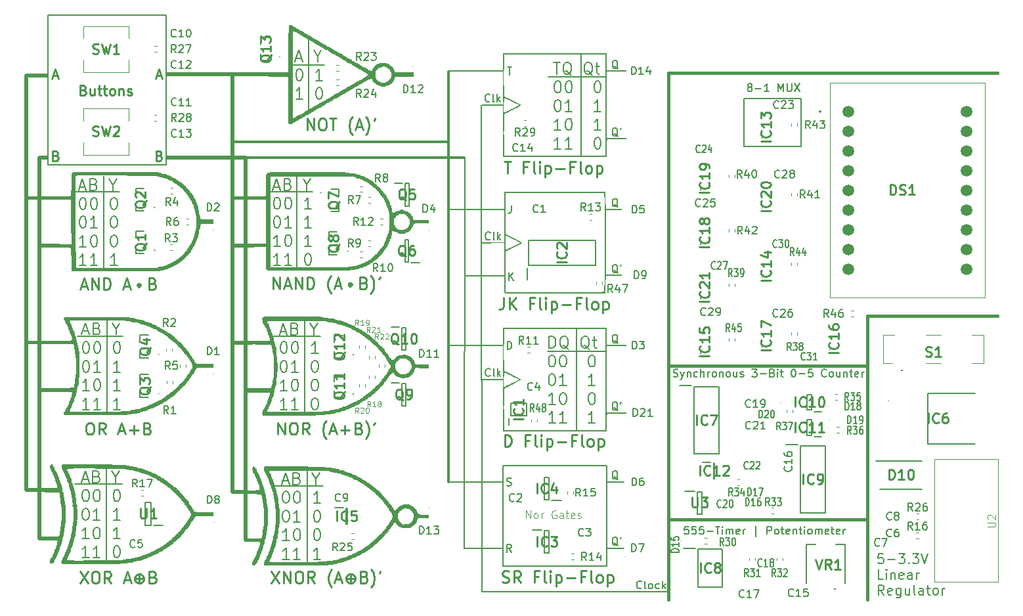
<source format=gbr>
%TF.GenerationSoftware,KiCad,Pcbnew,7.0.5*%
%TF.CreationDate,2023-07-25T13:55:41-04:00*%
%TF.ProjectId,Logic-PCB,4c6f6769-632d-4504-9342-2e6b69636164,rev?*%
%TF.SameCoordinates,Original*%
%TF.FileFunction,Legend,Top*%
%TF.FilePolarity,Positive*%
%FSLAX46Y46*%
G04 Gerber Fmt 4.6, Leading zero omitted, Abs format (unit mm)*
G04 Created by KiCad (PCBNEW 7.0.5) date 2023-07-25 13:55:41*
%MOMM*%
%LPD*%
G01*
G04 APERTURE LIST*
%ADD10C,0.480000*%
%ADD11C,0.200000*%
%ADD12C,0.150000*%
%ADD13C,0.430000*%
%ADD14C,0.500000*%
%ADD15C,0.300000*%
%ADD16C,0.400000*%
%ADD17C,0.520000*%
%ADD18C,0.580000*%
%ADD19C,0.350000*%
%ADD20C,0.210000*%
%ADD21C,0.420000*%
%ADD22C,0.170000*%
%ADD23C,0.254000*%
%ADD24C,0.100000*%
%ADD25C,0.120000*%
%ADD26C,1.500000*%
G04 APERTURE END LIST*
D10*
X22220000Y-47418591D02*
X19740000Y-47418591D01*
D11*
X77466164Y-42704537D02*
X72406164Y-42704537D01*
D12*
X110567500Y-28413667D02*
X117892500Y-28413667D01*
X117892500Y-34600000D01*
X110567500Y-34600000D01*
X110567500Y-28413667D01*
D13*
X22260000Y-41228591D02*
X18000000Y-41228591D01*
D14*
X46670000Y-25320000D02*
X49450000Y-25320000D01*
D12*
X28037241Y-38444351D02*
X28037241Y-50636351D01*
D11*
X76736164Y-64654537D02*
X76740000Y-47020000D01*
X92870000Y-77870000D02*
X95070000Y-77870000D01*
D15*
X72446164Y-77864537D02*
X72446164Y-34394537D01*
D16*
X126450000Y-82720000D02*
X100790000Y-82720000D01*
D10*
X46340000Y-36060000D02*
X36240000Y-36060000D01*
X18020000Y-25420000D02*
X18030000Y-78809760D01*
D11*
X76876164Y-24864537D02*
X72446164Y-24864537D01*
D12*
X88960000Y-58030000D02*
X88960000Y-71260000D01*
D11*
X79470000Y-75720000D02*
X92870000Y-75720000D01*
X92870000Y-88720000D01*
X79470000Y-88720000D01*
X79470000Y-75720000D01*
D10*
X46340000Y-36060000D02*
X46340000Y-85330000D01*
D14*
X46670000Y-25320000D02*
X36240000Y-25320000D01*
D17*
X21776200Y-65988791D02*
X19770000Y-65988791D01*
D11*
X74536164Y-86394537D02*
X79456164Y-86394537D01*
D16*
X100790000Y-25100000D02*
X100790000Y-93040000D01*
D12*
X54410000Y-30220000D02*
X54410000Y-20568000D01*
D14*
X18030000Y-78888351D02*
X20072589Y-78888351D01*
D12*
X24630000Y-59054591D02*
X30472000Y-59054591D01*
D11*
X76896164Y-60244537D02*
X72426164Y-60244537D01*
D18*
X47019804Y-66027500D02*
X46390000Y-66027500D01*
D11*
X76746164Y-64654537D02*
X76746164Y-92024537D01*
D19*
X46330000Y-36000000D02*
X74460000Y-36000000D01*
D11*
X72446164Y-77864537D02*
X79446164Y-77864537D01*
D16*
X126450000Y-62880000D02*
X100790000Y-62880000D01*
D20*
X74535000Y-35930000D02*
X74445000Y-35930000D01*
D11*
X100880000Y-92024537D02*
X76746164Y-92024537D01*
D12*
X53946902Y-56782186D02*
X53946902Y-68974186D01*
D11*
X92870000Y-86370000D02*
X95070000Y-86370000D01*
X20790000Y-17660000D02*
X36100000Y-17660000D01*
X36100000Y-36960000D01*
X20790000Y-36960000D01*
X20790000Y-17660000D01*
D12*
X49755902Y-59068186D02*
X55978902Y-59068186D01*
D10*
X19740000Y-36040000D02*
X20650000Y-36040000D01*
D12*
X54220771Y-76077657D02*
X54220771Y-88269657D01*
D16*
X126450000Y-93040000D02*
X126450000Y-56440000D01*
D12*
X52908000Y-38162000D02*
X52908000Y-50354000D01*
X52124000Y-24124000D02*
X56442000Y-24124000D01*
D16*
X126450000Y-56410000D02*
X143260000Y-56410000D01*
D12*
X28395589Y-75848351D02*
X28395589Y-88040351D01*
D10*
X47154804Y-59892657D02*
X44640000Y-59892657D01*
X44640000Y-47356657D02*
X47326300Y-47356657D01*
D12*
X28440000Y-56768591D02*
X28440000Y-68960591D01*
D21*
X47213000Y-41240000D02*
X44610000Y-41240000D01*
D19*
X44580000Y-34000000D02*
X72420000Y-34000000D01*
D10*
X19740000Y-85040000D02*
X19740000Y-36040000D01*
X19792589Y-85118351D02*
X19740000Y-85118591D01*
D12*
X89600000Y-35890000D02*
X89600000Y-22660000D01*
X49098000Y-40448000D02*
X54940000Y-40448000D01*
D15*
X72446164Y-34394537D02*
X72446164Y-24914537D01*
D12*
X85260000Y-60980000D02*
X92810000Y-60980000D01*
D10*
X44640000Y-79167657D02*
X44640000Y-25320000D01*
D12*
X49902771Y-78363657D02*
X56252771Y-78363657D01*
X92770000Y-25610000D02*
X85300000Y-25610000D01*
D22*
X76750000Y-47004537D02*
X77406164Y-47004537D01*
D10*
X18020000Y-25420000D02*
X20650000Y-25420000D01*
D16*
X143260000Y-25100000D02*
X100790000Y-25100000D01*
D10*
X46260492Y-79167657D02*
X44640000Y-79167657D01*
D12*
X24331589Y-78134351D02*
X30427589Y-78134351D01*
D13*
X21700000Y-59841991D02*
X18010000Y-59841991D01*
D11*
X77440000Y-51290000D02*
X74550000Y-51290000D01*
D12*
X24227241Y-40476351D02*
X30069241Y-40476351D01*
D11*
X76740000Y-47004537D02*
X76740000Y-29270000D01*
X74540000Y-35930000D02*
X74536164Y-86394537D01*
X50808194Y-58437643D02*
X51522480Y-58437643D01*
X50665337Y-58866214D02*
X51165337Y-57366214D01*
X51165337Y-57366214D02*
X51665337Y-58866214D01*
X52665336Y-58080500D02*
X52879622Y-58151928D01*
X52879622Y-58151928D02*
X52951051Y-58223357D01*
X52951051Y-58223357D02*
X53022479Y-58366214D01*
X53022479Y-58366214D02*
X53022479Y-58580500D01*
X53022479Y-58580500D02*
X52951051Y-58723357D01*
X52951051Y-58723357D02*
X52879622Y-58794786D01*
X52879622Y-58794786D02*
X52736765Y-58866214D01*
X52736765Y-58866214D02*
X52165336Y-58866214D01*
X52165336Y-58866214D02*
X52165336Y-57366214D01*
X52165336Y-57366214D02*
X52665336Y-57366214D01*
X52665336Y-57366214D02*
X52808194Y-57437643D01*
X52808194Y-57437643D02*
X52879622Y-57509071D01*
X52879622Y-57509071D02*
X52951051Y-57651928D01*
X52951051Y-57651928D02*
X52951051Y-57794786D01*
X52951051Y-57794786D02*
X52879622Y-57937643D01*
X52879622Y-57937643D02*
X52808194Y-58009071D01*
X52808194Y-58009071D02*
X52665336Y-58080500D01*
X52665336Y-58080500D02*
X52165336Y-58080500D01*
X55093908Y-58151928D02*
X55093908Y-58866214D01*
X54593908Y-57366214D02*
X55093908Y-58151928D01*
X55093908Y-58151928D02*
X55593908Y-57366214D01*
X51165337Y-59781214D02*
X51308194Y-59781214D01*
X51308194Y-59781214D02*
X51451051Y-59852643D01*
X51451051Y-59852643D02*
X51522480Y-59924071D01*
X51522480Y-59924071D02*
X51593908Y-60066928D01*
X51593908Y-60066928D02*
X51665337Y-60352643D01*
X51665337Y-60352643D02*
X51665337Y-60709786D01*
X51665337Y-60709786D02*
X51593908Y-60995500D01*
X51593908Y-60995500D02*
X51522480Y-61138357D01*
X51522480Y-61138357D02*
X51451051Y-61209786D01*
X51451051Y-61209786D02*
X51308194Y-61281214D01*
X51308194Y-61281214D02*
X51165337Y-61281214D01*
X51165337Y-61281214D02*
X51022480Y-61209786D01*
X51022480Y-61209786D02*
X50951051Y-61138357D01*
X50951051Y-61138357D02*
X50879622Y-60995500D01*
X50879622Y-60995500D02*
X50808194Y-60709786D01*
X50808194Y-60709786D02*
X50808194Y-60352643D01*
X50808194Y-60352643D02*
X50879622Y-60066928D01*
X50879622Y-60066928D02*
X50951051Y-59924071D01*
X50951051Y-59924071D02*
X51022480Y-59852643D01*
X51022480Y-59852643D02*
X51165337Y-59781214D01*
X52593908Y-59781214D02*
X52736765Y-59781214D01*
X52736765Y-59781214D02*
X52879622Y-59852643D01*
X52879622Y-59852643D02*
X52951051Y-59924071D01*
X52951051Y-59924071D02*
X53022479Y-60066928D01*
X53022479Y-60066928D02*
X53093908Y-60352643D01*
X53093908Y-60352643D02*
X53093908Y-60709786D01*
X53093908Y-60709786D02*
X53022479Y-60995500D01*
X53022479Y-60995500D02*
X52951051Y-61138357D01*
X52951051Y-61138357D02*
X52879622Y-61209786D01*
X52879622Y-61209786D02*
X52736765Y-61281214D01*
X52736765Y-61281214D02*
X52593908Y-61281214D01*
X52593908Y-61281214D02*
X52451051Y-61209786D01*
X52451051Y-61209786D02*
X52379622Y-61138357D01*
X52379622Y-61138357D02*
X52308193Y-60995500D01*
X52308193Y-60995500D02*
X52236765Y-60709786D01*
X52236765Y-60709786D02*
X52236765Y-60352643D01*
X52236765Y-60352643D02*
X52308193Y-60066928D01*
X52308193Y-60066928D02*
X52379622Y-59924071D01*
X52379622Y-59924071D02*
X52451051Y-59852643D01*
X52451051Y-59852643D02*
X52593908Y-59781214D01*
X55665336Y-61281214D02*
X54808193Y-61281214D01*
X55236764Y-61281214D02*
X55236764Y-59781214D01*
X55236764Y-59781214D02*
X55093907Y-59995500D01*
X55093907Y-59995500D02*
X54951050Y-60138357D01*
X54951050Y-60138357D02*
X54808193Y-60209786D01*
X51165337Y-62196214D02*
X51308194Y-62196214D01*
X51308194Y-62196214D02*
X51451051Y-62267643D01*
X51451051Y-62267643D02*
X51522480Y-62339071D01*
X51522480Y-62339071D02*
X51593908Y-62481928D01*
X51593908Y-62481928D02*
X51665337Y-62767643D01*
X51665337Y-62767643D02*
X51665337Y-63124786D01*
X51665337Y-63124786D02*
X51593908Y-63410500D01*
X51593908Y-63410500D02*
X51522480Y-63553357D01*
X51522480Y-63553357D02*
X51451051Y-63624786D01*
X51451051Y-63624786D02*
X51308194Y-63696214D01*
X51308194Y-63696214D02*
X51165337Y-63696214D01*
X51165337Y-63696214D02*
X51022480Y-63624786D01*
X51022480Y-63624786D02*
X50951051Y-63553357D01*
X50951051Y-63553357D02*
X50879622Y-63410500D01*
X50879622Y-63410500D02*
X50808194Y-63124786D01*
X50808194Y-63124786D02*
X50808194Y-62767643D01*
X50808194Y-62767643D02*
X50879622Y-62481928D01*
X50879622Y-62481928D02*
X50951051Y-62339071D01*
X50951051Y-62339071D02*
X51022480Y-62267643D01*
X51022480Y-62267643D02*
X51165337Y-62196214D01*
X53093908Y-63696214D02*
X52236765Y-63696214D01*
X52665336Y-63696214D02*
X52665336Y-62196214D01*
X52665336Y-62196214D02*
X52522479Y-62410500D01*
X52522479Y-62410500D02*
X52379622Y-62553357D01*
X52379622Y-62553357D02*
X52236765Y-62624786D01*
X55165336Y-62196214D02*
X55308193Y-62196214D01*
X55308193Y-62196214D02*
X55451050Y-62267643D01*
X55451050Y-62267643D02*
X55522479Y-62339071D01*
X55522479Y-62339071D02*
X55593907Y-62481928D01*
X55593907Y-62481928D02*
X55665336Y-62767643D01*
X55665336Y-62767643D02*
X55665336Y-63124786D01*
X55665336Y-63124786D02*
X55593907Y-63410500D01*
X55593907Y-63410500D02*
X55522479Y-63553357D01*
X55522479Y-63553357D02*
X55451050Y-63624786D01*
X55451050Y-63624786D02*
X55308193Y-63696214D01*
X55308193Y-63696214D02*
X55165336Y-63696214D01*
X55165336Y-63696214D02*
X55022479Y-63624786D01*
X55022479Y-63624786D02*
X54951050Y-63553357D01*
X54951050Y-63553357D02*
X54879621Y-63410500D01*
X54879621Y-63410500D02*
X54808193Y-63124786D01*
X54808193Y-63124786D02*
X54808193Y-62767643D01*
X54808193Y-62767643D02*
X54879621Y-62481928D01*
X54879621Y-62481928D02*
X54951050Y-62339071D01*
X54951050Y-62339071D02*
X55022479Y-62267643D01*
X55022479Y-62267643D02*
X55165336Y-62196214D01*
X51665337Y-66111214D02*
X50808194Y-66111214D01*
X51236765Y-66111214D02*
X51236765Y-64611214D01*
X51236765Y-64611214D02*
X51093908Y-64825500D01*
X51093908Y-64825500D02*
X50951051Y-64968357D01*
X50951051Y-64968357D02*
X50808194Y-65039786D01*
X52593908Y-64611214D02*
X52736765Y-64611214D01*
X52736765Y-64611214D02*
X52879622Y-64682643D01*
X52879622Y-64682643D02*
X52951051Y-64754071D01*
X52951051Y-64754071D02*
X53022479Y-64896928D01*
X53022479Y-64896928D02*
X53093908Y-65182643D01*
X53093908Y-65182643D02*
X53093908Y-65539786D01*
X53093908Y-65539786D02*
X53022479Y-65825500D01*
X53022479Y-65825500D02*
X52951051Y-65968357D01*
X52951051Y-65968357D02*
X52879622Y-66039786D01*
X52879622Y-66039786D02*
X52736765Y-66111214D01*
X52736765Y-66111214D02*
X52593908Y-66111214D01*
X52593908Y-66111214D02*
X52451051Y-66039786D01*
X52451051Y-66039786D02*
X52379622Y-65968357D01*
X52379622Y-65968357D02*
X52308193Y-65825500D01*
X52308193Y-65825500D02*
X52236765Y-65539786D01*
X52236765Y-65539786D02*
X52236765Y-65182643D01*
X52236765Y-65182643D02*
X52308193Y-64896928D01*
X52308193Y-64896928D02*
X52379622Y-64754071D01*
X52379622Y-64754071D02*
X52451051Y-64682643D01*
X52451051Y-64682643D02*
X52593908Y-64611214D01*
X55165336Y-64611214D02*
X55308193Y-64611214D01*
X55308193Y-64611214D02*
X55451050Y-64682643D01*
X55451050Y-64682643D02*
X55522479Y-64754071D01*
X55522479Y-64754071D02*
X55593907Y-64896928D01*
X55593907Y-64896928D02*
X55665336Y-65182643D01*
X55665336Y-65182643D02*
X55665336Y-65539786D01*
X55665336Y-65539786D02*
X55593907Y-65825500D01*
X55593907Y-65825500D02*
X55522479Y-65968357D01*
X55522479Y-65968357D02*
X55451050Y-66039786D01*
X55451050Y-66039786D02*
X55308193Y-66111214D01*
X55308193Y-66111214D02*
X55165336Y-66111214D01*
X55165336Y-66111214D02*
X55022479Y-66039786D01*
X55022479Y-66039786D02*
X54951050Y-65968357D01*
X54951050Y-65968357D02*
X54879621Y-65825500D01*
X54879621Y-65825500D02*
X54808193Y-65539786D01*
X54808193Y-65539786D02*
X54808193Y-65182643D01*
X54808193Y-65182643D02*
X54879621Y-64896928D01*
X54879621Y-64896928D02*
X54951050Y-64754071D01*
X54951050Y-64754071D02*
X55022479Y-64682643D01*
X55022479Y-64682643D02*
X55165336Y-64611214D01*
X51665337Y-68526214D02*
X50808194Y-68526214D01*
X51236765Y-68526214D02*
X51236765Y-67026214D01*
X51236765Y-67026214D02*
X51093908Y-67240500D01*
X51093908Y-67240500D02*
X50951051Y-67383357D01*
X50951051Y-67383357D02*
X50808194Y-67454786D01*
X53093908Y-68526214D02*
X52236765Y-68526214D01*
X52665336Y-68526214D02*
X52665336Y-67026214D01*
X52665336Y-67026214D02*
X52522479Y-67240500D01*
X52522479Y-67240500D02*
X52379622Y-67383357D01*
X52379622Y-67383357D02*
X52236765Y-67454786D01*
X55165336Y-67026214D02*
X55308193Y-67026214D01*
X55308193Y-67026214D02*
X55451050Y-67097643D01*
X55451050Y-67097643D02*
X55522479Y-67169071D01*
X55522479Y-67169071D02*
X55593907Y-67311928D01*
X55593907Y-67311928D02*
X55665336Y-67597643D01*
X55665336Y-67597643D02*
X55665336Y-67954786D01*
X55665336Y-67954786D02*
X55593907Y-68240500D01*
X55593907Y-68240500D02*
X55522479Y-68383357D01*
X55522479Y-68383357D02*
X55451050Y-68454786D01*
X55451050Y-68454786D02*
X55308193Y-68526214D01*
X55308193Y-68526214D02*
X55165336Y-68526214D01*
X55165336Y-68526214D02*
X55022479Y-68454786D01*
X55022479Y-68454786D02*
X54951050Y-68383357D01*
X54951050Y-68383357D02*
X54879621Y-68240500D01*
X54879621Y-68240500D02*
X54808193Y-67954786D01*
X54808193Y-67954786D02*
X54808193Y-67597643D01*
X54808193Y-67597643D02*
X54879621Y-67311928D01*
X54879621Y-67311928D02*
X54951050Y-67169071D01*
X54951050Y-67169071D02*
X55022479Y-67097643D01*
X55022479Y-67097643D02*
X55165336Y-67026214D01*
X51082063Y-77733114D02*
X51796349Y-77733114D01*
X50939206Y-78161685D02*
X51439206Y-76661685D01*
X51439206Y-76661685D02*
X51939206Y-78161685D01*
X52939205Y-77375971D02*
X53153491Y-77447399D01*
X53153491Y-77447399D02*
X53224920Y-77518828D01*
X53224920Y-77518828D02*
X53296348Y-77661685D01*
X53296348Y-77661685D02*
X53296348Y-77875971D01*
X53296348Y-77875971D02*
X53224920Y-78018828D01*
X53224920Y-78018828D02*
X53153491Y-78090257D01*
X53153491Y-78090257D02*
X53010634Y-78161685D01*
X53010634Y-78161685D02*
X52439205Y-78161685D01*
X52439205Y-78161685D02*
X52439205Y-76661685D01*
X52439205Y-76661685D02*
X52939205Y-76661685D01*
X52939205Y-76661685D02*
X53082063Y-76733114D01*
X53082063Y-76733114D02*
X53153491Y-76804542D01*
X53153491Y-76804542D02*
X53224920Y-76947399D01*
X53224920Y-76947399D02*
X53224920Y-77090257D01*
X53224920Y-77090257D02*
X53153491Y-77233114D01*
X53153491Y-77233114D02*
X53082063Y-77304542D01*
X53082063Y-77304542D02*
X52939205Y-77375971D01*
X52939205Y-77375971D02*
X52439205Y-77375971D01*
X55367777Y-77447399D02*
X55367777Y-78161685D01*
X54867777Y-76661685D02*
X55367777Y-77447399D01*
X55367777Y-77447399D02*
X55867777Y-76661685D01*
X51439206Y-79076685D02*
X51582063Y-79076685D01*
X51582063Y-79076685D02*
X51724920Y-79148114D01*
X51724920Y-79148114D02*
X51796349Y-79219542D01*
X51796349Y-79219542D02*
X51867777Y-79362399D01*
X51867777Y-79362399D02*
X51939206Y-79648114D01*
X51939206Y-79648114D02*
X51939206Y-80005257D01*
X51939206Y-80005257D02*
X51867777Y-80290971D01*
X51867777Y-80290971D02*
X51796349Y-80433828D01*
X51796349Y-80433828D02*
X51724920Y-80505257D01*
X51724920Y-80505257D02*
X51582063Y-80576685D01*
X51582063Y-80576685D02*
X51439206Y-80576685D01*
X51439206Y-80576685D02*
X51296349Y-80505257D01*
X51296349Y-80505257D02*
X51224920Y-80433828D01*
X51224920Y-80433828D02*
X51153491Y-80290971D01*
X51153491Y-80290971D02*
X51082063Y-80005257D01*
X51082063Y-80005257D02*
X51082063Y-79648114D01*
X51082063Y-79648114D02*
X51153491Y-79362399D01*
X51153491Y-79362399D02*
X51224920Y-79219542D01*
X51224920Y-79219542D02*
X51296349Y-79148114D01*
X51296349Y-79148114D02*
X51439206Y-79076685D01*
X52867777Y-79076685D02*
X53010634Y-79076685D01*
X53010634Y-79076685D02*
X53153491Y-79148114D01*
X53153491Y-79148114D02*
X53224920Y-79219542D01*
X53224920Y-79219542D02*
X53296348Y-79362399D01*
X53296348Y-79362399D02*
X53367777Y-79648114D01*
X53367777Y-79648114D02*
X53367777Y-80005257D01*
X53367777Y-80005257D02*
X53296348Y-80290971D01*
X53296348Y-80290971D02*
X53224920Y-80433828D01*
X53224920Y-80433828D02*
X53153491Y-80505257D01*
X53153491Y-80505257D02*
X53010634Y-80576685D01*
X53010634Y-80576685D02*
X52867777Y-80576685D01*
X52867777Y-80576685D02*
X52724920Y-80505257D01*
X52724920Y-80505257D02*
X52653491Y-80433828D01*
X52653491Y-80433828D02*
X52582062Y-80290971D01*
X52582062Y-80290971D02*
X52510634Y-80005257D01*
X52510634Y-80005257D02*
X52510634Y-79648114D01*
X52510634Y-79648114D02*
X52582062Y-79362399D01*
X52582062Y-79362399D02*
X52653491Y-79219542D01*
X52653491Y-79219542D02*
X52724920Y-79148114D01*
X52724920Y-79148114D02*
X52867777Y-79076685D01*
X55939205Y-80576685D02*
X55082062Y-80576685D01*
X55510633Y-80576685D02*
X55510633Y-79076685D01*
X55510633Y-79076685D02*
X55367776Y-79290971D01*
X55367776Y-79290971D02*
X55224919Y-79433828D01*
X55224919Y-79433828D02*
X55082062Y-79505257D01*
X51439206Y-81491685D02*
X51582063Y-81491685D01*
X51582063Y-81491685D02*
X51724920Y-81563114D01*
X51724920Y-81563114D02*
X51796349Y-81634542D01*
X51796349Y-81634542D02*
X51867777Y-81777399D01*
X51867777Y-81777399D02*
X51939206Y-82063114D01*
X51939206Y-82063114D02*
X51939206Y-82420257D01*
X51939206Y-82420257D02*
X51867777Y-82705971D01*
X51867777Y-82705971D02*
X51796349Y-82848828D01*
X51796349Y-82848828D02*
X51724920Y-82920257D01*
X51724920Y-82920257D02*
X51582063Y-82991685D01*
X51582063Y-82991685D02*
X51439206Y-82991685D01*
X51439206Y-82991685D02*
X51296349Y-82920257D01*
X51296349Y-82920257D02*
X51224920Y-82848828D01*
X51224920Y-82848828D02*
X51153491Y-82705971D01*
X51153491Y-82705971D02*
X51082063Y-82420257D01*
X51082063Y-82420257D02*
X51082063Y-82063114D01*
X51082063Y-82063114D02*
X51153491Y-81777399D01*
X51153491Y-81777399D02*
X51224920Y-81634542D01*
X51224920Y-81634542D02*
X51296349Y-81563114D01*
X51296349Y-81563114D02*
X51439206Y-81491685D01*
X53367777Y-82991685D02*
X52510634Y-82991685D01*
X52939205Y-82991685D02*
X52939205Y-81491685D01*
X52939205Y-81491685D02*
X52796348Y-81705971D01*
X52796348Y-81705971D02*
X52653491Y-81848828D01*
X52653491Y-81848828D02*
X52510634Y-81920257D01*
X55439205Y-81491685D02*
X55582062Y-81491685D01*
X55582062Y-81491685D02*
X55724919Y-81563114D01*
X55724919Y-81563114D02*
X55796348Y-81634542D01*
X55796348Y-81634542D02*
X55867776Y-81777399D01*
X55867776Y-81777399D02*
X55939205Y-82063114D01*
X55939205Y-82063114D02*
X55939205Y-82420257D01*
X55939205Y-82420257D02*
X55867776Y-82705971D01*
X55867776Y-82705971D02*
X55796348Y-82848828D01*
X55796348Y-82848828D02*
X55724919Y-82920257D01*
X55724919Y-82920257D02*
X55582062Y-82991685D01*
X55582062Y-82991685D02*
X55439205Y-82991685D01*
X55439205Y-82991685D02*
X55296348Y-82920257D01*
X55296348Y-82920257D02*
X55224919Y-82848828D01*
X55224919Y-82848828D02*
X55153490Y-82705971D01*
X55153490Y-82705971D02*
X55082062Y-82420257D01*
X55082062Y-82420257D02*
X55082062Y-82063114D01*
X55082062Y-82063114D02*
X55153490Y-81777399D01*
X55153490Y-81777399D02*
X55224919Y-81634542D01*
X55224919Y-81634542D02*
X55296348Y-81563114D01*
X55296348Y-81563114D02*
X55439205Y-81491685D01*
X51939206Y-85406685D02*
X51082063Y-85406685D01*
X51510634Y-85406685D02*
X51510634Y-83906685D01*
X51510634Y-83906685D02*
X51367777Y-84120971D01*
X51367777Y-84120971D02*
X51224920Y-84263828D01*
X51224920Y-84263828D02*
X51082063Y-84335257D01*
X52867777Y-83906685D02*
X53010634Y-83906685D01*
X53010634Y-83906685D02*
X53153491Y-83978114D01*
X53153491Y-83978114D02*
X53224920Y-84049542D01*
X53224920Y-84049542D02*
X53296348Y-84192399D01*
X53296348Y-84192399D02*
X53367777Y-84478114D01*
X53367777Y-84478114D02*
X53367777Y-84835257D01*
X53367777Y-84835257D02*
X53296348Y-85120971D01*
X53296348Y-85120971D02*
X53224920Y-85263828D01*
X53224920Y-85263828D02*
X53153491Y-85335257D01*
X53153491Y-85335257D02*
X53010634Y-85406685D01*
X53010634Y-85406685D02*
X52867777Y-85406685D01*
X52867777Y-85406685D02*
X52724920Y-85335257D01*
X52724920Y-85335257D02*
X52653491Y-85263828D01*
X52653491Y-85263828D02*
X52582062Y-85120971D01*
X52582062Y-85120971D02*
X52510634Y-84835257D01*
X52510634Y-84835257D02*
X52510634Y-84478114D01*
X52510634Y-84478114D02*
X52582062Y-84192399D01*
X52582062Y-84192399D02*
X52653491Y-84049542D01*
X52653491Y-84049542D02*
X52724920Y-83978114D01*
X52724920Y-83978114D02*
X52867777Y-83906685D01*
X55439205Y-83906685D02*
X55582062Y-83906685D01*
X55582062Y-83906685D02*
X55724919Y-83978114D01*
X55724919Y-83978114D02*
X55796348Y-84049542D01*
X55796348Y-84049542D02*
X55867776Y-84192399D01*
X55867776Y-84192399D02*
X55939205Y-84478114D01*
X55939205Y-84478114D02*
X55939205Y-84835257D01*
X55939205Y-84835257D02*
X55867776Y-85120971D01*
X55867776Y-85120971D02*
X55796348Y-85263828D01*
X55796348Y-85263828D02*
X55724919Y-85335257D01*
X55724919Y-85335257D02*
X55582062Y-85406685D01*
X55582062Y-85406685D02*
X55439205Y-85406685D01*
X55439205Y-85406685D02*
X55296348Y-85335257D01*
X55296348Y-85335257D02*
X55224919Y-85263828D01*
X55224919Y-85263828D02*
X55153490Y-85120971D01*
X55153490Y-85120971D02*
X55082062Y-84835257D01*
X55082062Y-84835257D02*
X55082062Y-84478114D01*
X55082062Y-84478114D02*
X55153490Y-84192399D01*
X55153490Y-84192399D02*
X55224919Y-84049542D01*
X55224919Y-84049542D02*
X55296348Y-83978114D01*
X55296348Y-83978114D02*
X55439205Y-83906685D01*
X51939206Y-87821685D02*
X51082063Y-87821685D01*
X51510634Y-87821685D02*
X51510634Y-86321685D01*
X51510634Y-86321685D02*
X51367777Y-86535971D01*
X51367777Y-86535971D02*
X51224920Y-86678828D01*
X51224920Y-86678828D02*
X51082063Y-86750257D01*
X53367777Y-87821685D02*
X52510634Y-87821685D01*
X52939205Y-87821685D02*
X52939205Y-86321685D01*
X52939205Y-86321685D02*
X52796348Y-86535971D01*
X52796348Y-86535971D02*
X52653491Y-86678828D01*
X52653491Y-86678828D02*
X52510634Y-86750257D01*
X55939205Y-87821685D02*
X55082062Y-87821685D01*
X55510633Y-87821685D02*
X55510633Y-86321685D01*
X55510633Y-86321685D02*
X55367776Y-86535971D01*
X55367776Y-86535971D02*
X55224919Y-86678828D01*
X55224919Y-86678828D02*
X55082062Y-86750257D01*
X49927292Y-39817457D02*
X50641578Y-39817457D01*
X49784435Y-40246028D02*
X50284435Y-38746028D01*
X50284435Y-38746028D02*
X50784435Y-40246028D01*
X51784434Y-39460314D02*
X51998720Y-39531742D01*
X51998720Y-39531742D02*
X52070149Y-39603171D01*
X52070149Y-39603171D02*
X52141577Y-39746028D01*
X52141577Y-39746028D02*
X52141577Y-39960314D01*
X52141577Y-39960314D02*
X52070149Y-40103171D01*
X52070149Y-40103171D02*
X51998720Y-40174600D01*
X51998720Y-40174600D02*
X51855863Y-40246028D01*
X51855863Y-40246028D02*
X51284434Y-40246028D01*
X51284434Y-40246028D02*
X51284434Y-38746028D01*
X51284434Y-38746028D02*
X51784434Y-38746028D01*
X51784434Y-38746028D02*
X51927292Y-38817457D01*
X51927292Y-38817457D02*
X51998720Y-38888885D01*
X51998720Y-38888885D02*
X52070149Y-39031742D01*
X52070149Y-39031742D02*
X52070149Y-39174600D01*
X52070149Y-39174600D02*
X51998720Y-39317457D01*
X51998720Y-39317457D02*
X51927292Y-39388885D01*
X51927292Y-39388885D02*
X51784434Y-39460314D01*
X51784434Y-39460314D02*
X51284434Y-39460314D01*
X54213006Y-39531742D02*
X54213006Y-40246028D01*
X53713006Y-38746028D02*
X54213006Y-39531742D01*
X54213006Y-39531742D02*
X54713006Y-38746028D01*
X50284435Y-41161028D02*
X50427292Y-41161028D01*
X50427292Y-41161028D02*
X50570149Y-41232457D01*
X50570149Y-41232457D02*
X50641578Y-41303885D01*
X50641578Y-41303885D02*
X50713006Y-41446742D01*
X50713006Y-41446742D02*
X50784435Y-41732457D01*
X50784435Y-41732457D02*
X50784435Y-42089600D01*
X50784435Y-42089600D02*
X50713006Y-42375314D01*
X50713006Y-42375314D02*
X50641578Y-42518171D01*
X50641578Y-42518171D02*
X50570149Y-42589600D01*
X50570149Y-42589600D02*
X50427292Y-42661028D01*
X50427292Y-42661028D02*
X50284435Y-42661028D01*
X50284435Y-42661028D02*
X50141578Y-42589600D01*
X50141578Y-42589600D02*
X50070149Y-42518171D01*
X50070149Y-42518171D02*
X49998720Y-42375314D01*
X49998720Y-42375314D02*
X49927292Y-42089600D01*
X49927292Y-42089600D02*
X49927292Y-41732457D01*
X49927292Y-41732457D02*
X49998720Y-41446742D01*
X49998720Y-41446742D02*
X50070149Y-41303885D01*
X50070149Y-41303885D02*
X50141578Y-41232457D01*
X50141578Y-41232457D02*
X50284435Y-41161028D01*
X51713006Y-41161028D02*
X51855863Y-41161028D01*
X51855863Y-41161028D02*
X51998720Y-41232457D01*
X51998720Y-41232457D02*
X52070149Y-41303885D01*
X52070149Y-41303885D02*
X52141577Y-41446742D01*
X52141577Y-41446742D02*
X52213006Y-41732457D01*
X52213006Y-41732457D02*
X52213006Y-42089600D01*
X52213006Y-42089600D02*
X52141577Y-42375314D01*
X52141577Y-42375314D02*
X52070149Y-42518171D01*
X52070149Y-42518171D02*
X51998720Y-42589600D01*
X51998720Y-42589600D02*
X51855863Y-42661028D01*
X51855863Y-42661028D02*
X51713006Y-42661028D01*
X51713006Y-42661028D02*
X51570149Y-42589600D01*
X51570149Y-42589600D02*
X51498720Y-42518171D01*
X51498720Y-42518171D02*
X51427291Y-42375314D01*
X51427291Y-42375314D02*
X51355863Y-42089600D01*
X51355863Y-42089600D02*
X51355863Y-41732457D01*
X51355863Y-41732457D02*
X51427291Y-41446742D01*
X51427291Y-41446742D02*
X51498720Y-41303885D01*
X51498720Y-41303885D02*
X51570149Y-41232457D01*
X51570149Y-41232457D02*
X51713006Y-41161028D01*
X54784434Y-42661028D02*
X53927291Y-42661028D01*
X54355862Y-42661028D02*
X54355862Y-41161028D01*
X54355862Y-41161028D02*
X54213005Y-41375314D01*
X54213005Y-41375314D02*
X54070148Y-41518171D01*
X54070148Y-41518171D02*
X53927291Y-41589600D01*
X50284435Y-43576028D02*
X50427292Y-43576028D01*
X50427292Y-43576028D02*
X50570149Y-43647457D01*
X50570149Y-43647457D02*
X50641578Y-43718885D01*
X50641578Y-43718885D02*
X50713006Y-43861742D01*
X50713006Y-43861742D02*
X50784435Y-44147457D01*
X50784435Y-44147457D02*
X50784435Y-44504600D01*
X50784435Y-44504600D02*
X50713006Y-44790314D01*
X50713006Y-44790314D02*
X50641578Y-44933171D01*
X50641578Y-44933171D02*
X50570149Y-45004600D01*
X50570149Y-45004600D02*
X50427292Y-45076028D01*
X50427292Y-45076028D02*
X50284435Y-45076028D01*
X50284435Y-45076028D02*
X50141578Y-45004600D01*
X50141578Y-45004600D02*
X50070149Y-44933171D01*
X50070149Y-44933171D02*
X49998720Y-44790314D01*
X49998720Y-44790314D02*
X49927292Y-44504600D01*
X49927292Y-44504600D02*
X49927292Y-44147457D01*
X49927292Y-44147457D02*
X49998720Y-43861742D01*
X49998720Y-43861742D02*
X50070149Y-43718885D01*
X50070149Y-43718885D02*
X50141578Y-43647457D01*
X50141578Y-43647457D02*
X50284435Y-43576028D01*
X52213006Y-45076028D02*
X51355863Y-45076028D01*
X51784434Y-45076028D02*
X51784434Y-43576028D01*
X51784434Y-43576028D02*
X51641577Y-43790314D01*
X51641577Y-43790314D02*
X51498720Y-43933171D01*
X51498720Y-43933171D02*
X51355863Y-44004600D01*
X54784434Y-45076028D02*
X53927291Y-45076028D01*
X54355862Y-45076028D02*
X54355862Y-43576028D01*
X54355862Y-43576028D02*
X54213005Y-43790314D01*
X54213005Y-43790314D02*
X54070148Y-43933171D01*
X54070148Y-43933171D02*
X53927291Y-44004600D01*
X50784435Y-47491028D02*
X49927292Y-47491028D01*
X50355863Y-47491028D02*
X50355863Y-45991028D01*
X50355863Y-45991028D02*
X50213006Y-46205314D01*
X50213006Y-46205314D02*
X50070149Y-46348171D01*
X50070149Y-46348171D02*
X49927292Y-46419600D01*
X51713006Y-45991028D02*
X51855863Y-45991028D01*
X51855863Y-45991028D02*
X51998720Y-46062457D01*
X51998720Y-46062457D02*
X52070149Y-46133885D01*
X52070149Y-46133885D02*
X52141577Y-46276742D01*
X52141577Y-46276742D02*
X52213006Y-46562457D01*
X52213006Y-46562457D02*
X52213006Y-46919600D01*
X52213006Y-46919600D02*
X52141577Y-47205314D01*
X52141577Y-47205314D02*
X52070149Y-47348171D01*
X52070149Y-47348171D02*
X51998720Y-47419600D01*
X51998720Y-47419600D02*
X51855863Y-47491028D01*
X51855863Y-47491028D02*
X51713006Y-47491028D01*
X51713006Y-47491028D02*
X51570149Y-47419600D01*
X51570149Y-47419600D02*
X51498720Y-47348171D01*
X51498720Y-47348171D02*
X51427291Y-47205314D01*
X51427291Y-47205314D02*
X51355863Y-46919600D01*
X51355863Y-46919600D02*
X51355863Y-46562457D01*
X51355863Y-46562457D02*
X51427291Y-46276742D01*
X51427291Y-46276742D02*
X51498720Y-46133885D01*
X51498720Y-46133885D02*
X51570149Y-46062457D01*
X51570149Y-46062457D02*
X51713006Y-45991028D01*
X54784434Y-47491028D02*
X53927291Y-47491028D01*
X54355862Y-47491028D02*
X54355862Y-45991028D01*
X54355862Y-45991028D02*
X54213005Y-46205314D01*
X54213005Y-46205314D02*
X54070148Y-46348171D01*
X54070148Y-46348171D02*
X53927291Y-46419600D01*
X50784435Y-49906028D02*
X49927292Y-49906028D01*
X50355863Y-49906028D02*
X50355863Y-48406028D01*
X50355863Y-48406028D02*
X50213006Y-48620314D01*
X50213006Y-48620314D02*
X50070149Y-48763171D01*
X50070149Y-48763171D02*
X49927292Y-48834600D01*
X52213006Y-49906028D02*
X51355863Y-49906028D01*
X51784434Y-49906028D02*
X51784434Y-48406028D01*
X51784434Y-48406028D02*
X51641577Y-48620314D01*
X51641577Y-48620314D02*
X51498720Y-48763171D01*
X51498720Y-48763171D02*
X51355863Y-48834600D01*
X54284434Y-48406028D02*
X54427291Y-48406028D01*
X54427291Y-48406028D02*
X54570148Y-48477457D01*
X54570148Y-48477457D02*
X54641577Y-48548885D01*
X54641577Y-48548885D02*
X54713005Y-48691742D01*
X54713005Y-48691742D02*
X54784434Y-48977457D01*
X54784434Y-48977457D02*
X54784434Y-49334600D01*
X54784434Y-49334600D02*
X54713005Y-49620314D01*
X54713005Y-49620314D02*
X54641577Y-49763171D01*
X54641577Y-49763171D02*
X54570148Y-49834600D01*
X54570148Y-49834600D02*
X54427291Y-49906028D01*
X54427291Y-49906028D02*
X54284434Y-49906028D01*
X54284434Y-49906028D02*
X54141577Y-49834600D01*
X54141577Y-49834600D02*
X54070148Y-49763171D01*
X54070148Y-49763171D02*
X53998719Y-49620314D01*
X53998719Y-49620314D02*
X53927291Y-49334600D01*
X53927291Y-49334600D02*
X53927291Y-48977457D01*
X53927291Y-48977457D02*
X53998719Y-48691742D01*
X53998719Y-48691742D02*
X54070148Y-48548885D01*
X54070148Y-48548885D02*
X54141577Y-48477457D01*
X54141577Y-48477457D02*
X54284434Y-48406028D01*
D12*
X94313445Y-86065057D02*
X94218207Y-86017438D01*
X94218207Y-86017438D02*
X94122969Y-85922200D01*
X94122969Y-85922200D02*
X93980112Y-85779342D01*
X93980112Y-85779342D02*
X93884874Y-85731723D01*
X93884874Y-85731723D02*
X93789636Y-85731723D01*
X93837255Y-85969819D02*
X93742017Y-85922200D01*
X93742017Y-85922200D02*
X93646779Y-85826961D01*
X93646779Y-85826961D02*
X93599160Y-85636485D01*
X93599160Y-85636485D02*
X93599160Y-85303152D01*
X93599160Y-85303152D02*
X93646779Y-85112676D01*
X93646779Y-85112676D02*
X93742017Y-85017438D01*
X93742017Y-85017438D02*
X93837255Y-84969819D01*
X93837255Y-84969819D02*
X94027731Y-84969819D01*
X94027731Y-84969819D02*
X94122969Y-85017438D01*
X94122969Y-85017438D02*
X94218207Y-85112676D01*
X94218207Y-85112676D02*
X94265826Y-85303152D01*
X94265826Y-85303152D02*
X94265826Y-85636485D01*
X94265826Y-85636485D02*
X94218207Y-85826961D01*
X94218207Y-85826961D02*
X94122969Y-85922200D01*
X94122969Y-85922200D02*
X94027731Y-85969819D01*
X94027731Y-85969819D02*
X93837255Y-85969819D01*
X94742017Y-84969819D02*
X94646779Y-85160295D01*
D23*
X79397143Y-90759292D02*
X79611429Y-90830720D01*
X79611429Y-90830720D02*
X79968571Y-90830720D01*
X79968571Y-90830720D02*
X80111429Y-90759292D01*
X80111429Y-90759292D02*
X80182857Y-90687863D01*
X80182857Y-90687863D02*
X80254286Y-90545006D01*
X80254286Y-90545006D02*
X80254286Y-90402149D01*
X80254286Y-90402149D02*
X80182857Y-90259292D01*
X80182857Y-90259292D02*
X80111429Y-90187863D01*
X80111429Y-90187863D02*
X79968571Y-90116434D01*
X79968571Y-90116434D02*
X79682857Y-90045006D01*
X79682857Y-90045006D02*
X79540000Y-89973577D01*
X79540000Y-89973577D02*
X79468571Y-89902149D01*
X79468571Y-89902149D02*
X79397143Y-89759292D01*
X79397143Y-89759292D02*
X79397143Y-89616434D01*
X79397143Y-89616434D02*
X79468571Y-89473577D01*
X79468571Y-89473577D02*
X79540000Y-89402149D01*
X79540000Y-89402149D02*
X79682857Y-89330720D01*
X79682857Y-89330720D02*
X80040000Y-89330720D01*
X80040000Y-89330720D02*
X80254286Y-89402149D01*
X81754285Y-90830720D02*
X81254285Y-90116434D01*
X80897142Y-90830720D02*
X80897142Y-89330720D01*
X80897142Y-89330720D02*
X81468571Y-89330720D01*
X81468571Y-89330720D02*
X81611428Y-89402149D01*
X81611428Y-89402149D02*
X81682857Y-89473577D01*
X81682857Y-89473577D02*
X81754285Y-89616434D01*
X81754285Y-89616434D02*
X81754285Y-89830720D01*
X81754285Y-89830720D02*
X81682857Y-89973577D01*
X81682857Y-89973577D02*
X81611428Y-90045006D01*
X81611428Y-90045006D02*
X81468571Y-90116434D01*
X81468571Y-90116434D02*
X80897142Y-90116434D01*
X84039999Y-90045006D02*
X83539999Y-90045006D01*
X83539999Y-90830720D02*
X83539999Y-89330720D01*
X83539999Y-89330720D02*
X84254285Y-89330720D01*
X85039999Y-90830720D02*
X84897142Y-90759292D01*
X84897142Y-90759292D02*
X84825713Y-90616434D01*
X84825713Y-90616434D02*
X84825713Y-89330720D01*
X85611427Y-90830720D02*
X85611427Y-89830720D01*
X85611427Y-89330720D02*
X85539999Y-89402149D01*
X85539999Y-89402149D02*
X85611427Y-89473577D01*
X85611427Y-89473577D02*
X85682856Y-89402149D01*
X85682856Y-89402149D02*
X85611427Y-89330720D01*
X85611427Y-89330720D02*
X85611427Y-89473577D01*
X86325713Y-89830720D02*
X86325713Y-91330720D01*
X86325713Y-89902149D02*
X86468571Y-89830720D01*
X86468571Y-89830720D02*
X86754285Y-89830720D01*
X86754285Y-89830720D02*
X86897142Y-89902149D01*
X86897142Y-89902149D02*
X86968571Y-89973577D01*
X86968571Y-89973577D02*
X87039999Y-90116434D01*
X87039999Y-90116434D02*
X87039999Y-90545006D01*
X87039999Y-90545006D02*
X86968571Y-90687863D01*
X86968571Y-90687863D02*
X86897142Y-90759292D01*
X86897142Y-90759292D02*
X86754285Y-90830720D01*
X86754285Y-90830720D02*
X86468571Y-90830720D01*
X86468571Y-90830720D02*
X86325713Y-90759292D01*
X87682856Y-90259292D02*
X88825714Y-90259292D01*
X90039999Y-90045006D02*
X89539999Y-90045006D01*
X89539999Y-90830720D02*
X89539999Y-89330720D01*
X89539999Y-89330720D02*
X90254285Y-89330720D01*
X91039999Y-90830720D02*
X90897142Y-90759292D01*
X90897142Y-90759292D02*
X90825713Y-90616434D01*
X90825713Y-90616434D02*
X90825713Y-89330720D01*
X91825713Y-90830720D02*
X91682856Y-90759292D01*
X91682856Y-90759292D02*
X91611427Y-90687863D01*
X91611427Y-90687863D02*
X91539999Y-90545006D01*
X91539999Y-90545006D02*
X91539999Y-90116434D01*
X91539999Y-90116434D02*
X91611427Y-89973577D01*
X91611427Y-89973577D02*
X91682856Y-89902149D01*
X91682856Y-89902149D02*
X91825713Y-89830720D01*
X91825713Y-89830720D02*
X92039999Y-89830720D01*
X92039999Y-89830720D02*
X92182856Y-89902149D01*
X92182856Y-89902149D02*
X92254285Y-89973577D01*
X92254285Y-89973577D02*
X92325713Y-90116434D01*
X92325713Y-90116434D02*
X92325713Y-90545006D01*
X92325713Y-90545006D02*
X92254285Y-90687863D01*
X92254285Y-90687863D02*
X92182856Y-90759292D01*
X92182856Y-90759292D02*
X92039999Y-90830720D01*
X92039999Y-90830720D02*
X91825713Y-90830720D01*
X92968570Y-89830720D02*
X92968570Y-91330720D01*
X92968570Y-89902149D02*
X93111428Y-89830720D01*
X93111428Y-89830720D02*
X93397142Y-89830720D01*
X93397142Y-89830720D02*
X93539999Y-89902149D01*
X93539999Y-89902149D02*
X93611428Y-89973577D01*
X93611428Y-89973577D02*
X93682856Y-90116434D01*
X93682856Y-90116434D02*
X93682856Y-90545006D01*
X93682856Y-90545006D02*
X93611428Y-90687863D01*
X93611428Y-90687863D02*
X93539999Y-90759292D01*
X93539999Y-90759292D02*
X93397142Y-90830720D01*
X93397142Y-90830720D02*
X93111428Y-90830720D01*
X93111428Y-90830720D02*
X92968570Y-90759292D01*
D12*
X77844371Y-46549117D02*
X77796752Y-46596737D01*
X77796752Y-46596737D02*
X77653895Y-46644356D01*
X77653895Y-46644356D02*
X77558657Y-46644356D01*
X77558657Y-46644356D02*
X77415800Y-46596737D01*
X77415800Y-46596737D02*
X77320562Y-46501498D01*
X77320562Y-46501498D02*
X77272943Y-46406260D01*
X77272943Y-46406260D02*
X77225324Y-46215784D01*
X77225324Y-46215784D02*
X77225324Y-46072927D01*
X77225324Y-46072927D02*
X77272943Y-45882451D01*
X77272943Y-45882451D02*
X77320562Y-45787213D01*
X77320562Y-45787213D02*
X77415800Y-45691975D01*
X77415800Y-45691975D02*
X77558657Y-45644356D01*
X77558657Y-45644356D02*
X77653895Y-45644356D01*
X77653895Y-45644356D02*
X77796752Y-45691975D01*
X77796752Y-45691975D02*
X77844371Y-45739594D01*
X78415800Y-46644356D02*
X78320562Y-46596737D01*
X78320562Y-46596737D02*
X78272943Y-46501498D01*
X78272943Y-46501498D02*
X78272943Y-45644356D01*
X78796753Y-46644356D02*
X78796753Y-45644356D01*
X78891991Y-46263403D02*
X79177705Y-46644356D01*
X79177705Y-45977689D02*
X78796753Y-46358641D01*
X94313445Y-50935057D02*
X94218207Y-50887438D01*
X94218207Y-50887438D02*
X94122969Y-50792200D01*
X94122969Y-50792200D02*
X93980112Y-50649342D01*
X93980112Y-50649342D02*
X93884874Y-50601723D01*
X93884874Y-50601723D02*
X93789636Y-50601723D01*
X93837255Y-50839819D02*
X93742017Y-50792200D01*
X93742017Y-50792200D02*
X93646779Y-50696961D01*
X93646779Y-50696961D02*
X93599160Y-50506485D01*
X93599160Y-50506485D02*
X93599160Y-50173152D01*
X93599160Y-50173152D02*
X93646779Y-49982676D01*
X93646779Y-49982676D02*
X93742017Y-49887438D01*
X93742017Y-49887438D02*
X93837255Y-49839819D01*
X93837255Y-49839819D02*
X94027731Y-49839819D01*
X94027731Y-49839819D02*
X94122969Y-49887438D01*
X94122969Y-49887438D02*
X94218207Y-49982676D01*
X94218207Y-49982676D02*
X94265826Y-50173152D01*
X94265826Y-50173152D02*
X94265826Y-50506485D01*
X94265826Y-50506485D02*
X94218207Y-50696961D01*
X94218207Y-50696961D02*
X94122969Y-50792200D01*
X94122969Y-50792200D02*
X94027731Y-50839819D01*
X94027731Y-50839819D02*
X93837255Y-50839819D01*
X94742017Y-49839819D02*
X94646779Y-50030295D01*
X94313445Y-68665057D02*
X94218207Y-68617438D01*
X94218207Y-68617438D02*
X94122969Y-68522200D01*
X94122969Y-68522200D02*
X93980112Y-68379342D01*
X93980112Y-68379342D02*
X93884874Y-68331723D01*
X93884874Y-68331723D02*
X93789636Y-68331723D01*
X93837255Y-68569819D02*
X93742017Y-68522200D01*
X93742017Y-68522200D02*
X93646779Y-68426961D01*
X93646779Y-68426961D02*
X93599160Y-68236485D01*
X93599160Y-68236485D02*
X93599160Y-67903152D01*
X93599160Y-67903152D02*
X93646779Y-67712676D01*
X93646779Y-67712676D02*
X93742017Y-67617438D01*
X93742017Y-67617438D02*
X93837255Y-67569819D01*
X93837255Y-67569819D02*
X94027731Y-67569819D01*
X94027731Y-67569819D02*
X94122969Y-67617438D01*
X94122969Y-67617438D02*
X94218207Y-67712676D01*
X94218207Y-67712676D02*
X94265826Y-67903152D01*
X94265826Y-67903152D02*
X94265826Y-68236485D01*
X94265826Y-68236485D02*
X94218207Y-68426961D01*
X94218207Y-68426961D02*
X94122969Y-68522200D01*
X94122969Y-68522200D02*
X94027731Y-68569819D01*
X94027731Y-68569819D02*
X93837255Y-68569819D01*
X94742017Y-67569819D02*
X94646779Y-67760295D01*
D11*
X85448720Y-60586028D02*
X85448720Y-59086028D01*
X85448720Y-59086028D02*
X85805863Y-59086028D01*
X85805863Y-59086028D02*
X86020149Y-59157457D01*
X86020149Y-59157457D02*
X86163006Y-59300314D01*
X86163006Y-59300314D02*
X86234435Y-59443171D01*
X86234435Y-59443171D02*
X86305863Y-59728885D01*
X86305863Y-59728885D02*
X86305863Y-59943171D01*
X86305863Y-59943171D02*
X86234435Y-60228885D01*
X86234435Y-60228885D02*
X86163006Y-60371742D01*
X86163006Y-60371742D02*
X86020149Y-60514600D01*
X86020149Y-60514600D02*
X85805863Y-60586028D01*
X85805863Y-60586028D02*
X85448720Y-60586028D01*
X87948720Y-60728885D02*
X87805863Y-60657457D01*
X87805863Y-60657457D02*
X87663006Y-60514600D01*
X87663006Y-60514600D02*
X87448720Y-60300314D01*
X87448720Y-60300314D02*
X87305863Y-60228885D01*
X87305863Y-60228885D02*
X87163006Y-60228885D01*
X87234435Y-60586028D02*
X87091578Y-60514600D01*
X87091578Y-60514600D02*
X86948720Y-60371742D01*
X86948720Y-60371742D02*
X86877292Y-60086028D01*
X86877292Y-60086028D02*
X86877292Y-59586028D01*
X86877292Y-59586028D02*
X86948720Y-59300314D01*
X86948720Y-59300314D02*
X87091578Y-59157457D01*
X87091578Y-59157457D02*
X87234435Y-59086028D01*
X87234435Y-59086028D02*
X87520149Y-59086028D01*
X87520149Y-59086028D02*
X87663006Y-59157457D01*
X87663006Y-59157457D02*
X87805863Y-59300314D01*
X87805863Y-59300314D02*
X87877292Y-59586028D01*
X87877292Y-59586028D02*
X87877292Y-60086028D01*
X87877292Y-60086028D02*
X87805863Y-60371742D01*
X87805863Y-60371742D02*
X87663006Y-60514600D01*
X87663006Y-60514600D02*
X87520149Y-60586028D01*
X87520149Y-60586028D02*
X87234435Y-60586028D01*
X90663006Y-60728885D02*
X90520149Y-60657457D01*
X90520149Y-60657457D02*
X90377292Y-60514600D01*
X90377292Y-60514600D02*
X90163006Y-60300314D01*
X90163006Y-60300314D02*
X90020149Y-60228885D01*
X90020149Y-60228885D02*
X89877292Y-60228885D01*
X89948721Y-60586028D02*
X89805864Y-60514600D01*
X89805864Y-60514600D02*
X89663006Y-60371742D01*
X89663006Y-60371742D02*
X89591578Y-60086028D01*
X89591578Y-60086028D02*
X89591578Y-59586028D01*
X89591578Y-59586028D02*
X89663006Y-59300314D01*
X89663006Y-59300314D02*
X89805864Y-59157457D01*
X89805864Y-59157457D02*
X89948721Y-59086028D01*
X89948721Y-59086028D02*
X90234435Y-59086028D01*
X90234435Y-59086028D02*
X90377292Y-59157457D01*
X90377292Y-59157457D02*
X90520149Y-59300314D01*
X90520149Y-59300314D02*
X90591578Y-59586028D01*
X90591578Y-59586028D02*
X90591578Y-60086028D01*
X90591578Y-60086028D02*
X90520149Y-60371742D01*
X90520149Y-60371742D02*
X90377292Y-60514600D01*
X90377292Y-60514600D02*
X90234435Y-60586028D01*
X90234435Y-60586028D02*
X89948721Y-60586028D01*
X91020150Y-59586028D02*
X91591578Y-59586028D01*
X91234435Y-59086028D02*
X91234435Y-60371742D01*
X91234435Y-60371742D02*
X91305864Y-60514600D01*
X91305864Y-60514600D02*
X91448721Y-60586028D01*
X91448721Y-60586028D02*
X91591578Y-60586028D01*
X85734435Y-61501028D02*
X85877292Y-61501028D01*
X85877292Y-61501028D02*
X86020149Y-61572457D01*
X86020149Y-61572457D02*
X86091578Y-61643885D01*
X86091578Y-61643885D02*
X86163006Y-61786742D01*
X86163006Y-61786742D02*
X86234435Y-62072457D01*
X86234435Y-62072457D02*
X86234435Y-62429600D01*
X86234435Y-62429600D02*
X86163006Y-62715314D01*
X86163006Y-62715314D02*
X86091578Y-62858171D01*
X86091578Y-62858171D02*
X86020149Y-62929600D01*
X86020149Y-62929600D02*
X85877292Y-63001028D01*
X85877292Y-63001028D02*
X85734435Y-63001028D01*
X85734435Y-63001028D02*
X85591578Y-62929600D01*
X85591578Y-62929600D02*
X85520149Y-62858171D01*
X85520149Y-62858171D02*
X85448720Y-62715314D01*
X85448720Y-62715314D02*
X85377292Y-62429600D01*
X85377292Y-62429600D02*
X85377292Y-62072457D01*
X85377292Y-62072457D02*
X85448720Y-61786742D01*
X85448720Y-61786742D02*
X85520149Y-61643885D01*
X85520149Y-61643885D02*
X85591578Y-61572457D01*
X85591578Y-61572457D02*
X85734435Y-61501028D01*
X87163006Y-61501028D02*
X87305863Y-61501028D01*
X87305863Y-61501028D02*
X87448720Y-61572457D01*
X87448720Y-61572457D02*
X87520149Y-61643885D01*
X87520149Y-61643885D02*
X87591577Y-61786742D01*
X87591577Y-61786742D02*
X87663006Y-62072457D01*
X87663006Y-62072457D02*
X87663006Y-62429600D01*
X87663006Y-62429600D02*
X87591577Y-62715314D01*
X87591577Y-62715314D02*
X87520149Y-62858171D01*
X87520149Y-62858171D02*
X87448720Y-62929600D01*
X87448720Y-62929600D02*
X87305863Y-63001028D01*
X87305863Y-63001028D02*
X87163006Y-63001028D01*
X87163006Y-63001028D02*
X87020149Y-62929600D01*
X87020149Y-62929600D02*
X86948720Y-62858171D01*
X86948720Y-62858171D02*
X86877291Y-62715314D01*
X86877291Y-62715314D02*
X86805863Y-62429600D01*
X86805863Y-62429600D02*
X86805863Y-62072457D01*
X86805863Y-62072457D02*
X86877291Y-61786742D01*
X86877291Y-61786742D02*
X86948720Y-61643885D01*
X86948720Y-61643885D02*
X87020149Y-61572457D01*
X87020149Y-61572457D02*
X87163006Y-61501028D01*
X90877291Y-61501028D02*
X91020148Y-61501028D01*
X91020148Y-61501028D02*
X91163005Y-61572457D01*
X91163005Y-61572457D02*
X91234434Y-61643885D01*
X91234434Y-61643885D02*
X91305862Y-61786742D01*
X91305862Y-61786742D02*
X91377291Y-62072457D01*
X91377291Y-62072457D02*
X91377291Y-62429600D01*
X91377291Y-62429600D02*
X91305862Y-62715314D01*
X91305862Y-62715314D02*
X91234434Y-62858171D01*
X91234434Y-62858171D02*
X91163005Y-62929600D01*
X91163005Y-62929600D02*
X91020148Y-63001028D01*
X91020148Y-63001028D02*
X90877291Y-63001028D01*
X90877291Y-63001028D02*
X90734434Y-62929600D01*
X90734434Y-62929600D02*
X90663005Y-62858171D01*
X90663005Y-62858171D02*
X90591576Y-62715314D01*
X90591576Y-62715314D02*
X90520148Y-62429600D01*
X90520148Y-62429600D02*
X90520148Y-62072457D01*
X90520148Y-62072457D02*
X90591576Y-61786742D01*
X90591576Y-61786742D02*
X90663005Y-61643885D01*
X90663005Y-61643885D02*
X90734434Y-61572457D01*
X90734434Y-61572457D02*
X90877291Y-61501028D01*
X85734435Y-63916028D02*
X85877292Y-63916028D01*
X85877292Y-63916028D02*
X86020149Y-63987457D01*
X86020149Y-63987457D02*
X86091578Y-64058885D01*
X86091578Y-64058885D02*
X86163006Y-64201742D01*
X86163006Y-64201742D02*
X86234435Y-64487457D01*
X86234435Y-64487457D02*
X86234435Y-64844600D01*
X86234435Y-64844600D02*
X86163006Y-65130314D01*
X86163006Y-65130314D02*
X86091578Y-65273171D01*
X86091578Y-65273171D02*
X86020149Y-65344600D01*
X86020149Y-65344600D02*
X85877292Y-65416028D01*
X85877292Y-65416028D02*
X85734435Y-65416028D01*
X85734435Y-65416028D02*
X85591578Y-65344600D01*
X85591578Y-65344600D02*
X85520149Y-65273171D01*
X85520149Y-65273171D02*
X85448720Y-65130314D01*
X85448720Y-65130314D02*
X85377292Y-64844600D01*
X85377292Y-64844600D02*
X85377292Y-64487457D01*
X85377292Y-64487457D02*
X85448720Y-64201742D01*
X85448720Y-64201742D02*
X85520149Y-64058885D01*
X85520149Y-64058885D02*
X85591578Y-63987457D01*
X85591578Y-63987457D02*
X85734435Y-63916028D01*
X87663006Y-65416028D02*
X86805863Y-65416028D01*
X87234434Y-65416028D02*
X87234434Y-63916028D01*
X87234434Y-63916028D02*
X87091577Y-64130314D01*
X87091577Y-64130314D02*
X86948720Y-64273171D01*
X86948720Y-64273171D02*
X86805863Y-64344600D01*
X91377291Y-65416028D02*
X90520148Y-65416028D01*
X90948719Y-65416028D02*
X90948719Y-63916028D01*
X90948719Y-63916028D02*
X90805862Y-64130314D01*
X90805862Y-64130314D02*
X90663005Y-64273171D01*
X90663005Y-64273171D02*
X90520148Y-64344600D01*
X86234435Y-67831028D02*
X85377292Y-67831028D01*
X85805863Y-67831028D02*
X85805863Y-66331028D01*
X85805863Y-66331028D02*
X85663006Y-66545314D01*
X85663006Y-66545314D02*
X85520149Y-66688171D01*
X85520149Y-66688171D02*
X85377292Y-66759600D01*
X87163006Y-66331028D02*
X87305863Y-66331028D01*
X87305863Y-66331028D02*
X87448720Y-66402457D01*
X87448720Y-66402457D02*
X87520149Y-66473885D01*
X87520149Y-66473885D02*
X87591577Y-66616742D01*
X87591577Y-66616742D02*
X87663006Y-66902457D01*
X87663006Y-66902457D02*
X87663006Y-67259600D01*
X87663006Y-67259600D02*
X87591577Y-67545314D01*
X87591577Y-67545314D02*
X87520149Y-67688171D01*
X87520149Y-67688171D02*
X87448720Y-67759600D01*
X87448720Y-67759600D02*
X87305863Y-67831028D01*
X87305863Y-67831028D02*
X87163006Y-67831028D01*
X87163006Y-67831028D02*
X87020149Y-67759600D01*
X87020149Y-67759600D02*
X86948720Y-67688171D01*
X86948720Y-67688171D02*
X86877291Y-67545314D01*
X86877291Y-67545314D02*
X86805863Y-67259600D01*
X86805863Y-67259600D02*
X86805863Y-66902457D01*
X86805863Y-66902457D02*
X86877291Y-66616742D01*
X86877291Y-66616742D02*
X86948720Y-66473885D01*
X86948720Y-66473885D02*
X87020149Y-66402457D01*
X87020149Y-66402457D02*
X87163006Y-66331028D01*
X90877291Y-66331028D02*
X91020148Y-66331028D01*
X91020148Y-66331028D02*
X91163005Y-66402457D01*
X91163005Y-66402457D02*
X91234434Y-66473885D01*
X91234434Y-66473885D02*
X91305862Y-66616742D01*
X91305862Y-66616742D02*
X91377291Y-66902457D01*
X91377291Y-66902457D02*
X91377291Y-67259600D01*
X91377291Y-67259600D02*
X91305862Y-67545314D01*
X91305862Y-67545314D02*
X91234434Y-67688171D01*
X91234434Y-67688171D02*
X91163005Y-67759600D01*
X91163005Y-67759600D02*
X91020148Y-67831028D01*
X91020148Y-67831028D02*
X90877291Y-67831028D01*
X90877291Y-67831028D02*
X90734434Y-67759600D01*
X90734434Y-67759600D02*
X90663005Y-67688171D01*
X90663005Y-67688171D02*
X90591576Y-67545314D01*
X90591576Y-67545314D02*
X90520148Y-67259600D01*
X90520148Y-67259600D02*
X90520148Y-66902457D01*
X90520148Y-66902457D02*
X90591576Y-66616742D01*
X90591576Y-66616742D02*
X90663005Y-66473885D01*
X90663005Y-66473885D02*
X90734434Y-66402457D01*
X90734434Y-66402457D02*
X90877291Y-66331028D01*
X86234435Y-70246028D02*
X85377292Y-70246028D01*
X85805863Y-70246028D02*
X85805863Y-68746028D01*
X85805863Y-68746028D02*
X85663006Y-68960314D01*
X85663006Y-68960314D02*
X85520149Y-69103171D01*
X85520149Y-69103171D02*
X85377292Y-69174600D01*
X87663006Y-70246028D02*
X86805863Y-70246028D01*
X87234434Y-70246028D02*
X87234434Y-68746028D01*
X87234434Y-68746028D02*
X87091577Y-68960314D01*
X87091577Y-68960314D02*
X86948720Y-69103171D01*
X86948720Y-69103171D02*
X86805863Y-69174600D01*
X91377291Y-70246028D02*
X90520148Y-70246028D01*
X90948719Y-70246028D02*
X90948719Y-68746028D01*
X90948719Y-68746028D02*
X90805862Y-68960314D01*
X90805862Y-68960314D02*
X90663005Y-69103171D01*
X90663005Y-69103171D02*
X90520148Y-69174600D01*
D12*
X80286779Y-51849819D02*
X80286779Y-50849819D01*
X80858207Y-51849819D02*
X80429636Y-51278390D01*
X80858207Y-50849819D02*
X80286779Y-51421247D01*
D23*
X34787619Y-25478511D02*
X35392381Y-25478511D01*
X34666667Y-25841368D02*
X35090000Y-24571368D01*
X35090000Y-24571368D02*
X35513334Y-25841368D01*
D11*
X103425863Y-83587219D02*
X102949673Y-83587219D01*
X102949673Y-83587219D02*
X102902054Y-84063409D01*
X102902054Y-84063409D02*
X102949673Y-84015790D01*
X102949673Y-84015790D02*
X103044911Y-83968171D01*
X103044911Y-83968171D02*
X103283006Y-83968171D01*
X103283006Y-83968171D02*
X103378244Y-84015790D01*
X103378244Y-84015790D02*
X103425863Y-84063409D01*
X103425863Y-84063409D02*
X103473482Y-84158647D01*
X103473482Y-84158647D02*
X103473482Y-84396742D01*
X103473482Y-84396742D02*
X103425863Y-84491980D01*
X103425863Y-84491980D02*
X103378244Y-84539600D01*
X103378244Y-84539600D02*
X103283006Y-84587219D01*
X103283006Y-84587219D02*
X103044911Y-84587219D01*
X103044911Y-84587219D02*
X102949673Y-84539600D01*
X102949673Y-84539600D02*
X102902054Y-84491980D01*
X104378244Y-83587219D02*
X103902054Y-83587219D01*
X103902054Y-83587219D02*
X103854435Y-84063409D01*
X103854435Y-84063409D02*
X103902054Y-84015790D01*
X103902054Y-84015790D02*
X103997292Y-83968171D01*
X103997292Y-83968171D02*
X104235387Y-83968171D01*
X104235387Y-83968171D02*
X104330625Y-84015790D01*
X104330625Y-84015790D02*
X104378244Y-84063409D01*
X104378244Y-84063409D02*
X104425863Y-84158647D01*
X104425863Y-84158647D02*
X104425863Y-84396742D01*
X104425863Y-84396742D02*
X104378244Y-84491980D01*
X104378244Y-84491980D02*
X104330625Y-84539600D01*
X104330625Y-84539600D02*
X104235387Y-84587219D01*
X104235387Y-84587219D02*
X103997292Y-84587219D01*
X103997292Y-84587219D02*
X103902054Y-84539600D01*
X103902054Y-84539600D02*
X103854435Y-84491980D01*
X105330625Y-83587219D02*
X104854435Y-83587219D01*
X104854435Y-83587219D02*
X104806816Y-84063409D01*
X104806816Y-84063409D02*
X104854435Y-84015790D01*
X104854435Y-84015790D02*
X104949673Y-83968171D01*
X104949673Y-83968171D02*
X105187768Y-83968171D01*
X105187768Y-83968171D02*
X105283006Y-84015790D01*
X105283006Y-84015790D02*
X105330625Y-84063409D01*
X105330625Y-84063409D02*
X105378244Y-84158647D01*
X105378244Y-84158647D02*
X105378244Y-84396742D01*
X105378244Y-84396742D02*
X105330625Y-84491980D01*
X105330625Y-84491980D02*
X105283006Y-84539600D01*
X105283006Y-84539600D02*
X105187768Y-84587219D01*
X105187768Y-84587219D02*
X104949673Y-84587219D01*
X104949673Y-84587219D02*
X104854435Y-84539600D01*
X104854435Y-84539600D02*
X104806816Y-84491980D01*
X105806816Y-84206266D02*
X106568721Y-84206266D01*
X106902054Y-83587219D02*
X107473482Y-83587219D01*
X107187768Y-84587219D02*
X107187768Y-83587219D01*
X107806816Y-84587219D02*
X107806816Y-83920552D01*
X107806816Y-83587219D02*
X107759197Y-83634838D01*
X107759197Y-83634838D02*
X107806816Y-83682457D01*
X107806816Y-83682457D02*
X107854435Y-83634838D01*
X107854435Y-83634838D02*
X107806816Y-83587219D01*
X107806816Y-83587219D02*
X107806816Y-83682457D01*
X108283006Y-84587219D02*
X108283006Y-83920552D01*
X108283006Y-84015790D02*
X108330625Y-83968171D01*
X108330625Y-83968171D02*
X108425863Y-83920552D01*
X108425863Y-83920552D02*
X108568720Y-83920552D01*
X108568720Y-83920552D02*
X108663958Y-83968171D01*
X108663958Y-83968171D02*
X108711577Y-84063409D01*
X108711577Y-84063409D02*
X108711577Y-84587219D01*
X108711577Y-84063409D02*
X108759196Y-83968171D01*
X108759196Y-83968171D02*
X108854434Y-83920552D01*
X108854434Y-83920552D02*
X108997291Y-83920552D01*
X108997291Y-83920552D02*
X109092530Y-83968171D01*
X109092530Y-83968171D02*
X109140149Y-84063409D01*
X109140149Y-84063409D02*
X109140149Y-84587219D01*
X109997291Y-84539600D02*
X109902053Y-84587219D01*
X109902053Y-84587219D02*
X109711577Y-84587219D01*
X109711577Y-84587219D02*
X109616339Y-84539600D01*
X109616339Y-84539600D02*
X109568720Y-84444361D01*
X109568720Y-84444361D02*
X109568720Y-84063409D01*
X109568720Y-84063409D02*
X109616339Y-83968171D01*
X109616339Y-83968171D02*
X109711577Y-83920552D01*
X109711577Y-83920552D02*
X109902053Y-83920552D01*
X109902053Y-83920552D02*
X109997291Y-83968171D01*
X109997291Y-83968171D02*
X110044910Y-84063409D01*
X110044910Y-84063409D02*
X110044910Y-84158647D01*
X110044910Y-84158647D02*
X109568720Y-84253885D01*
X110473482Y-84587219D02*
X110473482Y-83920552D01*
X110473482Y-84111028D02*
X110521101Y-84015790D01*
X110521101Y-84015790D02*
X110568720Y-83968171D01*
X110568720Y-83968171D02*
X110663958Y-83920552D01*
X110663958Y-83920552D02*
X110759196Y-83920552D01*
X112092530Y-84920552D02*
X112092530Y-83491980D01*
X113568721Y-84587219D02*
X113568721Y-83587219D01*
X113568721Y-83587219D02*
X113949673Y-83587219D01*
X113949673Y-83587219D02*
X114044911Y-83634838D01*
X114044911Y-83634838D02*
X114092530Y-83682457D01*
X114092530Y-83682457D02*
X114140149Y-83777695D01*
X114140149Y-83777695D02*
X114140149Y-83920552D01*
X114140149Y-83920552D02*
X114092530Y-84015790D01*
X114092530Y-84015790D02*
X114044911Y-84063409D01*
X114044911Y-84063409D02*
X113949673Y-84111028D01*
X113949673Y-84111028D02*
X113568721Y-84111028D01*
X114711578Y-84587219D02*
X114616340Y-84539600D01*
X114616340Y-84539600D02*
X114568721Y-84491980D01*
X114568721Y-84491980D02*
X114521102Y-84396742D01*
X114521102Y-84396742D02*
X114521102Y-84111028D01*
X114521102Y-84111028D02*
X114568721Y-84015790D01*
X114568721Y-84015790D02*
X114616340Y-83968171D01*
X114616340Y-83968171D02*
X114711578Y-83920552D01*
X114711578Y-83920552D02*
X114854435Y-83920552D01*
X114854435Y-83920552D02*
X114949673Y-83968171D01*
X114949673Y-83968171D02*
X114997292Y-84015790D01*
X114997292Y-84015790D02*
X115044911Y-84111028D01*
X115044911Y-84111028D02*
X115044911Y-84396742D01*
X115044911Y-84396742D02*
X114997292Y-84491980D01*
X114997292Y-84491980D02*
X114949673Y-84539600D01*
X114949673Y-84539600D02*
X114854435Y-84587219D01*
X114854435Y-84587219D02*
X114711578Y-84587219D01*
X115330626Y-83920552D02*
X115711578Y-83920552D01*
X115473483Y-83587219D02*
X115473483Y-84444361D01*
X115473483Y-84444361D02*
X115521102Y-84539600D01*
X115521102Y-84539600D02*
X115616340Y-84587219D01*
X115616340Y-84587219D02*
X115711578Y-84587219D01*
X116425864Y-84539600D02*
X116330626Y-84587219D01*
X116330626Y-84587219D02*
X116140150Y-84587219D01*
X116140150Y-84587219D02*
X116044912Y-84539600D01*
X116044912Y-84539600D02*
X115997293Y-84444361D01*
X115997293Y-84444361D02*
X115997293Y-84063409D01*
X115997293Y-84063409D02*
X116044912Y-83968171D01*
X116044912Y-83968171D02*
X116140150Y-83920552D01*
X116140150Y-83920552D02*
X116330626Y-83920552D01*
X116330626Y-83920552D02*
X116425864Y-83968171D01*
X116425864Y-83968171D02*
X116473483Y-84063409D01*
X116473483Y-84063409D02*
X116473483Y-84158647D01*
X116473483Y-84158647D02*
X115997293Y-84253885D01*
X116902055Y-83920552D02*
X116902055Y-84587219D01*
X116902055Y-84015790D02*
X116949674Y-83968171D01*
X116949674Y-83968171D02*
X117044912Y-83920552D01*
X117044912Y-83920552D02*
X117187769Y-83920552D01*
X117187769Y-83920552D02*
X117283007Y-83968171D01*
X117283007Y-83968171D02*
X117330626Y-84063409D01*
X117330626Y-84063409D02*
X117330626Y-84587219D01*
X117663960Y-83920552D02*
X118044912Y-83920552D01*
X117806817Y-83587219D02*
X117806817Y-84444361D01*
X117806817Y-84444361D02*
X117854436Y-84539600D01*
X117854436Y-84539600D02*
X117949674Y-84587219D01*
X117949674Y-84587219D02*
X118044912Y-84587219D01*
X118378246Y-84587219D02*
X118378246Y-83920552D01*
X118378246Y-83587219D02*
X118330627Y-83634838D01*
X118330627Y-83634838D02*
X118378246Y-83682457D01*
X118378246Y-83682457D02*
X118425865Y-83634838D01*
X118425865Y-83634838D02*
X118378246Y-83587219D01*
X118378246Y-83587219D02*
X118378246Y-83682457D01*
X118997293Y-84587219D02*
X118902055Y-84539600D01*
X118902055Y-84539600D02*
X118854436Y-84491980D01*
X118854436Y-84491980D02*
X118806817Y-84396742D01*
X118806817Y-84396742D02*
X118806817Y-84111028D01*
X118806817Y-84111028D02*
X118854436Y-84015790D01*
X118854436Y-84015790D02*
X118902055Y-83968171D01*
X118902055Y-83968171D02*
X118997293Y-83920552D01*
X118997293Y-83920552D02*
X119140150Y-83920552D01*
X119140150Y-83920552D02*
X119235388Y-83968171D01*
X119235388Y-83968171D02*
X119283007Y-84015790D01*
X119283007Y-84015790D02*
X119330626Y-84111028D01*
X119330626Y-84111028D02*
X119330626Y-84396742D01*
X119330626Y-84396742D02*
X119283007Y-84491980D01*
X119283007Y-84491980D02*
X119235388Y-84539600D01*
X119235388Y-84539600D02*
X119140150Y-84587219D01*
X119140150Y-84587219D02*
X118997293Y-84587219D01*
X119759198Y-84587219D02*
X119759198Y-83920552D01*
X119759198Y-84015790D02*
X119806817Y-83968171D01*
X119806817Y-83968171D02*
X119902055Y-83920552D01*
X119902055Y-83920552D02*
X120044912Y-83920552D01*
X120044912Y-83920552D02*
X120140150Y-83968171D01*
X120140150Y-83968171D02*
X120187769Y-84063409D01*
X120187769Y-84063409D02*
X120187769Y-84587219D01*
X120187769Y-84063409D02*
X120235388Y-83968171D01*
X120235388Y-83968171D02*
X120330626Y-83920552D01*
X120330626Y-83920552D02*
X120473483Y-83920552D01*
X120473483Y-83920552D02*
X120568722Y-83968171D01*
X120568722Y-83968171D02*
X120616341Y-84063409D01*
X120616341Y-84063409D02*
X120616341Y-84587219D01*
X121473483Y-84539600D02*
X121378245Y-84587219D01*
X121378245Y-84587219D02*
X121187769Y-84587219D01*
X121187769Y-84587219D02*
X121092531Y-84539600D01*
X121092531Y-84539600D02*
X121044912Y-84444361D01*
X121044912Y-84444361D02*
X121044912Y-84063409D01*
X121044912Y-84063409D02*
X121092531Y-83968171D01*
X121092531Y-83968171D02*
X121187769Y-83920552D01*
X121187769Y-83920552D02*
X121378245Y-83920552D01*
X121378245Y-83920552D02*
X121473483Y-83968171D01*
X121473483Y-83968171D02*
X121521102Y-84063409D01*
X121521102Y-84063409D02*
X121521102Y-84158647D01*
X121521102Y-84158647D02*
X121044912Y-84253885D01*
X121806817Y-83920552D02*
X122187769Y-83920552D01*
X121949674Y-83587219D02*
X121949674Y-84444361D01*
X121949674Y-84444361D02*
X121997293Y-84539600D01*
X121997293Y-84539600D02*
X122092531Y-84587219D01*
X122092531Y-84587219D02*
X122187769Y-84587219D01*
X122902055Y-84539600D02*
X122806817Y-84587219D01*
X122806817Y-84587219D02*
X122616341Y-84587219D01*
X122616341Y-84587219D02*
X122521103Y-84539600D01*
X122521103Y-84539600D02*
X122473484Y-84444361D01*
X122473484Y-84444361D02*
X122473484Y-84063409D01*
X122473484Y-84063409D02*
X122521103Y-83968171D01*
X122521103Y-83968171D02*
X122616341Y-83920552D01*
X122616341Y-83920552D02*
X122806817Y-83920552D01*
X122806817Y-83920552D02*
X122902055Y-83968171D01*
X122902055Y-83968171D02*
X122949674Y-84063409D01*
X122949674Y-84063409D02*
X122949674Y-84158647D01*
X122949674Y-84158647D02*
X122473484Y-84253885D01*
X123378246Y-84587219D02*
X123378246Y-83920552D01*
X123378246Y-84111028D02*
X123425865Y-84015790D01*
X123425865Y-84015790D02*
X123473484Y-83968171D01*
X123473484Y-83968171D02*
X123568722Y-83920552D01*
X123568722Y-83920552D02*
X123663960Y-83920552D01*
D12*
X94313445Y-77555057D02*
X94218207Y-77507438D01*
X94218207Y-77507438D02*
X94122969Y-77412200D01*
X94122969Y-77412200D02*
X93980112Y-77269342D01*
X93980112Y-77269342D02*
X93884874Y-77221723D01*
X93884874Y-77221723D02*
X93789636Y-77221723D01*
X93837255Y-77459819D02*
X93742017Y-77412200D01*
X93742017Y-77412200D02*
X93646779Y-77316961D01*
X93646779Y-77316961D02*
X93599160Y-77126485D01*
X93599160Y-77126485D02*
X93599160Y-76793152D01*
X93599160Y-76793152D02*
X93646779Y-76602676D01*
X93646779Y-76602676D02*
X93742017Y-76507438D01*
X93742017Y-76507438D02*
X93837255Y-76459819D01*
X93837255Y-76459819D02*
X94027731Y-76459819D01*
X94027731Y-76459819D02*
X94122969Y-76507438D01*
X94122969Y-76507438D02*
X94218207Y-76602676D01*
X94218207Y-76602676D02*
X94265826Y-76793152D01*
X94265826Y-76793152D02*
X94265826Y-77126485D01*
X94265826Y-77126485D02*
X94218207Y-77316961D01*
X94218207Y-77316961D02*
X94122969Y-77412200D01*
X94122969Y-77412200D02*
X94027731Y-77459819D01*
X94027731Y-77459819D02*
X93837255Y-77459819D01*
X77784371Y-28759117D02*
X77736752Y-28806737D01*
X77736752Y-28806737D02*
X77593895Y-28854356D01*
X77593895Y-28854356D02*
X77498657Y-28854356D01*
X77498657Y-28854356D02*
X77355800Y-28806737D01*
X77355800Y-28806737D02*
X77260562Y-28711498D01*
X77260562Y-28711498D02*
X77212943Y-28616260D01*
X77212943Y-28616260D02*
X77165324Y-28425784D01*
X77165324Y-28425784D02*
X77165324Y-28282927D01*
X77165324Y-28282927D02*
X77212943Y-28092451D01*
X77212943Y-28092451D02*
X77260562Y-27997213D01*
X77260562Y-27997213D02*
X77355800Y-27901975D01*
X77355800Y-27901975D02*
X77498657Y-27854356D01*
X77498657Y-27854356D02*
X77593895Y-27854356D01*
X77593895Y-27854356D02*
X77736752Y-27901975D01*
X77736752Y-27901975D02*
X77784371Y-27949594D01*
X78355800Y-28854356D02*
X78260562Y-28806737D01*
X78260562Y-28806737D02*
X78212943Y-28711498D01*
X78212943Y-28711498D02*
X78212943Y-27854356D01*
X78736753Y-28854356D02*
X78736753Y-27854356D01*
X78831991Y-28473403D02*
X79117705Y-28854356D01*
X79117705Y-28187689D02*
X78736753Y-28568641D01*
D23*
X25403986Y-27326130D02*
X25585414Y-27386606D01*
X25585414Y-27386606D02*
X25645891Y-27447082D01*
X25645891Y-27447082D02*
X25706367Y-27568034D01*
X25706367Y-27568034D02*
X25706367Y-27749463D01*
X25706367Y-27749463D02*
X25645891Y-27870415D01*
X25645891Y-27870415D02*
X25585414Y-27930892D01*
X25585414Y-27930892D02*
X25464462Y-27991368D01*
X25464462Y-27991368D02*
X24980652Y-27991368D01*
X24980652Y-27991368D02*
X24980652Y-26721368D01*
X24980652Y-26721368D02*
X25403986Y-26721368D01*
X25403986Y-26721368D02*
X25524938Y-26781844D01*
X25524938Y-26781844D02*
X25585414Y-26842320D01*
X25585414Y-26842320D02*
X25645891Y-26963272D01*
X25645891Y-26963272D02*
X25645891Y-27084225D01*
X25645891Y-27084225D02*
X25585414Y-27205177D01*
X25585414Y-27205177D02*
X25524938Y-27265653D01*
X25524938Y-27265653D02*
X25403986Y-27326130D01*
X25403986Y-27326130D02*
X24980652Y-27326130D01*
X26794938Y-27144701D02*
X26794938Y-27991368D01*
X26250652Y-27144701D02*
X26250652Y-27809939D01*
X26250652Y-27809939D02*
X26311129Y-27930892D01*
X26311129Y-27930892D02*
X26432081Y-27991368D01*
X26432081Y-27991368D02*
X26613510Y-27991368D01*
X26613510Y-27991368D02*
X26734462Y-27930892D01*
X26734462Y-27930892D02*
X26794938Y-27870415D01*
X27218272Y-27144701D02*
X27702081Y-27144701D01*
X27399700Y-26721368D02*
X27399700Y-27809939D01*
X27399700Y-27809939D02*
X27460177Y-27930892D01*
X27460177Y-27930892D02*
X27581129Y-27991368D01*
X27581129Y-27991368D02*
X27702081Y-27991368D01*
X27943986Y-27144701D02*
X28427795Y-27144701D01*
X28125414Y-26721368D02*
X28125414Y-27809939D01*
X28125414Y-27809939D02*
X28185891Y-27930892D01*
X28185891Y-27930892D02*
X28306843Y-27991368D01*
X28306843Y-27991368D02*
X28427795Y-27991368D01*
X29032557Y-27991368D02*
X28911605Y-27930892D01*
X28911605Y-27930892D02*
X28851128Y-27870415D01*
X28851128Y-27870415D02*
X28790652Y-27749463D01*
X28790652Y-27749463D02*
X28790652Y-27386606D01*
X28790652Y-27386606D02*
X28851128Y-27265653D01*
X28851128Y-27265653D02*
X28911605Y-27205177D01*
X28911605Y-27205177D02*
X29032557Y-27144701D01*
X29032557Y-27144701D02*
X29213986Y-27144701D01*
X29213986Y-27144701D02*
X29334938Y-27205177D01*
X29334938Y-27205177D02*
X29395414Y-27265653D01*
X29395414Y-27265653D02*
X29455890Y-27386606D01*
X29455890Y-27386606D02*
X29455890Y-27749463D01*
X29455890Y-27749463D02*
X29395414Y-27870415D01*
X29395414Y-27870415D02*
X29334938Y-27930892D01*
X29334938Y-27930892D02*
X29213986Y-27991368D01*
X29213986Y-27991368D02*
X29032557Y-27991368D01*
X30000176Y-27144701D02*
X30000176Y-27991368D01*
X30000176Y-27265653D02*
X30060653Y-27205177D01*
X30060653Y-27205177D02*
X30181605Y-27144701D01*
X30181605Y-27144701D02*
X30363034Y-27144701D01*
X30363034Y-27144701D02*
X30483986Y-27205177D01*
X30483986Y-27205177D02*
X30544462Y-27326130D01*
X30544462Y-27326130D02*
X30544462Y-27991368D01*
X31088748Y-27930892D02*
X31209701Y-27991368D01*
X31209701Y-27991368D02*
X31451605Y-27991368D01*
X31451605Y-27991368D02*
X31572558Y-27930892D01*
X31572558Y-27930892D02*
X31633034Y-27809939D01*
X31633034Y-27809939D02*
X31633034Y-27749463D01*
X31633034Y-27749463D02*
X31572558Y-27628511D01*
X31572558Y-27628511D02*
X31451605Y-27568034D01*
X31451605Y-27568034D02*
X31270177Y-27568034D01*
X31270177Y-27568034D02*
X31149224Y-27507558D01*
X31149224Y-27507558D02*
X31088748Y-27386606D01*
X31088748Y-27386606D02*
X31088748Y-27326130D01*
X31088748Y-27326130D02*
X31149224Y-27205177D01*
X31149224Y-27205177D02*
X31270177Y-27144701D01*
X31270177Y-27144701D02*
X31451605Y-27144701D01*
X31451605Y-27144701D02*
X31572558Y-27205177D01*
D11*
X24898533Y-39845808D02*
X25612819Y-39845808D01*
X24755676Y-40274379D02*
X25255676Y-38774379D01*
X25255676Y-38774379D02*
X25755676Y-40274379D01*
X26755675Y-39488665D02*
X26969961Y-39560093D01*
X26969961Y-39560093D02*
X27041390Y-39631522D01*
X27041390Y-39631522D02*
X27112818Y-39774379D01*
X27112818Y-39774379D02*
X27112818Y-39988665D01*
X27112818Y-39988665D02*
X27041390Y-40131522D01*
X27041390Y-40131522D02*
X26969961Y-40202951D01*
X26969961Y-40202951D02*
X26827104Y-40274379D01*
X26827104Y-40274379D02*
X26255675Y-40274379D01*
X26255675Y-40274379D02*
X26255675Y-38774379D01*
X26255675Y-38774379D02*
X26755675Y-38774379D01*
X26755675Y-38774379D02*
X26898533Y-38845808D01*
X26898533Y-38845808D02*
X26969961Y-38917236D01*
X26969961Y-38917236D02*
X27041390Y-39060093D01*
X27041390Y-39060093D02*
X27041390Y-39202951D01*
X27041390Y-39202951D02*
X26969961Y-39345808D01*
X26969961Y-39345808D02*
X26898533Y-39417236D01*
X26898533Y-39417236D02*
X26755675Y-39488665D01*
X26755675Y-39488665D02*
X26255675Y-39488665D01*
X29184247Y-39560093D02*
X29184247Y-40274379D01*
X28684247Y-38774379D02*
X29184247Y-39560093D01*
X29184247Y-39560093D02*
X29684247Y-38774379D01*
X25255676Y-41189379D02*
X25398533Y-41189379D01*
X25398533Y-41189379D02*
X25541390Y-41260808D01*
X25541390Y-41260808D02*
X25612819Y-41332236D01*
X25612819Y-41332236D02*
X25684247Y-41475093D01*
X25684247Y-41475093D02*
X25755676Y-41760808D01*
X25755676Y-41760808D02*
X25755676Y-42117951D01*
X25755676Y-42117951D02*
X25684247Y-42403665D01*
X25684247Y-42403665D02*
X25612819Y-42546522D01*
X25612819Y-42546522D02*
X25541390Y-42617951D01*
X25541390Y-42617951D02*
X25398533Y-42689379D01*
X25398533Y-42689379D02*
X25255676Y-42689379D01*
X25255676Y-42689379D02*
X25112819Y-42617951D01*
X25112819Y-42617951D02*
X25041390Y-42546522D01*
X25041390Y-42546522D02*
X24969961Y-42403665D01*
X24969961Y-42403665D02*
X24898533Y-42117951D01*
X24898533Y-42117951D02*
X24898533Y-41760808D01*
X24898533Y-41760808D02*
X24969961Y-41475093D01*
X24969961Y-41475093D02*
X25041390Y-41332236D01*
X25041390Y-41332236D02*
X25112819Y-41260808D01*
X25112819Y-41260808D02*
X25255676Y-41189379D01*
X26684247Y-41189379D02*
X26827104Y-41189379D01*
X26827104Y-41189379D02*
X26969961Y-41260808D01*
X26969961Y-41260808D02*
X27041390Y-41332236D01*
X27041390Y-41332236D02*
X27112818Y-41475093D01*
X27112818Y-41475093D02*
X27184247Y-41760808D01*
X27184247Y-41760808D02*
X27184247Y-42117951D01*
X27184247Y-42117951D02*
X27112818Y-42403665D01*
X27112818Y-42403665D02*
X27041390Y-42546522D01*
X27041390Y-42546522D02*
X26969961Y-42617951D01*
X26969961Y-42617951D02*
X26827104Y-42689379D01*
X26827104Y-42689379D02*
X26684247Y-42689379D01*
X26684247Y-42689379D02*
X26541390Y-42617951D01*
X26541390Y-42617951D02*
X26469961Y-42546522D01*
X26469961Y-42546522D02*
X26398532Y-42403665D01*
X26398532Y-42403665D02*
X26327104Y-42117951D01*
X26327104Y-42117951D02*
X26327104Y-41760808D01*
X26327104Y-41760808D02*
X26398532Y-41475093D01*
X26398532Y-41475093D02*
X26469961Y-41332236D01*
X26469961Y-41332236D02*
X26541390Y-41260808D01*
X26541390Y-41260808D02*
X26684247Y-41189379D01*
X29255675Y-41189379D02*
X29398532Y-41189379D01*
X29398532Y-41189379D02*
X29541389Y-41260808D01*
X29541389Y-41260808D02*
X29612818Y-41332236D01*
X29612818Y-41332236D02*
X29684246Y-41475093D01*
X29684246Y-41475093D02*
X29755675Y-41760808D01*
X29755675Y-41760808D02*
X29755675Y-42117951D01*
X29755675Y-42117951D02*
X29684246Y-42403665D01*
X29684246Y-42403665D02*
X29612818Y-42546522D01*
X29612818Y-42546522D02*
X29541389Y-42617951D01*
X29541389Y-42617951D02*
X29398532Y-42689379D01*
X29398532Y-42689379D02*
X29255675Y-42689379D01*
X29255675Y-42689379D02*
X29112818Y-42617951D01*
X29112818Y-42617951D02*
X29041389Y-42546522D01*
X29041389Y-42546522D02*
X28969960Y-42403665D01*
X28969960Y-42403665D02*
X28898532Y-42117951D01*
X28898532Y-42117951D02*
X28898532Y-41760808D01*
X28898532Y-41760808D02*
X28969960Y-41475093D01*
X28969960Y-41475093D02*
X29041389Y-41332236D01*
X29041389Y-41332236D02*
X29112818Y-41260808D01*
X29112818Y-41260808D02*
X29255675Y-41189379D01*
X25255676Y-43604379D02*
X25398533Y-43604379D01*
X25398533Y-43604379D02*
X25541390Y-43675808D01*
X25541390Y-43675808D02*
X25612819Y-43747236D01*
X25612819Y-43747236D02*
X25684247Y-43890093D01*
X25684247Y-43890093D02*
X25755676Y-44175808D01*
X25755676Y-44175808D02*
X25755676Y-44532951D01*
X25755676Y-44532951D02*
X25684247Y-44818665D01*
X25684247Y-44818665D02*
X25612819Y-44961522D01*
X25612819Y-44961522D02*
X25541390Y-45032951D01*
X25541390Y-45032951D02*
X25398533Y-45104379D01*
X25398533Y-45104379D02*
X25255676Y-45104379D01*
X25255676Y-45104379D02*
X25112819Y-45032951D01*
X25112819Y-45032951D02*
X25041390Y-44961522D01*
X25041390Y-44961522D02*
X24969961Y-44818665D01*
X24969961Y-44818665D02*
X24898533Y-44532951D01*
X24898533Y-44532951D02*
X24898533Y-44175808D01*
X24898533Y-44175808D02*
X24969961Y-43890093D01*
X24969961Y-43890093D02*
X25041390Y-43747236D01*
X25041390Y-43747236D02*
X25112819Y-43675808D01*
X25112819Y-43675808D02*
X25255676Y-43604379D01*
X27184247Y-45104379D02*
X26327104Y-45104379D01*
X26755675Y-45104379D02*
X26755675Y-43604379D01*
X26755675Y-43604379D02*
X26612818Y-43818665D01*
X26612818Y-43818665D02*
X26469961Y-43961522D01*
X26469961Y-43961522D02*
X26327104Y-44032951D01*
X29255675Y-43604379D02*
X29398532Y-43604379D01*
X29398532Y-43604379D02*
X29541389Y-43675808D01*
X29541389Y-43675808D02*
X29612818Y-43747236D01*
X29612818Y-43747236D02*
X29684246Y-43890093D01*
X29684246Y-43890093D02*
X29755675Y-44175808D01*
X29755675Y-44175808D02*
X29755675Y-44532951D01*
X29755675Y-44532951D02*
X29684246Y-44818665D01*
X29684246Y-44818665D02*
X29612818Y-44961522D01*
X29612818Y-44961522D02*
X29541389Y-45032951D01*
X29541389Y-45032951D02*
X29398532Y-45104379D01*
X29398532Y-45104379D02*
X29255675Y-45104379D01*
X29255675Y-45104379D02*
X29112818Y-45032951D01*
X29112818Y-45032951D02*
X29041389Y-44961522D01*
X29041389Y-44961522D02*
X28969960Y-44818665D01*
X28969960Y-44818665D02*
X28898532Y-44532951D01*
X28898532Y-44532951D02*
X28898532Y-44175808D01*
X28898532Y-44175808D02*
X28969960Y-43890093D01*
X28969960Y-43890093D02*
X29041389Y-43747236D01*
X29041389Y-43747236D02*
X29112818Y-43675808D01*
X29112818Y-43675808D02*
X29255675Y-43604379D01*
X25755676Y-47519379D02*
X24898533Y-47519379D01*
X25327104Y-47519379D02*
X25327104Y-46019379D01*
X25327104Y-46019379D02*
X25184247Y-46233665D01*
X25184247Y-46233665D02*
X25041390Y-46376522D01*
X25041390Y-46376522D02*
X24898533Y-46447951D01*
X26684247Y-46019379D02*
X26827104Y-46019379D01*
X26827104Y-46019379D02*
X26969961Y-46090808D01*
X26969961Y-46090808D02*
X27041390Y-46162236D01*
X27041390Y-46162236D02*
X27112818Y-46305093D01*
X27112818Y-46305093D02*
X27184247Y-46590808D01*
X27184247Y-46590808D02*
X27184247Y-46947951D01*
X27184247Y-46947951D02*
X27112818Y-47233665D01*
X27112818Y-47233665D02*
X27041390Y-47376522D01*
X27041390Y-47376522D02*
X26969961Y-47447951D01*
X26969961Y-47447951D02*
X26827104Y-47519379D01*
X26827104Y-47519379D02*
X26684247Y-47519379D01*
X26684247Y-47519379D02*
X26541390Y-47447951D01*
X26541390Y-47447951D02*
X26469961Y-47376522D01*
X26469961Y-47376522D02*
X26398532Y-47233665D01*
X26398532Y-47233665D02*
X26327104Y-46947951D01*
X26327104Y-46947951D02*
X26327104Y-46590808D01*
X26327104Y-46590808D02*
X26398532Y-46305093D01*
X26398532Y-46305093D02*
X26469961Y-46162236D01*
X26469961Y-46162236D02*
X26541390Y-46090808D01*
X26541390Y-46090808D02*
X26684247Y-46019379D01*
X29255675Y-46019379D02*
X29398532Y-46019379D01*
X29398532Y-46019379D02*
X29541389Y-46090808D01*
X29541389Y-46090808D02*
X29612818Y-46162236D01*
X29612818Y-46162236D02*
X29684246Y-46305093D01*
X29684246Y-46305093D02*
X29755675Y-46590808D01*
X29755675Y-46590808D02*
X29755675Y-46947951D01*
X29755675Y-46947951D02*
X29684246Y-47233665D01*
X29684246Y-47233665D02*
X29612818Y-47376522D01*
X29612818Y-47376522D02*
X29541389Y-47447951D01*
X29541389Y-47447951D02*
X29398532Y-47519379D01*
X29398532Y-47519379D02*
X29255675Y-47519379D01*
X29255675Y-47519379D02*
X29112818Y-47447951D01*
X29112818Y-47447951D02*
X29041389Y-47376522D01*
X29041389Y-47376522D02*
X28969960Y-47233665D01*
X28969960Y-47233665D02*
X28898532Y-46947951D01*
X28898532Y-46947951D02*
X28898532Y-46590808D01*
X28898532Y-46590808D02*
X28969960Y-46305093D01*
X28969960Y-46305093D02*
X29041389Y-46162236D01*
X29041389Y-46162236D02*
X29112818Y-46090808D01*
X29112818Y-46090808D02*
X29255675Y-46019379D01*
X25755676Y-49934379D02*
X24898533Y-49934379D01*
X25327104Y-49934379D02*
X25327104Y-48434379D01*
X25327104Y-48434379D02*
X25184247Y-48648665D01*
X25184247Y-48648665D02*
X25041390Y-48791522D01*
X25041390Y-48791522D02*
X24898533Y-48862951D01*
X27184247Y-49934379D02*
X26327104Y-49934379D01*
X26755675Y-49934379D02*
X26755675Y-48434379D01*
X26755675Y-48434379D02*
X26612818Y-48648665D01*
X26612818Y-48648665D02*
X26469961Y-48791522D01*
X26469961Y-48791522D02*
X26327104Y-48862951D01*
X29755675Y-49934379D02*
X28898532Y-49934379D01*
X29327103Y-49934379D02*
X29327103Y-48434379D01*
X29327103Y-48434379D02*
X29184246Y-48648665D01*
X29184246Y-48648665D02*
X29041389Y-48791522D01*
X29041389Y-48791522D02*
X28898532Y-48862951D01*
D12*
X80592493Y-42209819D02*
X80592493Y-42924104D01*
X80592493Y-42924104D02*
X80544874Y-43066961D01*
X80544874Y-43066961D02*
X80449636Y-43162200D01*
X80449636Y-43162200D02*
X80306779Y-43209819D01*
X80306779Y-43209819D02*
X80211541Y-43209819D01*
X77844371Y-64119117D02*
X77796752Y-64166737D01*
X77796752Y-64166737D02*
X77653895Y-64214356D01*
X77653895Y-64214356D02*
X77558657Y-64214356D01*
X77558657Y-64214356D02*
X77415800Y-64166737D01*
X77415800Y-64166737D02*
X77320562Y-64071498D01*
X77320562Y-64071498D02*
X77272943Y-63976260D01*
X77272943Y-63976260D02*
X77225324Y-63785784D01*
X77225324Y-63785784D02*
X77225324Y-63642927D01*
X77225324Y-63642927D02*
X77272943Y-63452451D01*
X77272943Y-63452451D02*
X77320562Y-63357213D01*
X77320562Y-63357213D02*
X77415800Y-63261975D01*
X77415800Y-63261975D02*
X77558657Y-63214356D01*
X77558657Y-63214356D02*
X77653895Y-63214356D01*
X77653895Y-63214356D02*
X77796752Y-63261975D01*
X77796752Y-63261975D02*
X77844371Y-63309594D01*
X78415800Y-64214356D02*
X78320562Y-64166737D01*
X78320562Y-64166737D02*
X78272943Y-64071498D01*
X78272943Y-64071498D02*
X78272943Y-63214356D01*
X78796753Y-64214356D02*
X78796753Y-63214356D01*
X78891991Y-63833403D02*
X79177705Y-64214356D01*
X79177705Y-63547689D02*
X78796753Y-63928641D01*
D23*
X21457619Y-25478511D02*
X22062381Y-25478511D01*
X21336667Y-25841368D02*
X21760000Y-24571368D01*
X21760000Y-24571368D02*
X22183334Y-25841368D01*
D12*
X79979160Y-78292200D02*
X80122017Y-78339819D01*
X80122017Y-78339819D02*
X80360112Y-78339819D01*
X80360112Y-78339819D02*
X80455350Y-78292200D01*
X80455350Y-78292200D02*
X80502969Y-78244580D01*
X80502969Y-78244580D02*
X80550588Y-78149342D01*
X80550588Y-78149342D02*
X80550588Y-78054104D01*
X80550588Y-78054104D02*
X80502969Y-77958866D01*
X80502969Y-77958866D02*
X80455350Y-77911247D01*
X80455350Y-77911247D02*
X80360112Y-77863628D01*
X80360112Y-77863628D02*
X80169636Y-77816009D01*
X80169636Y-77816009D02*
X80074398Y-77768390D01*
X80074398Y-77768390D02*
X80026779Y-77720771D01*
X80026779Y-77720771D02*
X79979160Y-77625533D01*
X79979160Y-77625533D02*
X79979160Y-77530295D01*
X79979160Y-77530295D02*
X80026779Y-77435057D01*
X80026779Y-77435057D02*
X80074398Y-77387438D01*
X80074398Y-77387438D02*
X80169636Y-77339819D01*
X80169636Y-77339819D02*
X80407731Y-77339819D01*
X80407731Y-77339819D02*
X80550588Y-77387438D01*
D11*
X128504435Y-87111623D02*
X127909197Y-87111623D01*
X127909197Y-87111623D02*
X127849673Y-87706861D01*
X127849673Y-87706861D02*
X127909197Y-87647338D01*
X127909197Y-87647338D02*
X128028244Y-87587814D01*
X128028244Y-87587814D02*
X128325863Y-87587814D01*
X128325863Y-87587814D02*
X128444911Y-87647338D01*
X128444911Y-87647338D02*
X128504435Y-87706861D01*
X128504435Y-87706861D02*
X128563958Y-87825909D01*
X128563958Y-87825909D02*
X128563958Y-88123528D01*
X128563958Y-88123528D02*
X128504435Y-88242576D01*
X128504435Y-88242576D02*
X128444911Y-88302100D01*
X128444911Y-88302100D02*
X128325863Y-88361623D01*
X128325863Y-88361623D02*
X128028244Y-88361623D01*
X128028244Y-88361623D02*
X127909197Y-88302100D01*
X127909197Y-88302100D02*
X127849673Y-88242576D01*
X129099673Y-87885433D02*
X130052054Y-87885433D01*
X130528244Y-87111623D02*
X131302053Y-87111623D01*
X131302053Y-87111623D02*
X130885387Y-87587814D01*
X130885387Y-87587814D02*
X131063958Y-87587814D01*
X131063958Y-87587814D02*
X131183006Y-87647338D01*
X131183006Y-87647338D02*
X131242530Y-87706861D01*
X131242530Y-87706861D02*
X131302053Y-87825909D01*
X131302053Y-87825909D02*
X131302053Y-88123528D01*
X131302053Y-88123528D02*
X131242530Y-88242576D01*
X131242530Y-88242576D02*
X131183006Y-88302100D01*
X131183006Y-88302100D02*
X131063958Y-88361623D01*
X131063958Y-88361623D02*
X130706815Y-88361623D01*
X130706815Y-88361623D02*
X130587768Y-88302100D01*
X130587768Y-88302100D02*
X130528244Y-88242576D01*
X131837768Y-88242576D02*
X131897291Y-88302100D01*
X131897291Y-88302100D02*
X131837768Y-88361623D01*
X131837768Y-88361623D02*
X131778244Y-88302100D01*
X131778244Y-88302100D02*
X131837768Y-88242576D01*
X131837768Y-88242576D02*
X131837768Y-88361623D01*
X132313958Y-87111623D02*
X133087767Y-87111623D01*
X133087767Y-87111623D02*
X132671101Y-87587814D01*
X132671101Y-87587814D02*
X132849672Y-87587814D01*
X132849672Y-87587814D02*
X132968720Y-87647338D01*
X132968720Y-87647338D02*
X133028244Y-87706861D01*
X133028244Y-87706861D02*
X133087767Y-87825909D01*
X133087767Y-87825909D02*
X133087767Y-88123528D01*
X133087767Y-88123528D02*
X133028244Y-88242576D01*
X133028244Y-88242576D02*
X132968720Y-88302100D01*
X132968720Y-88302100D02*
X132849672Y-88361623D01*
X132849672Y-88361623D02*
X132492529Y-88361623D01*
X132492529Y-88361623D02*
X132373482Y-88302100D01*
X132373482Y-88302100D02*
X132313958Y-88242576D01*
X133444910Y-87111623D02*
X133861577Y-88361623D01*
X133861577Y-88361623D02*
X134278243Y-87111623D01*
X128504435Y-90374123D02*
X127909197Y-90374123D01*
X127909197Y-90374123D02*
X127909197Y-89124123D01*
X128921102Y-90374123D02*
X128921102Y-89540790D01*
X128921102Y-89124123D02*
X128861578Y-89183647D01*
X128861578Y-89183647D02*
X128921102Y-89243171D01*
X128921102Y-89243171D02*
X128980625Y-89183647D01*
X128980625Y-89183647D02*
X128921102Y-89124123D01*
X128921102Y-89124123D02*
X128921102Y-89243171D01*
X129516340Y-89540790D02*
X129516340Y-90374123D01*
X129516340Y-89659838D02*
X129575863Y-89600314D01*
X129575863Y-89600314D02*
X129694911Y-89540790D01*
X129694911Y-89540790D02*
X129873482Y-89540790D01*
X129873482Y-89540790D02*
X129992530Y-89600314D01*
X129992530Y-89600314D02*
X130052054Y-89719361D01*
X130052054Y-89719361D02*
X130052054Y-90374123D01*
X131123482Y-90314600D02*
X131004434Y-90374123D01*
X131004434Y-90374123D02*
X130766339Y-90374123D01*
X130766339Y-90374123D02*
X130647292Y-90314600D01*
X130647292Y-90314600D02*
X130587768Y-90195552D01*
X130587768Y-90195552D02*
X130587768Y-89719361D01*
X130587768Y-89719361D02*
X130647292Y-89600314D01*
X130647292Y-89600314D02*
X130766339Y-89540790D01*
X130766339Y-89540790D02*
X131004434Y-89540790D01*
X131004434Y-89540790D02*
X131123482Y-89600314D01*
X131123482Y-89600314D02*
X131183006Y-89719361D01*
X131183006Y-89719361D02*
X131183006Y-89838409D01*
X131183006Y-89838409D02*
X130587768Y-89957457D01*
X132254435Y-90374123D02*
X132254435Y-89719361D01*
X132254435Y-89719361D02*
X132194911Y-89600314D01*
X132194911Y-89600314D02*
X132075863Y-89540790D01*
X132075863Y-89540790D02*
X131837768Y-89540790D01*
X131837768Y-89540790D02*
X131718721Y-89600314D01*
X132254435Y-90314600D02*
X132135387Y-90374123D01*
X132135387Y-90374123D02*
X131837768Y-90374123D01*
X131837768Y-90374123D02*
X131718721Y-90314600D01*
X131718721Y-90314600D02*
X131659197Y-90195552D01*
X131659197Y-90195552D02*
X131659197Y-90076504D01*
X131659197Y-90076504D02*
X131718721Y-89957457D01*
X131718721Y-89957457D02*
X131837768Y-89897933D01*
X131837768Y-89897933D02*
X132135387Y-89897933D01*
X132135387Y-89897933D02*
X132254435Y-89838409D01*
X132849673Y-90374123D02*
X132849673Y-89540790D01*
X132849673Y-89778885D02*
X132909196Y-89659838D01*
X132909196Y-89659838D02*
X132968720Y-89600314D01*
X132968720Y-89600314D02*
X133087768Y-89540790D01*
X133087768Y-89540790D02*
X133206815Y-89540790D01*
X128623482Y-92386623D02*
X128206816Y-91791385D01*
X127909197Y-92386623D02*
X127909197Y-91136623D01*
X127909197Y-91136623D02*
X128385387Y-91136623D01*
X128385387Y-91136623D02*
X128504435Y-91196147D01*
X128504435Y-91196147D02*
X128563958Y-91255671D01*
X128563958Y-91255671D02*
X128623482Y-91374719D01*
X128623482Y-91374719D02*
X128623482Y-91553290D01*
X128623482Y-91553290D02*
X128563958Y-91672338D01*
X128563958Y-91672338D02*
X128504435Y-91731861D01*
X128504435Y-91731861D02*
X128385387Y-91791385D01*
X128385387Y-91791385D02*
X127909197Y-91791385D01*
X129635387Y-92327100D02*
X129516339Y-92386623D01*
X129516339Y-92386623D02*
X129278244Y-92386623D01*
X129278244Y-92386623D02*
X129159197Y-92327100D01*
X129159197Y-92327100D02*
X129099673Y-92208052D01*
X129099673Y-92208052D02*
X129099673Y-91731861D01*
X129099673Y-91731861D02*
X129159197Y-91612814D01*
X129159197Y-91612814D02*
X129278244Y-91553290D01*
X129278244Y-91553290D02*
X129516339Y-91553290D01*
X129516339Y-91553290D02*
X129635387Y-91612814D01*
X129635387Y-91612814D02*
X129694911Y-91731861D01*
X129694911Y-91731861D02*
X129694911Y-91850909D01*
X129694911Y-91850909D02*
X129099673Y-91969957D01*
X130766340Y-91553290D02*
X130766340Y-92565195D01*
X130766340Y-92565195D02*
X130706816Y-92684242D01*
X130706816Y-92684242D02*
X130647292Y-92743766D01*
X130647292Y-92743766D02*
X130528245Y-92803290D01*
X130528245Y-92803290D02*
X130349673Y-92803290D01*
X130349673Y-92803290D02*
X130230626Y-92743766D01*
X130766340Y-92327100D02*
X130647292Y-92386623D01*
X130647292Y-92386623D02*
X130409197Y-92386623D01*
X130409197Y-92386623D02*
X130290149Y-92327100D01*
X130290149Y-92327100D02*
X130230626Y-92267576D01*
X130230626Y-92267576D02*
X130171102Y-92148528D01*
X130171102Y-92148528D02*
X130171102Y-91791385D01*
X130171102Y-91791385D02*
X130230626Y-91672338D01*
X130230626Y-91672338D02*
X130290149Y-91612814D01*
X130290149Y-91612814D02*
X130409197Y-91553290D01*
X130409197Y-91553290D02*
X130647292Y-91553290D01*
X130647292Y-91553290D02*
X130766340Y-91612814D01*
X131897292Y-91553290D02*
X131897292Y-92386623D01*
X131361578Y-91553290D02*
X131361578Y-92208052D01*
X131361578Y-92208052D02*
X131421101Y-92327100D01*
X131421101Y-92327100D02*
X131540149Y-92386623D01*
X131540149Y-92386623D02*
X131718720Y-92386623D01*
X131718720Y-92386623D02*
X131837768Y-92327100D01*
X131837768Y-92327100D02*
X131897292Y-92267576D01*
X132671101Y-92386623D02*
X132552053Y-92327100D01*
X132552053Y-92327100D02*
X132492530Y-92208052D01*
X132492530Y-92208052D02*
X132492530Y-91136623D01*
X133683006Y-92386623D02*
X133683006Y-91731861D01*
X133683006Y-91731861D02*
X133623482Y-91612814D01*
X133623482Y-91612814D02*
X133504434Y-91553290D01*
X133504434Y-91553290D02*
X133266339Y-91553290D01*
X133266339Y-91553290D02*
X133147292Y-91612814D01*
X133683006Y-92327100D02*
X133563958Y-92386623D01*
X133563958Y-92386623D02*
X133266339Y-92386623D01*
X133266339Y-92386623D02*
X133147292Y-92327100D01*
X133147292Y-92327100D02*
X133087768Y-92208052D01*
X133087768Y-92208052D02*
X133087768Y-92089004D01*
X133087768Y-92089004D02*
X133147292Y-91969957D01*
X133147292Y-91969957D02*
X133266339Y-91910433D01*
X133266339Y-91910433D02*
X133563958Y-91910433D01*
X133563958Y-91910433D02*
X133683006Y-91850909D01*
X134099672Y-91553290D02*
X134575863Y-91553290D01*
X134278244Y-91136623D02*
X134278244Y-92208052D01*
X134278244Y-92208052D02*
X134337767Y-92327100D01*
X134337767Y-92327100D02*
X134456815Y-92386623D01*
X134456815Y-92386623D02*
X134575863Y-92386623D01*
X135171101Y-92386623D02*
X135052053Y-92327100D01*
X135052053Y-92327100D02*
X134992530Y-92267576D01*
X134992530Y-92267576D02*
X134933006Y-92148528D01*
X134933006Y-92148528D02*
X134933006Y-91791385D01*
X134933006Y-91791385D02*
X134992530Y-91672338D01*
X134992530Y-91672338D02*
X135052053Y-91612814D01*
X135052053Y-91612814D02*
X135171101Y-91553290D01*
X135171101Y-91553290D02*
X135349672Y-91553290D01*
X135349672Y-91553290D02*
X135468720Y-91612814D01*
X135468720Y-91612814D02*
X135528244Y-91672338D01*
X135528244Y-91672338D02*
X135587768Y-91791385D01*
X135587768Y-91791385D02*
X135587768Y-92148528D01*
X135587768Y-92148528D02*
X135528244Y-92267576D01*
X135528244Y-92267576D02*
X135468720Y-92327100D01*
X135468720Y-92327100D02*
X135349672Y-92386623D01*
X135349672Y-92386623D02*
X135171101Y-92386623D01*
X136123482Y-92386623D02*
X136123482Y-91553290D01*
X136123482Y-91791385D02*
X136183005Y-91672338D01*
X136183005Y-91672338D02*
X136242529Y-91612814D01*
X136242529Y-91612814D02*
X136361577Y-91553290D01*
X136361577Y-91553290D02*
X136480624Y-91553290D01*
X52795292Y-23243457D02*
X53509578Y-23243457D01*
X52652435Y-23672028D02*
X53152435Y-22172028D01*
X53152435Y-22172028D02*
X53652435Y-23672028D01*
X55581006Y-22957742D02*
X55581006Y-23672028D01*
X55081006Y-22172028D02*
X55581006Y-22957742D01*
X55581006Y-22957742D02*
X56081006Y-22172028D01*
X53152435Y-24587028D02*
X53295292Y-24587028D01*
X53295292Y-24587028D02*
X53438149Y-24658457D01*
X53438149Y-24658457D02*
X53509578Y-24729885D01*
X53509578Y-24729885D02*
X53581006Y-24872742D01*
X53581006Y-24872742D02*
X53652435Y-25158457D01*
X53652435Y-25158457D02*
X53652435Y-25515600D01*
X53652435Y-25515600D02*
X53581006Y-25801314D01*
X53581006Y-25801314D02*
X53509578Y-25944171D01*
X53509578Y-25944171D02*
X53438149Y-26015600D01*
X53438149Y-26015600D02*
X53295292Y-26087028D01*
X53295292Y-26087028D02*
X53152435Y-26087028D01*
X53152435Y-26087028D02*
X53009578Y-26015600D01*
X53009578Y-26015600D02*
X52938149Y-25944171D01*
X52938149Y-25944171D02*
X52866720Y-25801314D01*
X52866720Y-25801314D02*
X52795292Y-25515600D01*
X52795292Y-25515600D02*
X52795292Y-25158457D01*
X52795292Y-25158457D02*
X52866720Y-24872742D01*
X52866720Y-24872742D02*
X52938149Y-24729885D01*
X52938149Y-24729885D02*
X53009578Y-24658457D01*
X53009578Y-24658457D02*
X53152435Y-24587028D01*
X56223863Y-26087028D02*
X55366720Y-26087028D01*
X55795291Y-26087028D02*
X55795291Y-24587028D01*
X55795291Y-24587028D02*
X55652434Y-24801314D01*
X55652434Y-24801314D02*
X55509577Y-24944171D01*
X55509577Y-24944171D02*
X55366720Y-25015600D01*
X53652435Y-28502028D02*
X52795292Y-28502028D01*
X53223863Y-28502028D02*
X53223863Y-27002028D01*
X53223863Y-27002028D02*
X53081006Y-27216314D01*
X53081006Y-27216314D02*
X52938149Y-27359171D01*
X52938149Y-27359171D02*
X52795292Y-27430600D01*
X55723863Y-27002028D02*
X55866720Y-27002028D01*
X55866720Y-27002028D02*
X56009577Y-27073457D01*
X56009577Y-27073457D02*
X56081006Y-27144885D01*
X56081006Y-27144885D02*
X56152434Y-27287742D01*
X56152434Y-27287742D02*
X56223863Y-27573457D01*
X56223863Y-27573457D02*
X56223863Y-27930600D01*
X56223863Y-27930600D02*
X56152434Y-28216314D01*
X56152434Y-28216314D02*
X56081006Y-28359171D01*
X56081006Y-28359171D02*
X56009577Y-28430600D01*
X56009577Y-28430600D02*
X55866720Y-28502028D01*
X55866720Y-28502028D02*
X55723863Y-28502028D01*
X55723863Y-28502028D02*
X55581006Y-28430600D01*
X55581006Y-28430600D02*
X55509577Y-28359171D01*
X55509577Y-28359171D02*
X55438148Y-28216314D01*
X55438148Y-28216314D02*
X55366720Y-27930600D01*
X55366720Y-27930600D02*
X55366720Y-27573457D01*
X55366720Y-27573457D02*
X55438148Y-27287742D01*
X55438148Y-27287742D02*
X55509577Y-27144885D01*
X55509577Y-27144885D02*
X55581006Y-27073457D01*
X55581006Y-27073457D02*
X55723863Y-27002028D01*
D12*
X80574397Y-86879819D02*
X80241064Y-86403628D01*
X80002969Y-86879819D02*
X80002969Y-85879819D01*
X80002969Y-85879819D02*
X80383921Y-85879819D01*
X80383921Y-85879819D02*
X80479159Y-85927438D01*
X80479159Y-85927438D02*
X80526778Y-85975057D01*
X80526778Y-85975057D02*
X80574397Y-86070295D01*
X80574397Y-86070295D02*
X80574397Y-86213152D01*
X80574397Y-86213152D02*
X80526778Y-86308390D01*
X80526778Y-86308390D02*
X80479159Y-86356009D01*
X80479159Y-86356009D02*
X80383921Y-86403628D01*
X80383921Y-86403628D02*
X80002969Y-86403628D01*
X111229636Y-26938390D02*
X111134398Y-26890771D01*
X111134398Y-26890771D02*
X111086779Y-26843152D01*
X111086779Y-26843152D02*
X111039160Y-26747914D01*
X111039160Y-26747914D02*
X111039160Y-26700295D01*
X111039160Y-26700295D02*
X111086779Y-26605057D01*
X111086779Y-26605057D02*
X111134398Y-26557438D01*
X111134398Y-26557438D02*
X111229636Y-26509819D01*
X111229636Y-26509819D02*
X111420112Y-26509819D01*
X111420112Y-26509819D02*
X111515350Y-26557438D01*
X111515350Y-26557438D02*
X111562969Y-26605057D01*
X111562969Y-26605057D02*
X111610588Y-26700295D01*
X111610588Y-26700295D02*
X111610588Y-26747914D01*
X111610588Y-26747914D02*
X111562969Y-26843152D01*
X111562969Y-26843152D02*
X111515350Y-26890771D01*
X111515350Y-26890771D02*
X111420112Y-26938390D01*
X111420112Y-26938390D02*
X111229636Y-26938390D01*
X111229636Y-26938390D02*
X111134398Y-26986009D01*
X111134398Y-26986009D02*
X111086779Y-27033628D01*
X111086779Y-27033628D02*
X111039160Y-27128866D01*
X111039160Y-27128866D02*
X111039160Y-27319342D01*
X111039160Y-27319342D02*
X111086779Y-27414580D01*
X111086779Y-27414580D02*
X111134398Y-27462200D01*
X111134398Y-27462200D02*
X111229636Y-27509819D01*
X111229636Y-27509819D02*
X111420112Y-27509819D01*
X111420112Y-27509819D02*
X111515350Y-27462200D01*
X111515350Y-27462200D02*
X111562969Y-27414580D01*
X111562969Y-27414580D02*
X111610588Y-27319342D01*
X111610588Y-27319342D02*
X111610588Y-27128866D01*
X111610588Y-27128866D02*
X111562969Y-27033628D01*
X111562969Y-27033628D02*
X111515350Y-26986009D01*
X111515350Y-26986009D02*
X111420112Y-26938390D01*
X112039160Y-27128866D02*
X112801065Y-27128866D01*
X113801064Y-27509819D02*
X113229636Y-27509819D01*
X113515350Y-27509819D02*
X113515350Y-26509819D01*
X113515350Y-26509819D02*
X113420112Y-26652676D01*
X113420112Y-26652676D02*
X113324874Y-26747914D01*
X113324874Y-26747914D02*
X113229636Y-26795533D01*
X114991541Y-27509819D02*
X114991541Y-26509819D01*
X114991541Y-26509819D02*
X115324874Y-27224104D01*
X115324874Y-27224104D02*
X115658207Y-26509819D01*
X115658207Y-26509819D02*
X115658207Y-27509819D01*
X116134398Y-26509819D02*
X116134398Y-27319342D01*
X116134398Y-27319342D02*
X116182017Y-27414580D01*
X116182017Y-27414580D02*
X116229636Y-27462200D01*
X116229636Y-27462200D02*
X116324874Y-27509819D01*
X116324874Y-27509819D02*
X116515350Y-27509819D01*
X116515350Y-27509819D02*
X116610588Y-27462200D01*
X116610588Y-27462200D02*
X116658207Y-27414580D01*
X116658207Y-27414580D02*
X116705826Y-27319342D01*
X116705826Y-27319342D02*
X116705826Y-26509819D01*
X117086779Y-26509819D02*
X117753445Y-27509819D01*
X117753445Y-26509819D02*
X117086779Y-27509819D01*
D11*
X25301292Y-58424048D02*
X26015578Y-58424048D01*
X25158435Y-58852619D02*
X25658435Y-57352619D01*
X25658435Y-57352619D02*
X26158435Y-58852619D01*
X27158434Y-58066905D02*
X27372720Y-58138333D01*
X27372720Y-58138333D02*
X27444149Y-58209762D01*
X27444149Y-58209762D02*
X27515577Y-58352619D01*
X27515577Y-58352619D02*
X27515577Y-58566905D01*
X27515577Y-58566905D02*
X27444149Y-58709762D01*
X27444149Y-58709762D02*
X27372720Y-58781191D01*
X27372720Y-58781191D02*
X27229863Y-58852619D01*
X27229863Y-58852619D02*
X26658434Y-58852619D01*
X26658434Y-58852619D02*
X26658434Y-57352619D01*
X26658434Y-57352619D02*
X27158434Y-57352619D01*
X27158434Y-57352619D02*
X27301292Y-57424048D01*
X27301292Y-57424048D02*
X27372720Y-57495476D01*
X27372720Y-57495476D02*
X27444149Y-57638333D01*
X27444149Y-57638333D02*
X27444149Y-57781191D01*
X27444149Y-57781191D02*
X27372720Y-57924048D01*
X27372720Y-57924048D02*
X27301292Y-57995476D01*
X27301292Y-57995476D02*
X27158434Y-58066905D01*
X27158434Y-58066905D02*
X26658434Y-58066905D01*
X29587006Y-58138333D02*
X29587006Y-58852619D01*
X29087006Y-57352619D02*
X29587006Y-58138333D01*
X29587006Y-58138333D02*
X30087006Y-57352619D01*
X25658435Y-59767619D02*
X25801292Y-59767619D01*
X25801292Y-59767619D02*
X25944149Y-59839048D01*
X25944149Y-59839048D02*
X26015578Y-59910476D01*
X26015578Y-59910476D02*
X26087006Y-60053333D01*
X26087006Y-60053333D02*
X26158435Y-60339048D01*
X26158435Y-60339048D02*
X26158435Y-60696191D01*
X26158435Y-60696191D02*
X26087006Y-60981905D01*
X26087006Y-60981905D02*
X26015578Y-61124762D01*
X26015578Y-61124762D02*
X25944149Y-61196191D01*
X25944149Y-61196191D02*
X25801292Y-61267619D01*
X25801292Y-61267619D02*
X25658435Y-61267619D01*
X25658435Y-61267619D02*
X25515578Y-61196191D01*
X25515578Y-61196191D02*
X25444149Y-61124762D01*
X25444149Y-61124762D02*
X25372720Y-60981905D01*
X25372720Y-60981905D02*
X25301292Y-60696191D01*
X25301292Y-60696191D02*
X25301292Y-60339048D01*
X25301292Y-60339048D02*
X25372720Y-60053333D01*
X25372720Y-60053333D02*
X25444149Y-59910476D01*
X25444149Y-59910476D02*
X25515578Y-59839048D01*
X25515578Y-59839048D02*
X25658435Y-59767619D01*
X27087006Y-59767619D02*
X27229863Y-59767619D01*
X27229863Y-59767619D02*
X27372720Y-59839048D01*
X27372720Y-59839048D02*
X27444149Y-59910476D01*
X27444149Y-59910476D02*
X27515577Y-60053333D01*
X27515577Y-60053333D02*
X27587006Y-60339048D01*
X27587006Y-60339048D02*
X27587006Y-60696191D01*
X27587006Y-60696191D02*
X27515577Y-60981905D01*
X27515577Y-60981905D02*
X27444149Y-61124762D01*
X27444149Y-61124762D02*
X27372720Y-61196191D01*
X27372720Y-61196191D02*
X27229863Y-61267619D01*
X27229863Y-61267619D02*
X27087006Y-61267619D01*
X27087006Y-61267619D02*
X26944149Y-61196191D01*
X26944149Y-61196191D02*
X26872720Y-61124762D01*
X26872720Y-61124762D02*
X26801291Y-60981905D01*
X26801291Y-60981905D02*
X26729863Y-60696191D01*
X26729863Y-60696191D02*
X26729863Y-60339048D01*
X26729863Y-60339048D02*
X26801291Y-60053333D01*
X26801291Y-60053333D02*
X26872720Y-59910476D01*
X26872720Y-59910476D02*
X26944149Y-59839048D01*
X26944149Y-59839048D02*
X27087006Y-59767619D01*
X29658434Y-59767619D02*
X29801291Y-59767619D01*
X29801291Y-59767619D02*
X29944148Y-59839048D01*
X29944148Y-59839048D02*
X30015577Y-59910476D01*
X30015577Y-59910476D02*
X30087005Y-60053333D01*
X30087005Y-60053333D02*
X30158434Y-60339048D01*
X30158434Y-60339048D02*
X30158434Y-60696191D01*
X30158434Y-60696191D02*
X30087005Y-60981905D01*
X30087005Y-60981905D02*
X30015577Y-61124762D01*
X30015577Y-61124762D02*
X29944148Y-61196191D01*
X29944148Y-61196191D02*
X29801291Y-61267619D01*
X29801291Y-61267619D02*
X29658434Y-61267619D01*
X29658434Y-61267619D02*
X29515577Y-61196191D01*
X29515577Y-61196191D02*
X29444148Y-61124762D01*
X29444148Y-61124762D02*
X29372719Y-60981905D01*
X29372719Y-60981905D02*
X29301291Y-60696191D01*
X29301291Y-60696191D02*
X29301291Y-60339048D01*
X29301291Y-60339048D02*
X29372719Y-60053333D01*
X29372719Y-60053333D02*
X29444148Y-59910476D01*
X29444148Y-59910476D02*
X29515577Y-59839048D01*
X29515577Y-59839048D02*
X29658434Y-59767619D01*
X25658435Y-62182619D02*
X25801292Y-62182619D01*
X25801292Y-62182619D02*
X25944149Y-62254048D01*
X25944149Y-62254048D02*
X26015578Y-62325476D01*
X26015578Y-62325476D02*
X26087006Y-62468333D01*
X26087006Y-62468333D02*
X26158435Y-62754048D01*
X26158435Y-62754048D02*
X26158435Y-63111191D01*
X26158435Y-63111191D02*
X26087006Y-63396905D01*
X26087006Y-63396905D02*
X26015578Y-63539762D01*
X26015578Y-63539762D02*
X25944149Y-63611191D01*
X25944149Y-63611191D02*
X25801292Y-63682619D01*
X25801292Y-63682619D02*
X25658435Y-63682619D01*
X25658435Y-63682619D02*
X25515578Y-63611191D01*
X25515578Y-63611191D02*
X25444149Y-63539762D01*
X25444149Y-63539762D02*
X25372720Y-63396905D01*
X25372720Y-63396905D02*
X25301292Y-63111191D01*
X25301292Y-63111191D02*
X25301292Y-62754048D01*
X25301292Y-62754048D02*
X25372720Y-62468333D01*
X25372720Y-62468333D02*
X25444149Y-62325476D01*
X25444149Y-62325476D02*
X25515578Y-62254048D01*
X25515578Y-62254048D02*
X25658435Y-62182619D01*
X27587006Y-63682619D02*
X26729863Y-63682619D01*
X27158434Y-63682619D02*
X27158434Y-62182619D01*
X27158434Y-62182619D02*
X27015577Y-62396905D01*
X27015577Y-62396905D02*
X26872720Y-62539762D01*
X26872720Y-62539762D02*
X26729863Y-62611191D01*
X30158434Y-63682619D02*
X29301291Y-63682619D01*
X29729862Y-63682619D02*
X29729862Y-62182619D01*
X29729862Y-62182619D02*
X29587005Y-62396905D01*
X29587005Y-62396905D02*
X29444148Y-62539762D01*
X29444148Y-62539762D02*
X29301291Y-62611191D01*
X26158435Y-66097619D02*
X25301292Y-66097619D01*
X25729863Y-66097619D02*
X25729863Y-64597619D01*
X25729863Y-64597619D02*
X25587006Y-64811905D01*
X25587006Y-64811905D02*
X25444149Y-64954762D01*
X25444149Y-64954762D02*
X25301292Y-65026191D01*
X27087006Y-64597619D02*
X27229863Y-64597619D01*
X27229863Y-64597619D02*
X27372720Y-64669048D01*
X27372720Y-64669048D02*
X27444149Y-64740476D01*
X27444149Y-64740476D02*
X27515577Y-64883333D01*
X27515577Y-64883333D02*
X27587006Y-65169048D01*
X27587006Y-65169048D02*
X27587006Y-65526191D01*
X27587006Y-65526191D02*
X27515577Y-65811905D01*
X27515577Y-65811905D02*
X27444149Y-65954762D01*
X27444149Y-65954762D02*
X27372720Y-66026191D01*
X27372720Y-66026191D02*
X27229863Y-66097619D01*
X27229863Y-66097619D02*
X27087006Y-66097619D01*
X27087006Y-66097619D02*
X26944149Y-66026191D01*
X26944149Y-66026191D02*
X26872720Y-65954762D01*
X26872720Y-65954762D02*
X26801291Y-65811905D01*
X26801291Y-65811905D02*
X26729863Y-65526191D01*
X26729863Y-65526191D02*
X26729863Y-65169048D01*
X26729863Y-65169048D02*
X26801291Y-64883333D01*
X26801291Y-64883333D02*
X26872720Y-64740476D01*
X26872720Y-64740476D02*
X26944149Y-64669048D01*
X26944149Y-64669048D02*
X27087006Y-64597619D01*
X30158434Y-66097619D02*
X29301291Y-66097619D01*
X29729862Y-66097619D02*
X29729862Y-64597619D01*
X29729862Y-64597619D02*
X29587005Y-64811905D01*
X29587005Y-64811905D02*
X29444148Y-64954762D01*
X29444148Y-64954762D02*
X29301291Y-65026191D01*
X26158435Y-68512619D02*
X25301292Y-68512619D01*
X25729863Y-68512619D02*
X25729863Y-67012619D01*
X25729863Y-67012619D02*
X25587006Y-67226905D01*
X25587006Y-67226905D02*
X25444149Y-67369762D01*
X25444149Y-67369762D02*
X25301292Y-67441191D01*
X27587006Y-68512619D02*
X26729863Y-68512619D01*
X27158434Y-68512619D02*
X27158434Y-67012619D01*
X27158434Y-67012619D02*
X27015577Y-67226905D01*
X27015577Y-67226905D02*
X26872720Y-67369762D01*
X26872720Y-67369762D02*
X26729863Y-67441191D01*
X30158434Y-68512619D02*
X29301291Y-68512619D01*
X29729862Y-68512619D02*
X29729862Y-67012619D01*
X29729862Y-67012619D02*
X29587005Y-67226905D01*
X29587005Y-67226905D02*
X29444148Y-67369762D01*
X29444148Y-67369762D02*
X29301291Y-67441191D01*
D12*
X101479160Y-64252200D02*
X101622017Y-64299819D01*
X101622017Y-64299819D02*
X101860112Y-64299819D01*
X101860112Y-64299819D02*
X101955350Y-64252200D01*
X101955350Y-64252200D02*
X102002969Y-64204580D01*
X102002969Y-64204580D02*
X102050588Y-64109342D01*
X102050588Y-64109342D02*
X102050588Y-64014104D01*
X102050588Y-64014104D02*
X102002969Y-63918866D01*
X102002969Y-63918866D02*
X101955350Y-63871247D01*
X101955350Y-63871247D02*
X101860112Y-63823628D01*
X101860112Y-63823628D02*
X101669636Y-63776009D01*
X101669636Y-63776009D02*
X101574398Y-63728390D01*
X101574398Y-63728390D02*
X101526779Y-63680771D01*
X101526779Y-63680771D02*
X101479160Y-63585533D01*
X101479160Y-63585533D02*
X101479160Y-63490295D01*
X101479160Y-63490295D02*
X101526779Y-63395057D01*
X101526779Y-63395057D02*
X101574398Y-63347438D01*
X101574398Y-63347438D02*
X101669636Y-63299819D01*
X101669636Y-63299819D02*
X101907731Y-63299819D01*
X101907731Y-63299819D02*
X102050588Y-63347438D01*
X102383922Y-63633152D02*
X102622017Y-64299819D01*
X102860112Y-63633152D02*
X102622017Y-64299819D01*
X102622017Y-64299819D02*
X102526779Y-64537914D01*
X102526779Y-64537914D02*
X102479160Y-64585533D01*
X102479160Y-64585533D02*
X102383922Y-64633152D01*
X103241065Y-63633152D02*
X103241065Y-64299819D01*
X103241065Y-63728390D02*
X103288684Y-63680771D01*
X103288684Y-63680771D02*
X103383922Y-63633152D01*
X103383922Y-63633152D02*
X103526779Y-63633152D01*
X103526779Y-63633152D02*
X103622017Y-63680771D01*
X103622017Y-63680771D02*
X103669636Y-63776009D01*
X103669636Y-63776009D02*
X103669636Y-64299819D01*
X104574398Y-64252200D02*
X104479160Y-64299819D01*
X104479160Y-64299819D02*
X104288684Y-64299819D01*
X104288684Y-64299819D02*
X104193446Y-64252200D01*
X104193446Y-64252200D02*
X104145827Y-64204580D01*
X104145827Y-64204580D02*
X104098208Y-64109342D01*
X104098208Y-64109342D02*
X104098208Y-63823628D01*
X104098208Y-63823628D02*
X104145827Y-63728390D01*
X104145827Y-63728390D02*
X104193446Y-63680771D01*
X104193446Y-63680771D02*
X104288684Y-63633152D01*
X104288684Y-63633152D02*
X104479160Y-63633152D01*
X104479160Y-63633152D02*
X104574398Y-63680771D01*
X105002970Y-64299819D02*
X105002970Y-63299819D01*
X105431541Y-64299819D02*
X105431541Y-63776009D01*
X105431541Y-63776009D02*
X105383922Y-63680771D01*
X105383922Y-63680771D02*
X105288684Y-63633152D01*
X105288684Y-63633152D02*
X105145827Y-63633152D01*
X105145827Y-63633152D02*
X105050589Y-63680771D01*
X105050589Y-63680771D02*
X105002970Y-63728390D01*
X105907732Y-64299819D02*
X105907732Y-63633152D01*
X105907732Y-63823628D02*
X105955351Y-63728390D01*
X105955351Y-63728390D02*
X106002970Y-63680771D01*
X106002970Y-63680771D02*
X106098208Y-63633152D01*
X106098208Y-63633152D02*
X106193446Y-63633152D01*
X106669637Y-64299819D02*
X106574399Y-64252200D01*
X106574399Y-64252200D02*
X106526780Y-64204580D01*
X106526780Y-64204580D02*
X106479161Y-64109342D01*
X106479161Y-64109342D02*
X106479161Y-63823628D01*
X106479161Y-63823628D02*
X106526780Y-63728390D01*
X106526780Y-63728390D02*
X106574399Y-63680771D01*
X106574399Y-63680771D02*
X106669637Y-63633152D01*
X106669637Y-63633152D02*
X106812494Y-63633152D01*
X106812494Y-63633152D02*
X106907732Y-63680771D01*
X106907732Y-63680771D02*
X106955351Y-63728390D01*
X106955351Y-63728390D02*
X107002970Y-63823628D01*
X107002970Y-63823628D02*
X107002970Y-64109342D01*
X107002970Y-64109342D02*
X106955351Y-64204580D01*
X106955351Y-64204580D02*
X106907732Y-64252200D01*
X106907732Y-64252200D02*
X106812494Y-64299819D01*
X106812494Y-64299819D02*
X106669637Y-64299819D01*
X107431542Y-63633152D02*
X107431542Y-64299819D01*
X107431542Y-63728390D02*
X107479161Y-63680771D01*
X107479161Y-63680771D02*
X107574399Y-63633152D01*
X107574399Y-63633152D02*
X107717256Y-63633152D01*
X107717256Y-63633152D02*
X107812494Y-63680771D01*
X107812494Y-63680771D02*
X107860113Y-63776009D01*
X107860113Y-63776009D02*
X107860113Y-64299819D01*
X108479161Y-64299819D02*
X108383923Y-64252200D01*
X108383923Y-64252200D02*
X108336304Y-64204580D01*
X108336304Y-64204580D02*
X108288685Y-64109342D01*
X108288685Y-64109342D02*
X108288685Y-63823628D01*
X108288685Y-63823628D02*
X108336304Y-63728390D01*
X108336304Y-63728390D02*
X108383923Y-63680771D01*
X108383923Y-63680771D02*
X108479161Y-63633152D01*
X108479161Y-63633152D02*
X108622018Y-63633152D01*
X108622018Y-63633152D02*
X108717256Y-63680771D01*
X108717256Y-63680771D02*
X108764875Y-63728390D01*
X108764875Y-63728390D02*
X108812494Y-63823628D01*
X108812494Y-63823628D02*
X108812494Y-64109342D01*
X108812494Y-64109342D02*
X108764875Y-64204580D01*
X108764875Y-64204580D02*
X108717256Y-64252200D01*
X108717256Y-64252200D02*
X108622018Y-64299819D01*
X108622018Y-64299819D02*
X108479161Y-64299819D01*
X109669637Y-63633152D02*
X109669637Y-64299819D01*
X109241066Y-63633152D02*
X109241066Y-64156961D01*
X109241066Y-64156961D02*
X109288685Y-64252200D01*
X109288685Y-64252200D02*
X109383923Y-64299819D01*
X109383923Y-64299819D02*
X109526780Y-64299819D01*
X109526780Y-64299819D02*
X109622018Y-64252200D01*
X109622018Y-64252200D02*
X109669637Y-64204580D01*
X110098209Y-64252200D02*
X110193447Y-64299819D01*
X110193447Y-64299819D02*
X110383923Y-64299819D01*
X110383923Y-64299819D02*
X110479161Y-64252200D01*
X110479161Y-64252200D02*
X110526780Y-64156961D01*
X110526780Y-64156961D02*
X110526780Y-64109342D01*
X110526780Y-64109342D02*
X110479161Y-64014104D01*
X110479161Y-64014104D02*
X110383923Y-63966485D01*
X110383923Y-63966485D02*
X110241066Y-63966485D01*
X110241066Y-63966485D02*
X110145828Y-63918866D01*
X110145828Y-63918866D02*
X110098209Y-63823628D01*
X110098209Y-63823628D02*
X110098209Y-63776009D01*
X110098209Y-63776009D02*
X110145828Y-63680771D01*
X110145828Y-63680771D02*
X110241066Y-63633152D01*
X110241066Y-63633152D02*
X110383923Y-63633152D01*
X110383923Y-63633152D02*
X110479161Y-63680771D01*
X111622019Y-63299819D02*
X112241066Y-63299819D01*
X112241066Y-63299819D02*
X111907733Y-63680771D01*
X111907733Y-63680771D02*
X112050590Y-63680771D01*
X112050590Y-63680771D02*
X112145828Y-63728390D01*
X112145828Y-63728390D02*
X112193447Y-63776009D01*
X112193447Y-63776009D02*
X112241066Y-63871247D01*
X112241066Y-63871247D02*
X112241066Y-64109342D01*
X112241066Y-64109342D02*
X112193447Y-64204580D01*
X112193447Y-64204580D02*
X112145828Y-64252200D01*
X112145828Y-64252200D02*
X112050590Y-64299819D01*
X112050590Y-64299819D02*
X111764876Y-64299819D01*
X111764876Y-64299819D02*
X111669638Y-64252200D01*
X111669638Y-64252200D02*
X111622019Y-64204580D01*
X112669638Y-63918866D02*
X113431543Y-63918866D01*
X114241066Y-63776009D02*
X114383923Y-63823628D01*
X114383923Y-63823628D02*
X114431542Y-63871247D01*
X114431542Y-63871247D02*
X114479161Y-63966485D01*
X114479161Y-63966485D02*
X114479161Y-64109342D01*
X114479161Y-64109342D02*
X114431542Y-64204580D01*
X114431542Y-64204580D02*
X114383923Y-64252200D01*
X114383923Y-64252200D02*
X114288685Y-64299819D01*
X114288685Y-64299819D02*
X113907733Y-64299819D01*
X113907733Y-64299819D02*
X113907733Y-63299819D01*
X113907733Y-63299819D02*
X114241066Y-63299819D01*
X114241066Y-63299819D02*
X114336304Y-63347438D01*
X114336304Y-63347438D02*
X114383923Y-63395057D01*
X114383923Y-63395057D02*
X114431542Y-63490295D01*
X114431542Y-63490295D02*
X114431542Y-63585533D01*
X114431542Y-63585533D02*
X114383923Y-63680771D01*
X114383923Y-63680771D02*
X114336304Y-63728390D01*
X114336304Y-63728390D02*
X114241066Y-63776009D01*
X114241066Y-63776009D02*
X113907733Y-63776009D01*
X114907733Y-64299819D02*
X114907733Y-63633152D01*
X114907733Y-63299819D02*
X114860114Y-63347438D01*
X114860114Y-63347438D02*
X114907733Y-63395057D01*
X114907733Y-63395057D02*
X114955352Y-63347438D01*
X114955352Y-63347438D02*
X114907733Y-63299819D01*
X114907733Y-63299819D02*
X114907733Y-63395057D01*
X115241066Y-63633152D02*
X115622018Y-63633152D01*
X115383923Y-63299819D02*
X115383923Y-64156961D01*
X115383923Y-64156961D02*
X115431542Y-64252200D01*
X115431542Y-64252200D02*
X115526780Y-64299819D01*
X115526780Y-64299819D02*
X115622018Y-64299819D01*
X116907733Y-63299819D02*
X117002971Y-63299819D01*
X117002971Y-63299819D02*
X117098209Y-63347438D01*
X117098209Y-63347438D02*
X117145828Y-63395057D01*
X117145828Y-63395057D02*
X117193447Y-63490295D01*
X117193447Y-63490295D02*
X117241066Y-63680771D01*
X117241066Y-63680771D02*
X117241066Y-63918866D01*
X117241066Y-63918866D02*
X117193447Y-64109342D01*
X117193447Y-64109342D02*
X117145828Y-64204580D01*
X117145828Y-64204580D02*
X117098209Y-64252200D01*
X117098209Y-64252200D02*
X117002971Y-64299819D01*
X117002971Y-64299819D02*
X116907733Y-64299819D01*
X116907733Y-64299819D02*
X116812495Y-64252200D01*
X116812495Y-64252200D02*
X116764876Y-64204580D01*
X116764876Y-64204580D02*
X116717257Y-64109342D01*
X116717257Y-64109342D02*
X116669638Y-63918866D01*
X116669638Y-63918866D02*
X116669638Y-63680771D01*
X116669638Y-63680771D02*
X116717257Y-63490295D01*
X116717257Y-63490295D02*
X116764876Y-63395057D01*
X116764876Y-63395057D02*
X116812495Y-63347438D01*
X116812495Y-63347438D02*
X116907733Y-63299819D01*
X117669638Y-63918866D02*
X118431543Y-63918866D01*
X119383923Y-63299819D02*
X118907733Y-63299819D01*
X118907733Y-63299819D02*
X118860114Y-63776009D01*
X118860114Y-63776009D02*
X118907733Y-63728390D01*
X118907733Y-63728390D02*
X119002971Y-63680771D01*
X119002971Y-63680771D02*
X119241066Y-63680771D01*
X119241066Y-63680771D02*
X119336304Y-63728390D01*
X119336304Y-63728390D02*
X119383923Y-63776009D01*
X119383923Y-63776009D02*
X119431542Y-63871247D01*
X119431542Y-63871247D02*
X119431542Y-64109342D01*
X119431542Y-64109342D02*
X119383923Y-64204580D01*
X119383923Y-64204580D02*
X119336304Y-64252200D01*
X119336304Y-64252200D02*
X119241066Y-64299819D01*
X119241066Y-64299819D02*
X119002971Y-64299819D01*
X119002971Y-64299819D02*
X118907733Y-64252200D01*
X118907733Y-64252200D02*
X118860114Y-64204580D01*
X121193447Y-64204580D02*
X121145828Y-64252200D01*
X121145828Y-64252200D02*
X121002971Y-64299819D01*
X121002971Y-64299819D02*
X120907733Y-64299819D01*
X120907733Y-64299819D02*
X120764876Y-64252200D01*
X120764876Y-64252200D02*
X120669638Y-64156961D01*
X120669638Y-64156961D02*
X120622019Y-64061723D01*
X120622019Y-64061723D02*
X120574400Y-63871247D01*
X120574400Y-63871247D02*
X120574400Y-63728390D01*
X120574400Y-63728390D02*
X120622019Y-63537914D01*
X120622019Y-63537914D02*
X120669638Y-63442676D01*
X120669638Y-63442676D02*
X120764876Y-63347438D01*
X120764876Y-63347438D02*
X120907733Y-63299819D01*
X120907733Y-63299819D02*
X121002971Y-63299819D01*
X121002971Y-63299819D02*
X121145828Y-63347438D01*
X121145828Y-63347438D02*
X121193447Y-63395057D01*
X121764876Y-64299819D02*
X121669638Y-64252200D01*
X121669638Y-64252200D02*
X121622019Y-64204580D01*
X121622019Y-64204580D02*
X121574400Y-64109342D01*
X121574400Y-64109342D02*
X121574400Y-63823628D01*
X121574400Y-63823628D02*
X121622019Y-63728390D01*
X121622019Y-63728390D02*
X121669638Y-63680771D01*
X121669638Y-63680771D02*
X121764876Y-63633152D01*
X121764876Y-63633152D02*
X121907733Y-63633152D01*
X121907733Y-63633152D02*
X122002971Y-63680771D01*
X122002971Y-63680771D02*
X122050590Y-63728390D01*
X122050590Y-63728390D02*
X122098209Y-63823628D01*
X122098209Y-63823628D02*
X122098209Y-64109342D01*
X122098209Y-64109342D02*
X122050590Y-64204580D01*
X122050590Y-64204580D02*
X122002971Y-64252200D01*
X122002971Y-64252200D02*
X121907733Y-64299819D01*
X121907733Y-64299819D02*
X121764876Y-64299819D01*
X122955352Y-63633152D02*
X122955352Y-64299819D01*
X122526781Y-63633152D02*
X122526781Y-64156961D01*
X122526781Y-64156961D02*
X122574400Y-64252200D01*
X122574400Y-64252200D02*
X122669638Y-64299819D01*
X122669638Y-64299819D02*
X122812495Y-64299819D01*
X122812495Y-64299819D02*
X122907733Y-64252200D01*
X122907733Y-64252200D02*
X122955352Y-64204580D01*
X123431543Y-63633152D02*
X123431543Y-64299819D01*
X123431543Y-63728390D02*
X123479162Y-63680771D01*
X123479162Y-63680771D02*
X123574400Y-63633152D01*
X123574400Y-63633152D02*
X123717257Y-63633152D01*
X123717257Y-63633152D02*
X123812495Y-63680771D01*
X123812495Y-63680771D02*
X123860114Y-63776009D01*
X123860114Y-63776009D02*
X123860114Y-64299819D01*
X124193448Y-63633152D02*
X124574400Y-63633152D01*
X124336305Y-63299819D02*
X124336305Y-64156961D01*
X124336305Y-64156961D02*
X124383924Y-64252200D01*
X124383924Y-64252200D02*
X124479162Y-64299819D01*
X124479162Y-64299819D02*
X124574400Y-64299819D01*
X125288686Y-64252200D02*
X125193448Y-64299819D01*
X125193448Y-64299819D02*
X125002972Y-64299819D01*
X125002972Y-64299819D02*
X124907734Y-64252200D01*
X124907734Y-64252200D02*
X124860115Y-64156961D01*
X124860115Y-64156961D02*
X124860115Y-63776009D01*
X124860115Y-63776009D02*
X124907734Y-63680771D01*
X124907734Y-63680771D02*
X125002972Y-63633152D01*
X125002972Y-63633152D02*
X125193448Y-63633152D01*
X125193448Y-63633152D02*
X125288686Y-63680771D01*
X125288686Y-63680771D02*
X125336305Y-63776009D01*
X125336305Y-63776009D02*
X125336305Y-63871247D01*
X125336305Y-63871247D02*
X124860115Y-63966485D01*
X125764877Y-64299819D02*
X125764877Y-63633152D01*
X125764877Y-63823628D02*
X125812496Y-63728390D01*
X125812496Y-63728390D02*
X125860115Y-63680771D01*
X125860115Y-63680771D02*
X125955353Y-63633152D01*
X125955353Y-63633152D02*
X126050591Y-63633152D01*
X80046779Y-60729819D02*
X80046779Y-59729819D01*
X80046779Y-59729819D02*
X80284874Y-59729819D01*
X80284874Y-59729819D02*
X80427731Y-59777438D01*
X80427731Y-59777438D02*
X80522969Y-59872676D01*
X80522969Y-59872676D02*
X80570588Y-59967914D01*
X80570588Y-59967914D02*
X80618207Y-60158390D01*
X80618207Y-60158390D02*
X80618207Y-60301247D01*
X80618207Y-60301247D02*
X80570588Y-60491723D01*
X80570588Y-60491723D02*
X80522969Y-60586961D01*
X80522969Y-60586961D02*
X80427731Y-60682200D01*
X80427731Y-60682200D02*
X80284874Y-60729819D01*
X80284874Y-60729819D02*
X80046779Y-60729819D01*
D11*
X85974435Y-23756028D02*
X86831578Y-23756028D01*
X86403006Y-25256028D02*
X86403006Y-23756028D01*
X88331577Y-25398885D02*
X88188720Y-25327457D01*
X88188720Y-25327457D02*
X88045863Y-25184600D01*
X88045863Y-25184600D02*
X87831577Y-24970314D01*
X87831577Y-24970314D02*
X87688720Y-24898885D01*
X87688720Y-24898885D02*
X87545863Y-24898885D01*
X87617292Y-25256028D02*
X87474435Y-25184600D01*
X87474435Y-25184600D02*
X87331577Y-25041742D01*
X87331577Y-25041742D02*
X87260149Y-24756028D01*
X87260149Y-24756028D02*
X87260149Y-24256028D01*
X87260149Y-24256028D02*
X87331577Y-23970314D01*
X87331577Y-23970314D02*
X87474435Y-23827457D01*
X87474435Y-23827457D02*
X87617292Y-23756028D01*
X87617292Y-23756028D02*
X87903006Y-23756028D01*
X87903006Y-23756028D02*
X88045863Y-23827457D01*
X88045863Y-23827457D02*
X88188720Y-23970314D01*
X88188720Y-23970314D02*
X88260149Y-24256028D01*
X88260149Y-24256028D02*
X88260149Y-24756028D01*
X88260149Y-24756028D02*
X88188720Y-25041742D01*
X88188720Y-25041742D02*
X88045863Y-25184600D01*
X88045863Y-25184600D02*
X87903006Y-25256028D01*
X87903006Y-25256028D02*
X87617292Y-25256028D01*
X91045863Y-25398885D02*
X90903006Y-25327457D01*
X90903006Y-25327457D02*
X90760149Y-25184600D01*
X90760149Y-25184600D02*
X90545863Y-24970314D01*
X90545863Y-24970314D02*
X90403006Y-24898885D01*
X90403006Y-24898885D02*
X90260149Y-24898885D01*
X90331578Y-25256028D02*
X90188721Y-25184600D01*
X90188721Y-25184600D02*
X90045863Y-25041742D01*
X90045863Y-25041742D02*
X89974435Y-24756028D01*
X89974435Y-24756028D02*
X89974435Y-24256028D01*
X89974435Y-24256028D02*
X90045863Y-23970314D01*
X90045863Y-23970314D02*
X90188721Y-23827457D01*
X90188721Y-23827457D02*
X90331578Y-23756028D01*
X90331578Y-23756028D02*
X90617292Y-23756028D01*
X90617292Y-23756028D02*
X90760149Y-23827457D01*
X90760149Y-23827457D02*
X90903006Y-23970314D01*
X90903006Y-23970314D02*
X90974435Y-24256028D01*
X90974435Y-24256028D02*
X90974435Y-24756028D01*
X90974435Y-24756028D02*
X90903006Y-25041742D01*
X90903006Y-25041742D02*
X90760149Y-25184600D01*
X90760149Y-25184600D02*
X90617292Y-25256028D01*
X90617292Y-25256028D02*
X90331578Y-25256028D01*
X91403007Y-24256028D02*
X91974435Y-24256028D01*
X91617292Y-23756028D02*
X91617292Y-25041742D01*
X91617292Y-25041742D02*
X91688721Y-25184600D01*
X91688721Y-25184600D02*
X91831578Y-25256028D01*
X91831578Y-25256028D02*
X91974435Y-25256028D01*
X86474435Y-26171028D02*
X86617292Y-26171028D01*
X86617292Y-26171028D02*
X86760149Y-26242457D01*
X86760149Y-26242457D02*
X86831578Y-26313885D01*
X86831578Y-26313885D02*
X86903006Y-26456742D01*
X86903006Y-26456742D02*
X86974435Y-26742457D01*
X86974435Y-26742457D02*
X86974435Y-27099600D01*
X86974435Y-27099600D02*
X86903006Y-27385314D01*
X86903006Y-27385314D02*
X86831578Y-27528171D01*
X86831578Y-27528171D02*
X86760149Y-27599600D01*
X86760149Y-27599600D02*
X86617292Y-27671028D01*
X86617292Y-27671028D02*
X86474435Y-27671028D01*
X86474435Y-27671028D02*
X86331578Y-27599600D01*
X86331578Y-27599600D02*
X86260149Y-27528171D01*
X86260149Y-27528171D02*
X86188720Y-27385314D01*
X86188720Y-27385314D02*
X86117292Y-27099600D01*
X86117292Y-27099600D02*
X86117292Y-26742457D01*
X86117292Y-26742457D02*
X86188720Y-26456742D01*
X86188720Y-26456742D02*
X86260149Y-26313885D01*
X86260149Y-26313885D02*
X86331578Y-26242457D01*
X86331578Y-26242457D02*
X86474435Y-26171028D01*
X87903006Y-26171028D02*
X88045863Y-26171028D01*
X88045863Y-26171028D02*
X88188720Y-26242457D01*
X88188720Y-26242457D02*
X88260149Y-26313885D01*
X88260149Y-26313885D02*
X88331577Y-26456742D01*
X88331577Y-26456742D02*
X88403006Y-26742457D01*
X88403006Y-26742457D02*
X88403006Y-27099600D01*
X88403006Y-27099600D02*
X88331577Y-27385314D01*
X88331577Y-27385314D02*
X88260149Y-27528171D01*
X88260149Y-27528171D02*
X88188720Y-27599600D01*
X88188720Y-27599600D02*
X88045863Y-27671028D01*
X88045863Y-27671028D02*
X87903006Y-27671028D01*
X87903006Y-27671028D02*
X87760149Y-27599600D01*
X87760149Y-27599600D02*
X87688720Y-27528171D01*
X87688720Y-27528171D02*
X87617291Y-27385314D01*
X87617291Y-27385314D02*
X87545863Y-27099600D01*
X87545863Y-27099600D02*
X87545863Y-26742457D01*
X87545863Y-26742457D02*
X87617291Y-26456742D01*
X87617291Y-26456742D02*
X87688720Y-26313885D01*
X87688720Y-26313885D02*
X87760149Y-26242457D01*
X87760149Y-26242457D02*
X87903006Y-26171028D01*
X91617291Y-26171028D02*
X91760148Y-26171028D01*
X91760148Y-26171028D02*
X91903005Y-26242457D01*
X91903005Y-26242457D02*
X91974434Y-26313885D01*
X91974434Y-26313885D02*
X92045862Y-26456742D01*
X92045862Y-26456742D02*
X92117291Y-26742457D01*
X92117291Y-26742457D02*
X92117291Y-27099600D01*
X92117291Y-27099600D02*
X92045862Y-27385314D01*
X92045862Y-27385314D02*
X91974434Y-27528171D01*
X91974434Y-27528171D02*
X91903005Y-27599600D01*
X91903005Y-27599600D02*
X91760148Y-27671028D01*
X91760148Y-27671028D02*
X91617291Y-27671028D01*
X91617291Y-27671028D02*
X91474434Y-27599600D01*
X91474434Y-27599600D02*
X91403005Y-27528171D01*
X91403005Y-27528171D02*
X91331576Y-27385314D01*
X91331576Y-27385314D02*
X91260148Y-27099600D01*
X91260148Y-27099600D02*
X91260148Y-26742457D01*
X91260148Y-26742457D02*
X91331576Y-26456742D01*
X91331576Y-26456742D02*
X91403005Y-26313885D01*
X91403005Y-26313885D02*
X91474434Y-26242457D01*
X91474434Y-26242457D02*
X91617291Y-26171028D01*
X86474435Y-28586028D02*
X86617292Y-28586028D01*
X86617292Y-28586028D02*
X86760149Y-28657457D01*
X86760149Y-28657457D02*
X86831578Y-28728885D01*
X86831578Y-28728885D02*
X86903006Y-28871742D01*
X86903006Y-28871742D02*
X86974435Y-29157457D01*
X86974435Y-29157457D02*
X86974435Y-29514600D01*
X86974435Y-29514600D02*
X86903006Y-29800314D01*
X86903006Y-29800314D02*
X86831578Y-29943171D01*
X86831578Y-29943171D02*
X86760149Y-30014600D01*
X86760149Y-30014600D02*
X86617292Y-30086028D01*
X86617292Y-30086028D02*
X86474435Y-30086028D01*
X86474435Y-30086028D02*
X86331578Y-30014600D01*
X86331578Y-30014600D02*
X86260149Y-29943171D01*
X86260149Y-29943171D02*
X86188720Y-29800314D01*
X86188720Y-29800314D02*
X86117292Y-29514600D01*
X86117292Y-29514600D02*
X86117292Y-29157457D01*
X86117292Y-29157457D02*
X86188720Y-28871742D01*
X86188720Y-28871742D02*
X86260149Y-28728885D01*
X86260149Y-28728885D02*
X86331578Y-28657457D01*
X86331578Y-28657457D02*
X86474435Y-28586028D01*
X88403006Y-30086028D02*
X87545863Y-30086028D01*
X87974434Y-30086028D02*
X87974434Y-28586028D01*
X87974434Y-28586028D02*
X87831577Y-28800314D01*
X87831577Y-28800314D02*
X87688720Y-28943171D01*
X87688720Y-28943171D02*
X87545863Y-29014600D01*
X92117291Y-30086028D02*
X91260148Y-30086028D01*
X91688719Y-30086028D02*
X91688719Y-28586028D01*
X91688719Y-28586028D02*
X91545862Y-28800314D01*
X91545862Y-28800314D02*
X91403005Y-28943171D01*
X91403005Y-28943171D02*
X91260148Y-29014600D01*
X86974435Y-32501028D02*
X86117292Y-32501028D01*
X86545863Y-32501028D02*
X86545863Y-31001028D01*
X86545863Y-31001028D02*
X86403006Y-31215314D01*
X86403006Y-31215314D02*
X86260149Y-31358171D01*
X86260149Y-31358171D02*
X86117292Y-31429600D01*
X87903006Y-31001028D02*
X88045863Y-31001028D01*
X88045863Y-31001028D02*
X88188720Y-31072457D01*
X88188720Y-31072457D02*
X88260149Y-31143885D01*
X88260149Y-31143885D02*
X88331577Y-31286742D01*
X88331577Y-31286742D02*
X88403006Y-31572457D01*
X88403006Y-31572457D02*
X88403006Y-31929600D01*
X88403006Y-31929600D02*
X88331577Y-32215314D01*
X88331577Y-32215314D02*
X88260149Y-32358171D01*
X88260149Y-32358171D02*
X88188720Y-32429600D01*
X88188720Y-32429600D02*
X88045863Y-32501028D01*
X88045863Y-32501028D02*
X87903006Y-32501028D01*
X87903006Y-32501028D02*
X87760149Y-32429600D01*
X87760149Y-32429600D02*
X87688720Y-32358171D01*
X87688720Y-32358171D02*
X87617291Y-32215314D01*
X87617291Y-32215314D02*
X87545863Y-31929600D01*
X87545863Y-31929600D02*
X87545863Y-31572457D01*
X87545863Y-31572457D02*
X87617291Y-31286742D01*
X87617291Y-31286742D02*
X87688720Y-31143885D01*
X87688720Y-31143885D02*
X87760149Y-31072457D01*
X87760149Y-31072457D02*
X87903006Y-31001028D01*
X92117291Y-32501028D02*
X91260148Y-32501028D01*
X91688719Y-32501028D02*
X91688719Y-31001028D01*
X91688719Y-31001028D02*
X91545862Y-31215314D01*
X91545862Y-31215314D02*
X91403005Y-31358171D01*
X91403005Y-31358171D02*
X91260148Y-31429600D01*
X86974435Y-34916028D02*
X86117292Y-34916028D01*
X86545863Y-34916028D02*
X86545863Y-33416028D01*
X86545863Y-33416028D02*
X86403006Y-33630314D01*
X86403006Y-33630314D02*
X86260149Y-33773171D01*
X86260149Y-33773171D02*
X86117292Y-33844600D01*
X88403006Y-34916028D02*
X87545863Y-34916028D01*
X87974434Y-34916028D02*
X87974434Y-33416028D01*
X87974434Y-33416028D02*
X87831577Y-33630314D01*
X87831577Y-33630314D02*
X87688720Y-33773171D01*
X87688720Y-33773171D02*
X87545863Y-33844600D01*
X91617291Y-33416028D02*
X91760148Y-33416028D01*
X91760148Y-33416028D02*
X91903005Y-33487457D01*
X91903005Y-33487457D02*
X91974434Y-33558885D01*
X91974434Y-33558885D02*
X92045862Y-33701742D01*
X92045862Y-33701742D02*
X92117291Y-33987457D01*
X92117291Y-33987457D02*
X92117291Y-34344600D01*
X92117291Y-34344600D02*
X92045862Y-34630314D01*
X92045862Y-34630314D02*
X91974434Y-34773171D01*
X91974434Y-34773171D02*
X91903005Y-34844600D01*
X91903005Y-34844600D02*
X91760148Y-34916028D01*
X91760148Y-34916028D02*
X91617291Y-34916028D01*
X91617291Y-34916028D02*
X91474434Y-34844600D01*
X91474434Y-34844600D02*
X91403005Y-34773171D01*
X91403005Y-34773171D02*
X91331576Y-34630314D01*
X91331576Y-34630314D02*
X91260148Y-34344600D01*
X91260148Y-34344600D02*
X91260148Y-33987457D01*
X91260148Y-33987457D02*
X91331576Y-33701742D01*
X91331576Y-33701742D02*
X91403005Y-33558885D01*
X91403005Y-33558885D02*
X91474434Y-33487457D01*
X91474434Y-33487457D02*
X91617291Y-33416028D01*
X25256881Y-77503808D02*
X25971167Y-77503808D01*
X25114024Y-77932379D02*
X25614024Y-76432379D01*
X25614024Y-76432379D02*
X26114024Y-77932379D01*
X27114023Y-77146665D02*
X27328309Y-77218093D01*
X27328309Y-77218093D02*
X27399738Y-77289522D01*
X27399738Y-77289522D02*
X27471166Y-77432379D01*
X27471166Y-77432379D02*
X27471166Y-77646665D01*
X27471166Y-77646665D02*
X27399738Y-77789522D01*
X27399738Y-77789522D02*
X27328309Y-77860951D01*
X27328309Y-77860951D02*
X27185452Y-77932379D01*
X27185452Y-77932379D02*
X26614023Y-77932379D01*
X26614023Y-77932379D02*
X26614023Y-76432379D01*
X26614023Y-76432379D02*
X27114023Y-76432379D01*
X27114023Y-76432379D02*
X27256881Y-76503808D01*
X27256881Y-76503808D02*
X27328309Y-76575236D01*
X27328309Y-76575236D02*
X27399738Y-76718093D01*
X27399738Y-76718093D02*
X27399738Y-76860951D01*
X27399738Y-76860951D02*
X27328309Y-77003808D01*
X27328309Y-77003808D02*
X27256881Y-77075236D01*
X27256881Y-77075236D02*
X27114023Y-77146665D01*
X27114023Y-77146665D02*
X26614023Y-77146665D01*
X29542595Y-77218093D02*
X29542595Y-77932379D01*
X29042595Y-76432379D02*
X29542595Y-77218093D01*
X29542595Y-77218093D02*
X30042595Y-76432379D01*
X25614024Y-78847379D02*
X25756881Y-78847379D01*
X25756881Y-78847379D02*
X25899738Y-78918808D01*
X25899738Y-78918808D02*
X25971167Y-78990236D01*
X25971167Y-78990236D02*
X26042595Y-79133093D01*
X26042595Y-79133093D02*
X26114024Y-79418808D01*
X26114024Y-79418808D02*
X26114024Y-79775951D01*
X26114024Y-79775951D02*
X26042595Y-80061665D01*
X26042595Y-80061665D02*
X25971167Y-80204522D01*
X25971167Y-80204522D02*
X25899738Y-80275951D01*
X25899738Y-80275951D02*
X25756881Y-80347379D01*
X25756881Y-80347379D02*
X25614024Y-80347379D01*
X25614024Y-80347379D02*
X25471167Y-80275951D01*
X25471167Y-80275951D02*
X25399738Y-80204522D01*
X25399738Y-80204522D02*
X25328309Y-80061665D01*
X25328309Y-80061665D02*
X25256881Y-79775951D01*
X25256881Y-79775951D02*
X25256881Y-79418808D01*
X25256881Y-79418808D02*
X25328309Y-79133093D01*
X25328309Y-79133093D02*
X25399738Y-78990236D01*
X25399738Y-78990236D02*
X25471167Y-78918808D01*
X25471167Y-78918808D02*
X25614024Y-78847379D01*
X27042595Y-78847379D02*
X27185452Y-78847379D01*
X27185452Y-78847379D02*
X27328309Y-78918808D01*
X27328309Y-78918808D02*
X27399738Y-78990236D01*
X27399738Y-78990236D02*
X27471166Y-79133093D01*
X27471166Y-79133093D02*
X27542595Y-79418808D01*
X27542595Y-79418808D02*
X27542595Y-79775951D01*
X27542595Y-79775951D02*
X27471166Y-80061665D01*
X27471166Y-80061665D02*
X27399738Y-80204522D01*
X27399738Y-80204522D02*
X27328309Y-80275951D01*
X27328309Y-80275951D02*
X27185452Y-80347379D01*
X27185452Y-80347379D02*
X27042595Y-80347379D01*
X27042595Y-80347379D02*
X26899738Y-80275951D01*
X26899738Y-80275951D02*
X26828309Y-80204522D01*
X26828309Y-80204522D02*
X26756880Y-80061665D01*
X26756880Y-80061665D02*
X26685452Y-79775951D01*
X26685452Y-79775951D02*
X26685452Y-79418808D01*
X26685452Y-79418808D02*
X26756880Y-79133093D01*
X26756880Y-79133093D02*
X26828309Y-78990236D01*
X26828309Y-78990236D02*
X26899738Y-78918808D01*
X26899738Y-78918808D02*
X27042595Y-78847379D01*
X29614023Y-78847379D02*
X29756880Y-78847379D01*
X29756880Y-78847379D02*
X29899737Y-78918808D01*
X29899737Y-78918808D02*
X29971166Y-78990236D01*
X29971166Y-78990236D02*
X30042594Y-79133093D01*
X30042594Y-79133093D02*
X30114023Y-79418808D01*
X30114023Y-79418808D02*
X30114023Y-79775951D01*
X30114023Y-79775951D02*
X30042594Y-80061665D01*
X30042594Y-80061665D02*
X29971166Y-80204522D01*
X29971166Y-80204522D02*
X29899737Y-80275951D01*
X29899737Y-80275951D02*
X29756880Y-80347379D01*
X29756880Y-80347379D02*
X29614023Y-80347379D01*
X29614023Y-80347379D02*
X29471166Y-80275951D01*
X29471166Y-80275951D02*
X29399737Y-80204522D01*
X29399737Y-80204522D02*
X29328308Y-80061665D01*
X29328308Y-80061665D02*
X29256880Y-79775951D01*
X29256880Y-79775951D02*
X29256880Y-79418808D01*
X29256880Y-79418808D02*
X29328308Y-79133093D01*
X29328308Y-79133093D02*
X29399737Y-78990236D01*
X29399737Y-78990236D02*
X29471166Y-78918808D01*
X29471166Y-78918808D02*
X29614023Y-78847379D01*
X25614024Y-81262379D02*
X25756881Y-81262379D01*
X25756881Y-81262379D02*
X25899738Y-81333808D01*
X25899738Y-81333808D02*
X25971167Y-81405236D01*
X25971167Y-81405236D02*
X26042595Y-81548093D01*
X26042595Y-81548093D02*
X26114024Y-81833808D01*
X26114024Y-81833808D02*
X26114024Y-82190951D01*
X26114024Y-82190951D02*
X26042595Y-82476665D01*
X26042595Y-82476665D02*
X25971167Y-82619522D01*
X25971167Y-82619522D02*
X25899738Y-82690951D01*
X25899738Y-82690951D02*
X25756881Y-82762379D01*
X25756881Y-82762379D02*
X25614024Y-82762379D01*
X25614024Y-82762379D02*
X25471167Y-82690951D01*
X25471167Y-82690951D02*
X25399738Y-82619522D01*
X25399738Y-82619522D02*
X25328309Y-82476665D01*
X25328309Y-82476665D02*
X25256881Y-82190951D01*
X25256881Y-82190951D02*
X25256881Y-81833808D01*
X25256881Y-81833808D02*
X25328309Y-81548093D01*
X25328309Y-81548093D02*
X25399738Y-81405236D01*
X25399738Y-81405236D02*
X25471167Y-81333808D01*
X25471167Y-81333808D02*
X25614024Y-81262379D01*
X27542595Y-82762379D02*
X26685452Y-82762379D01*
X27114023Y-82762379D02*
X27114023Y-81262379D01*
X27114023Y-81262379D02*
X26971166Y-81476665D01*
X26971166Y-81476665D02*
X26828309Y-81619522D01*
X26828309Y-81619522D02*
X26685452Y-81690951D01*
X30114023Y-82762379D02*
X29256880Y-82762379D01*
X29685451Y-82762379D02*
X29685451Y-81262379D01*
X29685451Y-81262379D02*
X29542594Y-81476665D01*
X29542594Y-81476665D02*
X29399737Y-81619522D01*
X29399737Y-81619522D02*
X29256880Y-81690951D01*
X26114024Y-85177379D02*
X25256881Y-85177379D01*
X25685452Y-85177379D02*
X25685452Y-83677379D01*
X25685452Y-83677379D02*
X25542595Y-83891665D01*
X25542595Y-83891665D02*
X25399738Y-84034522D01*
X25399738Y-84034522D02*
X25256881Y-84105951D01*
X27042595Y-83677379D02*
X27185452Y-83677379D01*
X27185452Y-83677379D02*
X27328309Y-83748808D01*
X27328309Y-83748808D02*
X27399738Y-83820236D01*
X27399738Y-83820236D02*
X27471166Y-83963093D01*
X27471166Y-83963093D02*
X27542595Y-84248808D01*
X27542595Y-84248808D02*
X27542595Y-84605951D01*
X27542595Y-84605951D02*
X27471166Y-84891665D01*
X27471166Y-84891665D02*
X27399738Y-85034522D01*
X27399738Y-85034522D02*
X27328309Y-85105951D01*
X27328309Y-85105951D02*
X27185452Y-85177379D01*
X27185452Y-85177379D02*
X27042595Y-85177379D01*
X27042595Y-85177379D02*
X26899738Y-85105951D01*
X26899738Y-85105951D02*
X26828309Y-85034522D01*
X26828309Y-85034522D02*
X26756880Y-84891665D01*
X26756880Y-84891665D02*
X26685452Y-84605951D01*
X26685452Y-84605951D02*
X26685452Y-84248808D01*
X26685452Y-84248808D02*
X26756880Y-83963093D01*
X26756880Y-83963093D02*
X26828309Y-83820236D01*
X26828309Y-83820236D02*
X26899738Y-83748808D01*
X26899738Y-83748808D02*
X27042595Y-83677379D01*
X30114023Y-85177379D02*
X29256880Y-85177379D01*
X29685451Y-85177379D02*
X29685451Y-83677379D01*
X29685451Y-83677379D02*
X29542594Y-83891665D01*
X29542594Y-83891665D02*
X29399737Y-84034522D01*
X29399737Y-84034522D02*
X29256880Y-84105951D01*
X26114024Y-87592379D02*
X25256881Y-87592379D01*
X25685452Y-87592379D02*
X25685452Y-86092379D01*
X25685452Y-86092379D02*
X25542595Y-86306665D01*
X25542595Y-86306665D02*
X25399738Y-86449522D01*
X25399738Y-86449522D02*
X25256881Y-86520951D01*
X27542595Y-87592379D02*
X26685452Y-87592379D01*
X27114023Y-87592379D02*
X27114023Y-86092379D01*
X27114023Y-86092379D02*
X26971166Y-86306665D01*
X26971166Y-86306665D02*
X26828309Y-86449522D01*
X26828309Y-86449522D02*
X26685452Y-86520951D01*
X29614023Y-86092379D02*
X29756880Y-86092379D01*
X29756880Y-86092379D02*
X29899737Y-86163808D01*
X29899737Y-86163808D02*
X29971166Y-86235236D01*
X29971166Y-86235236D02*
X30042594Y-86378093D01*
X30042594Y-86378093D02*
X30114023Y-86663808D01*
X30114023Y-86663808D02*
X30114023Y-87020951D01*
X30114023Y-87020951D02*
X30042594Y-87306665D01*
X30042594Y-87306665D02*
X29971166Y-87449522D01*
X29971166Y-87449522D02*
X29899737Y-87520951D01*
X29899737Y-87520951D02*
X29756880Y-87592379D01*
X29756880Y-87592379D02*
X29614023Y-87592379D01*
X29614023Y-87592379D02*
X29471166Y-87520951D01*
X29471166Y-87520951D02*
X29399737Y-87449522D01*
X29399737Y-87449522D02*
X29328308Y-87306665D01*
X29328308Y-87306665D02*
X29256880Y-87020951D01*
X29256880Y-87020951D02*
X29256880Y-86663808D01*
X29256880Y-86663808D02*
X29328308Y-86378093D01*
X29328308Y-86378093D02*
X29399737Y-86235236D01*
X29399737Y-86235236D02*
X29471166Y-86163808D01*
X29471166Y-86163808D02*
X29614023Y-86092379D01*
D12*
X94313445Y-24605057D02*
X94218207Y-24557438D01*
X94218207Y-24557438D02*
X94122969Y-24462200D01*
X94122969Y-24462200D02*
X93980112Y-24319342D01*
X93980112Y-24319342D02*
X93884874Y-24271723D01*
X93884874Y-24271723D02*
X93789636Y-24271723D01*
X93837255Y-24509819D02*
X93742017Y-24462200D01*
X93742017Y-24462200D02*
X93646779Y-24366961D01*
X93646779Y-24366961D02*
X93599160Y-24176485D01*
X93599160Y-24176485D02*
X93599160Y-23843152D01*
X93599160Y-23843152D02*
X93646779Y-23652676D01*
X93646779Y-23652676D02*
X93742017Y-23557438D01*
X93742017Y-23557438D02*
X93837255Y-23509819D01*
X93837255Y-23509819D02*
X94027731Y-23509819D01*
X94027731Y-23509819D02*
X94122969Y-23557438D01*
X94122969Y-23557438D02*
X94218207Y-23652676D01*
X94218207Y-23652676D02*
X94265826Y-23843152D01*
X94265826Y-23843152D02*
X94265826Y-24176485D01*
X94265826Y-24176485D02*
X94218207Y-24366961D01*
X94218207Y-24366961D02*
X94122969Y-24462200D01*
X94122969Y-24462200D02*
X94027731Y-24509819D01*
X94027731Y-24509819D02*
X93837255Y-24509819D01*
X94313445Y-33305057D02*
X94218207Y-33257438D01*
X94218207Y-33257438D02*
X94122969Y-33162200D01*
X94122969Y-33162200D02*
X93980112Y-33019342D01*
X93980112Y-33019342D02*
X93884874Y-32971723D01*
X93884874Y-32971723D02*
X93789636Y-32971723D01*
X93837255Y-33209819D02*
X93742017Y-33162200D01*
X93742017Y-33162200D02*
X93646779Y-33066961D01*
X93646779Y-33066961D02*
X93599160Y-32876485D01*
X93599160Y-32876485D02*
X93599160Y-32543152D01*
X93599160Y-32543152D02*
X93646779Y-32352676D01*
X93646779Y-32352676D02*
X93742017Y-32257438D01*
X93742017Y-32257438D02*
X93837255Y-32209819D01*
X93837255Y-32209819D02*
X94027731Y-32209819D01*
X94027731Y-32209819D02*
X94122969Y-32257438D01*
X94122969Y-32257438D02*
X94218207Y-32352676D01*
X94218207Y-32352676D02*
X94265826Y-32543152D01*
X94265826Y-32543152D02*
X94265826Y-32876485D01*
X94265826Y-32876485D02*
X94218207Y-33066961D01*
X94218207Y-33066961D02*
X94122969Y-33162200D01*
X94122969Y-33162200D02*
X94027731Y-33209819D01*
X94027731Y-33209819D02*
X93837255Y-33209819D01*
X94742017Y-32209819D02*
X94646779Y-32400295D01*
X80053922Y-24339819D02*
X80625350Y-24339819D01*
X80339636Y-25339819D02*
X80339636Y-24339819D01*
D11*
X97361101Y-91521980D02*
X97313482Y-91569600D01*
X97313482Y-91569600D02*
X97170625Y-91617219D01*
X97170625Y-91617219D02*
X97075387Y-91617219D01*
X97075387Y-91617219D02*
X96932530Y-91569600D01*
X96932530Y-91569600D02*
X96837292Y-91474361D01*
X96837292Y-91474361D02*
X96789673Y-91379123D01*
X96789673Y-91379123D02*
X96742054Y-91188647D01*
X96742054Y-91188647D02*
X96742054Y-91045790D01*
X96742054Y-91045790D02*
X96789673Y-90855314D01*
X96789673Y-90855314D02*
X96837292Y-90760076D01*
X96837292Y-90760076D02*
X96932530Y-90664838D01*
X96932530Y-90664838D02*
X97075387Y-90617219D01*
X97075387Y-90617219D02*
X97170625Y-90617219D01*
X97170625Y-90617219D02*
X97313482Y-90664838D01*
X97313482Y-90664838D02*
X97361101Y-90712457D01*
X97932530Y-91617219D02*
X97837292Y-91569600D01*
X97837292Y-91569600D02*
X97789673Y-91474361D01*
X97789673Y-91474361D02*
X97789673Y-90617219D01*
X98456340Y-91617219D02*
X98361102Y-91569600D01*
X98361102Y-91569600D02*
X98313483Y-91521980D01*
X98313483Y-91521980D02*
X98265864Y-91426742D01*
X98265864Y-91426742D02*
X98265864Y-91141028D01*
X98265864Y-91141028D02*
X98313483Y-91045790D01*
X98313483Y-91045790D02*
X98361102Y-90998171D01*
X98361102Y-90998171D02*
X98456340Y-90950552D01*
X98456340Y-90950552D02*
X98599197Y-90950552D01*
X98599197Y-90950552D02*
X98694435Y-90998171D01*
X98694435Y-90998171D02*
X98742054Y-91045790D01*
X98742054Y-91045790D02*
X98789673Y-91141028D01*
X98789673Y-91141028D02*
X98789673Y-91426742D01*
X98789673Y-91426742D02*
X98742054Y-91521980D01*
X98742054Y-91521980D02*
X98694435Y-91569600D01*
X98694435Y-91569600D02*
X98599197Y-91617219D01*
X98599197Y-91617219D02*
X98456340Y-91617219D01*
X99646816Y-91569600D02*
X99551578Y-91617219D01*
X99551578Y-91617219D02*
X99361102Y-91617219D01*
X99361102Y-91617219D02*
X99265864Y-91569600D01*
X99265864Y-91569600D02*
X99218245Y-91521980D01*
X99218245Y-91521980D02*
X99170626Y-91426742D01*
X99170626Y-91426742D02*
X99170626Y-91141028D01*
X99170626Y-91141028D02*
X99218245Y-91045790D01*
X99218245Y-91045790D02*
X99265864Y-90998171D01*
X99265864Y-90998171D02*
X99361102Y-90950552D01*
X99361102Y-90950552D02*
X99551578Y-90950552D01*
X99551578Y-90950552D02*
X99646816Y-90998171D01*
X100075388Y-91617219D02*
X100075388Y-90617219D01*
X100170626Y-91236266D02*
X100456340Y-91617219D01*
X100456340Y-90950552D02*
X100075388Y-91331504D01*
D23*
X21850714Y-35776130D02*
X22032142Y-35836606D01*
X22032142Y-35836606D02*
X22092619Y-35897082D01*
X22092619Y-35897082D02*
X22153095Y-36018034D01*
X22153095Y-36018034D02*
X22153095Y-36199463D01*
X22153095Y-36199463D02*
X22092619Y-36320415D01*
X22092619Y-36320415D02*
X22032142Y-36380892D01*
X22032142Y-36380892D02*
X21911190Y-36441368D01*
X21911190Y-36441368D02*
X21427380Y-36441368D01*
X21427380Y-36441368D02*
X21427380Y-35171368D01*
X21427380Y-35171368D02*
X21850714Y-35171368D01*
X21850714Y-35171368D02*
X21971666Y-35231844D01*
X21971666Y-35231844D02*
X22032142Y-35292320D01*
X22032142Y-35292320D02*
X22092619Y-35413272D01*
X22092619Y-35413272D02*
X22092619Y-35534225D01*
X22092619Y-35534225D02*
X22032142Y-35655177D01*
X22032142Y-35655177D02*
X21971666Y-35715653D01*
X21971666Y-35715653D02*
X21850714Y-35776130D01*
X21850714Y-35776130D02*
X21427380Y-35776130D01*
X35180714Y-35776130D02*
X35362142Y-35836606D01*
X35362142Y-35836606D02*
X35422619Y-35897082D01*
X35422619Y-35897082D02*
X35483095Y-36018034D01*
X35483095Y-36018034D02*
X35483095Y-36199463D01*
X35483095Y-36199463D02*
X35422619Y-36320415D01*
X35422619Y-36320415D02*
X35362142Y-36380892D01*
X35362142Y-36380892D02*
X35241190Y-36441368D01*
X35241190Y-36441368D02*
X34757380Y-36441368D01*
X34757380Y-36441368D02*
X34757380Y-35171368D01*
X34757380Y-35171368D02*
X35180714Y-35171368D01*
X35180714Y-35171368D02*
X35301666Y-35231844D01*
X35301666Y-35231844D02*
X35362142Y-35292320D01*
X35362142Y-35292320D02*
X35422619Y-35413272D01*
X35422619Y-35413272D02*
X35422619Y-35534225D01*
X35422619Y-35534225D02*
X35362142Y-35655177D01*
X35362142Y-35655177D02*
X35301666Y-35715653D01*
X35301666Y-35715653D02*
X35180714Y-35776130D01*
X35180714Y-35776130D02*
X34757380Y-35776130D01*
D12*
X94313445Y-59965057D02*
X94218207Y-59917438D01*
X94218207Y-59917438D02*
X94122969Y-59822200D01*
X94122969Y-59822200D02*
X93980112Y-59679342D01*
X93980112Y-59679342D02*
X93884874Y-59631723D01*
X93884874Y-59631723D02*
X93789636Y-59631723D01*
X93837255Y-59869819D02*
X93742017Y-59822200D01*
X93742017Y-59822200D02*
X93646779Y-59726961D01*
X93646779Y-59726961D02*
X93599160Y-59536485D01*
X93599160Y-59536485D02*
X93599160Y-59203152D01*
X93599160Y-59203152D02*
X93646779Y-59012676D01*
X93646779Y-59012676D02*
X93742017Y-58917438D01*
X93742017Y-58917438D02*
X93837255Y-58869819D01*
X93837255Y-58869819D02*
X94027731Y-58869819D01*
X94027731Y-58869819D02*
X94122969Y-58917438D01*
X94122969Y-58917438D02*
X94218207Y-59012676D01*
X94218207Y-59012676D02*
X94265826Y-59203152D01*
X94265826Y-59203152D02*
X94265826Y-59536485D01*
X94265826Y-59536485D02*
X94218207Y-59726961D01*
X94218207Y-59726961D02*
X94122969Y-59822200D01*
X94122969Y-59822200D02*
X94027731Y-59869819D01*
X94027731Y-59869819D02*
X93837255Y-59869819D01*
X94313445Y-42425057D02*
X94218207Y-42377438D01*
X94218207Y-42377438D02*
X94122969Y-42282200D01*
X94122969Y-42282200D02*
X93980112Y-42139342D01*
X93980112Y-42139342D02*
X93884874Y-42091723D01*
X93884874Y-42091723D02*
X93789636Y-42091723D01*
X93837255Y-42329819D02*
X93742017Y-42282200D01*
X93742017Y-42282200D02*
X93646779Y-42186961D01*
X93646779Y-42186961D02*
X93599160Y-41996485D01*
X93599160Y-41996485D02*
X93599160Y-41663152D01*
X93599160Y-41663152D02*
X93646779Y-41472676D01*
X93646779Y-41472676D02*
X93742017Y-41377438D01*
X93742017Y-41377438D02*
X93837255Y-41329819D01*
X93837255Y-41329819D02*
X94027731Y-41329819D01*
X94027731Y-41329819D02*
X94122969Y-41377438D01*
X94122969Y-41377438D02*
X94218207Y-41472676D01*
X94218207Y-41472676D02*
X94265826Y-41663152D01*
X94265826Y-41663152D02*
X94265826Y-41996485D01*
X94265826Y-41996485D02*
X94218207Y-42186961D01*
X94218207Y-42186961D02*
X94122969Y-42282200D01*
X94122969Y-42282200D02*
X94027731Y-42329819D01*
X94027731Y-42329819D02*
X93837255Y-42329819D01*
D24*
X82493884Y-82542419D02*
X82493884Y-81542419D01*
X82493884Y-81542419D02*
X83065312Y-82542419D01*
X83065312Y-82542419D02*
X83065312Y-81542419D01*
X83684360Y-82542419D02*
X83589122Y-82494800D01*
X83589122Y-82494800D02*
X83541503Y-82447180D01*
X83541503Y-82447180D02*
X83493884Y-82351942D01*
X83493884Y-82351942D02*
X83493884Y-82066228D01*
X83493884Y-82066228D02*
X83541503Y-81970990D01*
X83541503Y-81970990D02*
X83589122Y-81923371D01*
X83589122Y-81923371D02*
X83684360Y-81875752D01*
X83684360Y-81875752D02*
X83827217Y-81875752D01*
X83827217Y-81875752D02*
X83922455Y-81923371D01*
X83922455Y-81923371D02*
X83970074Y-81970990D01*
X83970074Y-81970990D02*
X84017693Y-82066228D01*
X84017693Y-82066228D02*
X84017693Y-82351942D01*
X84017693Y-82351942D02*
X83970074Y-82447180D01*
X83970074Y-82447180D02*
X83922455Y-82494800D01*
X83922455Y-82494800D02*
X83827217Y-82542419D01*
X83827217Y-82542419D02*
X83684360Y-82542419D01*
X84446265Y-82542419D02*
X84446265Y-81875752D01*
X84446265Y-82066228D02*
X84493884Y-81970990D01*
X84493884Y-81970990D02*
X84541503Y-81923371D01*
X84541503Y-81923371D02*
X84636741Y-81875752D01*
X84636741Y-81875752D02*
X84731979Y-81875752D01*
X86351027Y-81590038D02*
X86255789Y-81542419D01*
X86255789Y-81542419D02*
X86112932Y-81542419D01*
X86112932Y-81542419D02*
X85970075Y-81590038D01*
X85970075Y-81590038D02*
X85874837Y-81685276D01*
X85874837Y-81685276D02*
X85827218Y-81780514D01*
X85827218Y-81780514D02*
X85779599Y-81970990D01*
X85779599Y-81970990D02*
X85779599Y-82113847D01*
X85779599Y-82113847D02*
X85827218Y-82304323D01*
X85827218Y-82304323D02*
X85874837Y-82399561D01*
X85874837Y-82399561D02*
X85970075Y-82494800D01*
X85970075Y-82494800D02*
X86112932Y-82542419D01*
X86112932Y-82542419D02*
X86208170Y-82542419D01*
X86208170Y-82542419D02*
X86351027Y-82494800D01*
X86351027Y-82494800D02*
X86398646Y-82447180D01*
X86398646Y-82447180D02*
X86398646Y-82113847D01*
X86398646Y-82113847D02*
X86208170Y-82113847D01*
X87255789Y-82542419D02*
X87255789Y-82018609D01*
X87255789Y-82018609D02*
X87208170Y-81923371D01*
X87208170Y-81923371D02*
X87112932Y-81875752D01*
X87112932Y-81875752D02*
X86922456Y-81875752D01*
X86922456Y-81875752D02*
X86827218Y-81923371D01*
X87255789Y-82494800D02*
X87160551Y-82542419D01*
X87160551Y-82542419D02*
X86922456Y-82542419D01*
X86922456Y-82542419D02*
X86827218Y-82494800D01*
X86827218Y-82494800D02*
X86779599Y-82399561D01*
X86779599Y-82399561D02*
X86779599Y-82304323D01*
X86779599Y-82304323D02*
X86827218Y-82209085D01*
X86827218Y-82209085D02*
X86922456Y-82161466D01*
X86922456Y-82161466D02*
X87160551Y-82161466D01*
X87160551Y-82161466D02*
X87255789Y-82113847D01*
X87589123Y-81875752D02*
X87970075Y-81875752D01*
X87731980Y-81542419D02*
X87731980Y-82399561D01*
X87731980Y-82399561D02*
X87779599Y-82494800D01*
X87779599Y-82494800D02*
X87874837Y-82542419D01*
X87874837Y-82542419D02*
X87970075Y-82542419D01*
X88684361Y-82494800D02*
X88589123Y-82542419D01*
X88589123Y-82542419D02*
X88398647Y-82542419D01*
X88398647Y-82542419D02*
X88303409Y-82494800D01*
X88303409Y-82494800D02*
X88255790Y-82399561D01*
X88255790Y-82399561D02*
X88255790Y-82018609D01*
X88255790Y-82018609D02*
X88303409Y-81923371D01*
X88303409Y-81923371D02*
X88398647Y-81875752D01*
X88398647Y-81875752D02*
X88589123Y-81875752D01*
X88589123Y-81875752D02*
X88684361Y-81923371D01*
X88684361Y-81923371D02*
X88731980Y-82018609D01*
X88731980Y-82018609D02*
X88731980Y-82113847D01*
X88731980Y-82113847D02*
X88255790Y-82209085D01*
X89112933Y-82494800D02*
X89208171Y-82542419D01*
X89208171Y-82542419D02*
X89398647Y-82542419D01*
X89398647Y-82542419D02*
X89493885Y-82494800D01*
X89493885Y-82494800D02*
X89541504Y-82399561D01*
X89541504Y-82399561D02*
X89541504Y-82351942D01*
X89541504Y-82351942D02*
X89493885Y-82256704D01*
X89493885Y-82256704D02*
X89398647Y-82209085D01*
X89398647Y-82209085D02*
X89255790Y-82209085D01*
X89255790Y-82209085D02*
X89160552Y-82161466D01*
X89160552Y-82161466D02*
X89112933Y-82066228D01*
X89112933Y-82066228D02*
X89112933Y-82018609D01*
X89112933Y-82018609D02*
X89160552Y-81923371D01*
X89160552Y-81923371D02*
X89255790Y-81875752D01*
X89255790Y-81875752D02*
X89398647Y-81875752D01*
X89398647Y-81875752D02*
X89493885Y-81923371D01*
D12*
%TO.C,R44*%
X117005714Y-48644819D02*
X116739047Y-48168628D01*
X116548571Y-48644819D02*
X116548571Y-47644819D01*
X116548571Y-47644819D02*
X116853333Y-47644819D01*
X116853333Y-47644819D02*
X116929523Y-47692438D01*
X116929523Y-47692438D02*
X116967618Y-47740057D01*
X116967618Y-47740057D02*
X117005714Y-47835295D01*
X117005714Y-47835295D02*
X117005714Y-47978152D01*
X117005714Y-47978152D02*
X116967618Y-48073390D01*
X116967618Y-48073390D02*
X116929523Y-48121009D01*
X116929523Y-48121009D02*
X116853333Y-48168628D01*
X116853333Y-48168628D02*
X116548571Y-48168628D01*
X117691428Y-47978152D02*
X117691428Y-48644819D01*
X117500952Y-47597200D02*
X117310475Y-48311485D01*
X117310475Y-48311485D02*
X117805714Y-48311485D01*
X118453333Y-47978152D02*
X118453333Y-48644819D01*
X118262857Y-47597200D02*
X118072380Y-48311485D01*
X118072380Y-48311485D02*
X118567619Y-48311485D01*
D23*
%TO.C,Q10*%
X65994285Y-60115270D02*
X65873333Y-60054794D01*
X65873333Y-60054794D02*
X65752380Y-59933842D01*
X65752380Y-59933842D02*
X65570952Y-59752413D01*
X65570952Y-59752413D02*
X65449999Y-59691937D01*
X65449999Y-59691937D02*
X65329047Y-59691937D01*
X65389523Y-59994318D02*
X65268571Y-59933842D01*
X65268571Y-59933842D02*
X65147618Y-59812889D01*
X65147618Y-59812889D02*
X65087142Y-59570984D01*
X65087142Y-59570984D02*
X65087142Y-59147651D01*
X65087142Y-59147651D02*
X65147618Y-58905746D01*
X65147618Y-58905746D02*
X65268571Y-58784794D01*
X65268571Y-58784794D02*
X65389523Y-58724318D01*
X65389523Y-58724318D02*
X65631428Y-58724318D01*
X65631428Y-58724318D02*
X65752380Y-58784794D01*
X65752380Y-58784794D02*
X65873333Y-58905746D01*
X65873333Y-58905746D02*
X65933809Y-59147651D01*
X65933809Y-59147651D02*
X65933809Y-59570984D01*
X65933809Y-59570984D02*
X65873333Y-59812889D01*
X65873333Y-59812889D02*
X65752380Y-59933842D01*
X65752380Y-59933842D02*
X65631428Y-59994318D01*
X65631428Y-59994318D02*
X65389523Y-59994318D01*
X67143333Y-59994318D02*
X66417618Y-59994318D01*
X66780475Y-59994318D02*
X66780475Y-58724318D01*
X66780475Y-58724318D02*
X66659523Y-58905746D01*
X66659523Y-58905746D02*
X66538571Y-59026699D01*
X66538571Y-59026699D02*
X66417618Y-59087175D01*
X67929523Y-58724318D02*
X68050476Y-58724318D01*
X68050476Y-58724318D02*
X68171428Y-58784794D01*
X68171428Y-58784794D02*
X68231904Y-58845270D01*
X68231904Y-58845270D02*
X68292380Y-58966222D01*
X68292380Y-58966222D02*
X68352857Y-59208127D01*
X68352857Y-59208127D02*
X68352857Y-59510508D01*
X68352857Y-59510508D02*
X68292380Y-59752413D01*
X68292380Y-59752413D02*
X68231904Y-59873365D01*
X68231904Y-59873365D02*
X68171428Y-59933842D01*
X68171428Y-59933842D02*
X68050476Y-59994318D01*
X68050476Y-59994318D02*
X67929523Y-59994318D01*
X67929523Y-59994318D02*
X67808571Y-59933842D01*
X67808571Y-59933842D02*
X67748095Y-59873365D01*
X67748095Y-59873365D02*
X67687618Y-59752413D01*
X67687618Y-59752413D02*
X67627142Y-59510508D01*
X67627142Y-59510508D02*
X67627142Y-59208127D01*
X67627142Y-59208127D02*
X67687618Y-58966222D01*
X67687618Y-58966222D02*
X67748095Y-58845270D01*
X67748095Y-58845270D02*
X67808571Y-58784794D01*
X67808571Y-58784794D02*
X67929523Y-58724318D01*
%TO.C,D10*%
X129287856Y-77514318D02*
X129287856Y-76244318D01*
X129287856Y-76244318D02*
X129590237Y-76244318D01*
X129590237Y-76244318D02*
X129771666Y-76304794D01*
X129771666Y-76304794D02*
X129892618Y-76425746D01*
X129892618Y-76425746D02*
X129953095Y-76546699D01*
X129953095Y-76546699D02*
X130013571Y-76788603D01*
X130013571Y-76788603D02*
X130013571Y-76970032D01*
X130013571Y-76970032D02*
X129953095Y-77211937D01*
X129953095Y-77211937D02*
X129892618Y-77332889D01*
X129892618Y-77332889D02*
X129771666Y-77453842D01*
X129771666Y-77453842D02*
X129590237Y-77514318D01*
X129590237Y-77514318D02*
X129287856Y-77514318D01*
X131223095Y-77514318D02*
X130497380Y-77514318D01*
X130860237Y-77514318D02*
X130860237Y-76244318D01*
X130860237Y-76244318D02*
X130739285Y-76425746D01*
X130739285Y-76425746D02*
X130618333Y-76546699D01*
X130618333Y-76546699D02*
X130497380Y-76607175D01*
X132009285Y-76244318D02*
X132130238Y-76244318D01*
X132130238Y-76244318D02*
X132251190Y-76304794D01*
X132251190Y-76304794D02*
X132311666Y-76365270D01*
X132311666Y-76365270D02*
X132372142Y-76486222D01*
X132372142Y-76486222D02*
X132432619Y-76728127D01*
X132432619Y-76728127D02*
X132432619Y-77030508D01*
X132432619Y-77030508D02*
X132372142Y-77272413D01*
X132372142Y-77272413D02*
X132311666Y-77393365D01*
X132311666Y-77393365D02*
X132251190Y-77453842D01*
X132251190Y-77453842D02*
X132130238Y-77514318D01*
X132130238Y-77514318D02*
X132009285Y-77514318D01*
X132009285Y-77514318D02*
X131888333Y-77453842D01*
X131888333Y-77453842D02*
X131827857Y-77393365D01*
X131827857Y-77393365D02*
X131767380Y-77272413D01*
X131767380Y-77272413D02*
X131706904Y-77030508D01*
X131706904Y-77030508D02*
X131706904Y-76728127D01*
X131706904Y-76728127D02*
X131767380Y-76486222D01*
X131767380Y-76486222D02*
X131827857Y-76365270D01*
X131827857Y-76365270D02*
X131888333Y-76304794D01*
X131888333Y-76304794D02*
X132009285Y-76244318D01*
D12*
%TO.C,D6*%
X96131905Y-78324819D02*
X96131905Y-77324819D01*
X96131905Y-77324819D02*
X96370000Y-77324819D01*
X96370000Y-77324819D02*
X96512857Y-77372438D01*
X96512857Y-77372438D02*
X96608095Y-77467676D01*
X96608095Y-77467676D02*
X96655714Y-77562914D01*
X96655714Y-77562914D02*
X96703333Y-77753390D01*
X96703333Y-77753390D02*
X96703333Y-77896247D01*
X96703333Y-77896247D02*
X96655714Y-78086723D01*
X96655714Y-78086723D02*
X96608095Y-78181961D01*
X96608095Y-78181961D02*
X96512857Y-78277200D01*
X96512857Y-78277200D02*
X96370000Y-78324819D01*
X96370000Y-78324819D02*
X96131905Y-78324819D01*
X97560476Y-77324819D02*
X97370000Y-77324819D01*
X97370000Y-77324819D02*
X97274762Y-77372438D01*
X97274762Y-77372438D02*
X97227143Y-77420057D01*
X97227143Y-77420057D02*
X97131905Y-77562914D01*
X97131905Y-77562914D02*
X97084286Y-77753390D01*
X97084286Y-77753390D02*
X97084286Y-78134342D01*
X97084286Y-78134342D02*
X97131905Y-78229580D01*
X97131905Y-78229580D02*
X97179524Y-78277200D01*
X97179524Y-78277200D02*
X97274762Y-78324819D01*
X97274762Y-78324819D02*
X97465238Y-78324819D01*
X97465238Y-78324819D02*
X97560476Y-78277200D01*
X97560476Y-78277200D02*
X97608095Y-78229580D01*
X97608095Y-78229580D02*
X97655714Y-78134342D01*
X97655714Y-78134342D02*
X97655714Y-77896247D01*
X97655714Y-77896247D02*
X97608095Y-77801009D01*
X97608095Y-77801009D02*
X97560476Y-77753390D01*
X97560476Y-77753390D02*
X97465238Y-77705771D01*
X97465238Y-77705771D02*
X97274762Y-77705771D01*
X97274762Y-77705771D02*
X97179524Y-77753390D01*
X97179524Y-77753390D02*
X97131905Y-77801009D01*
X97131905Y-77801009D02*
X97084286Y-77896247D01*
D23*
%TO.C,Q8*%
X58395270Y-47200952D02*
X58334794Y-47321904D01*
X58334794Y-47321904D02*
X58213842Y-47442857D01*
X58213842Y-47442857D02*
X58032413Y-47624285D01*
X58032413Y-47624285D02*
X57971937Y-47745238D01*
X57971937Y-47745238D02*
X57971937Y-47866190D01*
X58274318Y-47805714D02*
X58213842Y-47926666D01*
X58213842Y-47926666D02*
X58092889Y-48047619D01*
X58092889Y-48047619D02*
X57850984Y-48108095D01*
X57850984Y-48108095D02*
X57427651Y-48108095D01*
X57427651Y-48108095D02*
X57185746Y-48047619D01*
X57185746Y-48047619D02*
X57064794Y-47926666D01*
X57064794Y-47926666D02*
X57004318Y-47805714D01*
X57004318Y-47805714D02*
X57004318Y-47563809D01*
X57004318Y-47563809D02*
X57064794Y-47442857D01*
X57064794Y-47442857D02*
X57185746Y-47321904D01*
X57185746Y-47321904D02*
X57427651Y-47261428D01*
X57427651Y-47261428D02*
X57850984Y-47261428D01*
X57850984Y-47261428D02*
X58092889Y-47321904D01*
X58092889Y-47321904D02*
X58213842Y-47442857D01*
X58213842Y-47442857D02*
X58274318Y-47563809D01*
X58274318Y-47563809D02*
X58274318Y-47805714D01*
X57548603Y-46535714D02*
X57488127Y-46656666D01*
X57488127Y-46656666D02*
X57427651Y-46717143D01*
X57427651Y-46717143D02*
X57306699Y-46777619D01*
X57306699Y-46777619D02*
X57246222Y-46777619D01*
X57246222Y-46777619D02*
X57125270Y-46717143D01*
X57125270Y-46717143D02*
X57064794Y-46656666D01*
X57064794Y-46656666D02*
X57004318Y-46535714D01*
X57004318Y-46535714D02*
X57004318Y-46293809D01*
X57004318Y-46293809D02*
X57064794Y-46172857D01*
X57064794Y-46172857D02*
X57125270Y-46112381D01*
X57125270Y-46112381D02*
X57246222Y-46051904D01*
X57246222Y-46051904D02*
X57306699Y-46051904D01*
X57306699Y-46051904D02*
X57427651Y-46112381D01*
X57427651Y-46112381D02*
X57488127Y-46172857D01*
X57488127Y-46172857D02*
X57548603Y-46293809D01*
X57548603Y-46293809D02*
X57548603Y-46535714D01*
X57548603Y-46535714D02*
X57609080Y-46656666D01*
X57609080Y-46656666D02*
X57669556Y-46717143D01*
X57669556Y-46717143D02*
X57790508Y-46777619D01*
X57790508Y-46777619D02*
X58032413Y-46777619D01*
X58032413Y-46777619D02*
X58153365Y-46717143D01*
X58153365Y-46717143D02*
X58213842Y-46656666D01*
X58213842Y-46656666D02*
X58274318Y-46535714D01*
X58274318Y-46535714D02*
X58274318Y-46293809D01*
X58274318Y-46293809D02*
X58213842Y-46172857D01*
X58213842Y-46172857D02*
X58153365Y-46112381D01*
X58153365Y-46112381D02*
X58032413Y-46051904D01*
X58032413Y-46051904D02*
X57790508Y-46051904D01*
X57790508Y-46051904D02*
X57669556Y-46112381D01*
X57669556Y-46112381D02*
X57609080Y-46172857D01*
X57609080Y-46172857D02*
X57548603Y-46293809D01*
D12*
%TO.C,R7*%
X60153333Y-41924819D02*
X59820000Y-41448628D01*
X59581905Y-41924819D02*
X59581905Y-40924819D01*
X59581905Y-40924819D02*
X59962857Y-40924819D01*
X59962857Y-40924819D02*
X60058095Y-40972438D01*
X60058095Y-40972438D02*
X60105714Y-41020057D01*
X60105714Y-41020057D02*
X60153333Y-41115295D01*
X60153333Y-41115295D02*
X60153333Y-41258152D01*
X60153333Y-41258152D02*
X60105714Y-41353390D01*
X60105714Y-41353390D02*
X60058095Y-41401009D01*
X60058095Y-41401009D02*
X59962857Y-41448628D01*
X59962857Y-41448628D02*
X59581905Y-41448628D01*
X60486667Y-40924819D02*
X61153333Y-40924819D01*
X61153333Y-40924819D02*
X60724762Y-41924819D01*
D23*
%TO.C,Q4*%
X34055270Y-60490952D02*
X33994794Y-60611904D01*
X33994794Y-60611904D02*
X33873842Y-60732857D01*
X33873842Y-60732857D02*
X33692413Y-60914285D01*
X33692413Y-60914285D02*
X33631937Y-61035238D01*
X33631937Y-61035238D02*
X33631937Y-61156190D01*
X33934318Y-61095714D02*
X33873842Y-61216666D01*
X33873842Y-61216666D02*
X33752889Y-61337619D01*
X33752889Y-61337619D02*
X33510984Y-61398095D01*
X33510984Y-61398095D02*
X33087651Y-61398095D01*
X33087651Y-61398095D02*
X32845746Y-61337619D01*
X32845746Y-61337619D02*
X32724794Y-61216666D01*
X32724794Y-61216666D02*
X32664318Y-61095714D01*
X32664318Y-61095714D02*
X32664318Y-60853809D01*
X32664318Y-60853809D02*
X32724794Y-60732857D01*
X32724794Y-60732857D02*
X32845746Y-60611904D01*
X32845746Y-60611904D02*
X33087651Y-60551428D01*
X33087651Y-60551428D02*
X33510984Y-60551428D01*
X33510984Y-60551428D02*
X33752889Y-60611904D01*
X33752889Y-60611904D02*
X33873842Y-60732857D01*
X33873842Y-60732857D02*
X33934318Y-60853809D01*
X33934318Y-60853809D02*
X33934318Y-61095714D01*
X33087651Y-59462857D02*
X33934318Y-59462857D01*
X32603842Y-59765238D02*
X33510984Y-60067619D01*
X33510984Y-60067619D02*
X33510984Y-59281428D01*
D12*
%TO.C,R3*%
X36533333Y-46884819D02*
X36200000Y-46408628D01*
X35961905Y-46884819D02*
X35961905Y-45884819D01*
X35961905Y-45884819D02*
X36342857Y-45884819D01*
X36342857Y-45884819D02*
X36438095Y-45932438D01*
X36438095Y-45932438D02*
X36485714Y-45980057D01*
X36485714Y-45980057D02*
X36533333Y-46075295D01*
X36533333Y-46075295D02*
X36533333Y-46218152D01*
X36533333Y-46218152D02*
X36485714Y-46313390D01*
X36485714Y-46313390D02*
X36438095Y-46361009D01*
X36438095Y-46361009D02*
X36342857Y-46408628D01*
X36342857Y-46408628D02*
X35961905Y-46408628D01*
X36866667Y-45884819D02*
X37485714Y-45884819D01*
X37485714Y-45884819D02*
X37152381Y-46265771D01*
X37152381Y-46265771D02*
X37295238Y-46265771D01*
X37295238Y-46265771D02*
X37390476Y-46313390D01*
X37390476Y-46313390D02*
X37438095Y-46361009D01*
X37438095Y-46361009D02*
X37485714Y-46456247D01*
X37485714Y-46456247D02*
X37485714Y-46694342D01*
X37485714Y-46694342D02*
X37438095Y-46789580D01*
X37438095Y-46789580D02*
X37390476Y-46837200D01*
X37390476Y-46837200D02*
X37295238Y-46884819D01*
X37295238Y-46884819D02*
X37009524Y-46884819D01*
X37009524Y-46884819D02*
X36914286Y-46837200D01*
X36914286Y-46837200D02*
X36866667Y-46789580D01*
%TO.C,R39*%
X109035714Y-51374819D02*
X108769047Y-50898628D01*
X108578571Y-51374819D02*
X108578571Y-50374819D01*
X108578571Y-50374819D02*
X108883333Y-50374819D01*
X108883333Y-50374819D02*
X108959523Y-50422438D01*
X108959523Y-50422438D02*
X108997618Y-50470057D01*
X108997618Y-50470057D02*
X109035714Y-50565295D01*
X109035714Y-50565295D02*
X109035714Y-50708152D01*
X109035714Y-50708152D02*
X108997618Y-50803390D01*
X108997618Y-50803390D02*
X108959523Y-50851009D01*
X108959523Y-50851009D02*
X108883333Y-50898628D01*
X108883333Y-50898628D02*
X108578571Y-50898628D01*
X109302380Y-50374819D02*
X109797618Y-50374819D01*
X109797618Y-50374819D02*
X109530952Y-50755771D01*
X109530952Y-50755771D02*
X109645237Y-50755771D01*
X109645237Y-50755771D02*
X109721428Y-50803390D01*
X109721428Y-50803390D02*
X109759523Y-50851009D01*
X109759523Y-50851009D02*
X109797618Y-50946247D01*
X109797618Y-50946247D02*
X109797618Y-51184342D01*
X109797618Y-51184342D02*
X109759523Y-51279580D01*
X109759523Y-51279580D02*
X109721428Y-51327200D01*
X109721428Y-51327200D02*
X109645237Y-51374819D01*
X109645237Y-51374819D02*
X109416666Y-51374819D01*
X109416666Y-51374819D02*
X109340475Y-51327200D01*
X109340475Y-51327200D02*
X109302380Y-51279580D01*
X110178571Y-51374819D02*
X110330952Y-51374819D01*
X110330952Y-51374819D02*
X110407142Y-51327200D01*
X110407142Y-51327200D02*
X110445238Y-51279580D01*
X110445238Y-51279580D02*
X110521428Y-51136723D01*
X110521428Y-51136723D02*
X110559523Y-50946247D01*
X110559523Y-50946247D02*
X110559523Y-50565295D01*
X110559523Y-50565295D02*
X110521428Y-50470057D01*
X110521428Y-50470057D02*
X110483333Y-50422438D01*
X110483333Y-50422438D02*
X110407142Y-50374819D01*
X110407142Y-50374819D02*
X110254761Y-50374819D01*
X110254761Y-50374819D02*
X110178571Y-50422438D01*
X110178571Y-50422438D02*
X110140476Y-50470057D01*
X110140476Y-50470057D02*
X110102380Y-50565295D01*
X110102380Y-50565295D02*
X110102380Y-50803390D01*
X110102380Y-50803390D02*
X110140476Y-50898628D01*
X110140476Y-50898628D02*
X110178571Y-50946247D01*
X110178571Y-50946247D02*
X110254761Y-50993866D01*
X110254761Y-50993866D02*
X110407142Y-50993866D01*
X110407142Y-50993866D02*
X110483333Y-50946247D01*
X110483333Y-50946247D02*
X110521428Y-50898628D01*
X110521428Y-50898628D02*
X110559523Y-50803390D01*
D24*
%TO.C,R20*%
X60879999Y-68968633D02*
X60646666Y-68635300D01*
X60479999Y-68968633D02*
X60479999Y-68268633D01*
X60479999Y-68268633D02*
X60746666Y-68268633D01*
X60746666Y-68268633D02*
X60813333Y-68301966D01*
X60813333Y-68301966D02*
X60846666Y-68335300D01*
X60846666Y-68335300D02*
X60879999Y-68401966D01*
X60879999Y-68401966D02*
X60879999Y-68501966D01*
X60879999Y-68501966D02*
X60846666Y-68568633D01*
X60846666Y-68568633D02*
X60813333Y-68601966D01*
X60813333Y-68601966D02*
X60746666Y-68635300D01*
X60746666Y-68635300D02*
X60479999Y-68635300D01*
X61146666Y-68335300D02*
X61179999Y-68301966D01*
X61179999Y-68301966D02*
X61246666Y-68268633D01*
X61246666Y-68268633D02*
X61413333Y-68268633D01*
X61413333Y-68268633D02*
X61479999Y-68301966D01*
X61479999Y-68301966D02*
X61513333Y-68335300D01*
X61513333Y-68335300D02*
X61546666Y-68401966D01*
X61546666Y-68401966D02*
X61546666Y-68468633D01*
X61546666Y-68468633D02*
X61513333Y-68568633D01*
X61513333Y-68568633D02*
X61113333Y-68968633D01*
X61113333Y-68968633D02*
X61546666Y-68968633D01*
X61980000Y-68268633D02*
X62046666Y-68268633D01*
X62046666Y-68268633D02*
X62113333Y-68301966D01*
X62113333Y-68301966D02*
X62146666Y-68335300D01*
X62146666Y-68335300D02*
X62180000Y-68401966D01*
X62180000Y-68401966D02*
X62213333Y-68535300D01*
X62213333Y-68535300D02*
X62213333Y-68701966D01*
X62213333Y-68701966D02*
X62180000Y-68835300D01*
X62180000Y-68835300D02*
X62146666Y-68901966D01*
X62146666Y-68901966D02*
X62113333Y-68935300D01*
X62113333Y-68935300D02*
X62046666Y-68968633D01*
X62046666Y-68968633D02*
X61980000Y-68968633D01*
X61980000Y-68968633D02*
X61913333Y-68935300D01*
X61913333Y-68935300D02*
X61880000Y-68901966D01*
X61880000Y-68901966D02*
X61846666Y-68835300D01*
X61846666Y-68835300D02*
X61813333Y-68701966D01*
X61813333Y-68701966D02*
X61813333Y-68535300D01*
X61813333Y-68535300D02*
X61846666Y-68401966D01*
X61846666Y-68401966D02*
X61880000Y-68335300D01*
X61880000Y-68335300D02*
X61913333Y-68301966D01*
X61913333Y-68301966D02*
X61980000Y-68268633D01*
D12*
%TO.C,R41*%
X118417142Y-41214819D02*
X118083809Y-40738628D01*
X117845714Y-41214819D02*
X117845714Y-40214819D01*
X117845714Y-40214819D02*
X118226666Y-40214819D01*
X118226666Y-40214819D02*
X118321904Y-40262438D01*
X118321904Y-40262438D02*
X118369523Y-40310057D01*
X118369523Y-40310057D02*
X118417142Y-40405295D01*
X118417142Y-40405295D02*
X118417142Y-40548152D01*
X118417142Y-40548152D02*
X118369523Y-40643390D01*
X118369523Y-40643390D02*
X118321904Y-40691009D01*
X118321904Y-40691009D02*
X118226666Y-40738628D01*
X118226666Y-40738628D02*
X117845714Y-40738628D01*
X119274285Y-40548152D02*
X119274285Y-41214819D01*
X119036190Y-40167200D02*
X118798095Y-40881485D01*
X118798095Y-40881485D02*
X119417142Y-40881485D01*
X120321904Y-41214819D02*
X119750476Y-41214819D01*
X120036190Y-41214819D02*
X120036190Y-40214819D01*
X120036190Y-40214819D02*
X119940952Y-40357676D01*
X119940952Y-40357676D02*
X119845714Y-40452914D01*
X119845714Y-40452914D02*
X119750476Y-40500533D01*
%TO.C,D5*%
X96191905Y-43174819D02*
X96191905Y-42174819D01*
X96191905Y-42174819D02*
X96430000Y-42174819D01*
X96430000Y-42174819D02*
X96572857Y-42222438D01*
X96572857Y-42222438D02*
X96668095Y-42317676D01*
X96668095Y-42317676D02*
X96715714Y-42412914D01*
X96715714Y-42412914D02*
X96763333Y-42603390D01*
X96763333Y-42603390D02*
X96763333Y-42746247D01*
X96763333Y-42746247D02*
X96715714Y-42936723D01*
X96715714Y-42936723D02*
X96668095Y-43031961D01*
X96668095Y-43031961D02*
X96572857Y-43127200D01*
X96572857Y-43127200D02*
X96430000Y-43174819D01*
X96430000Y-43174819D02*
X96191905Y-43174819D01*
X97668095Y-42174819D02*
X97191905Y-42174819D01*
X97191905Y-42174819D02*
X97144286Y-42651009D01*
X97144286Y-42651009D02*
X97191905Y-42603390D01*
X97191905Y-42603390D02*
X97287143Y-42555771D01*
X97287143Y-42555771D02*
X97525238Y-42555771D01*
X97525238Y-42555771D02*
X97620476Y-42603390D01*
X97620476Y-42603390D02*
X97668095Y-42651009D01*
X97668095Y-42651009D02*
X97715714Y-42746247D01*
X97715714Y-42746247D02*
X97715714Y-42984342D01*
X97715714Y-42984342D02*
X97668095Y-43079580D01*
X97668095Y-43079580D02*
X97620476Y-43127200D01*
X97620476Y-43127200D02*
X97525238Y-43174819D01*
X97525238Y-43174819D02*
X97287143Y-43174819D01*
X97287143Y-43174819D02*
X97191905Y-43127200D01*
X97191905Y-43127200D02*
X97144286Y-43079580D01*
D23*
%TO.C,IC1*%
X82104318Y-69719762D02*
X80834318Y-69719762D01*
X81983365Y-68389285D02*
X82043842Y-68449761D01*
X82043842Y-68449761D02*
X82104318Y-68631190D01*
X82104318Y-68631190D02*
X82104318Y-68752142D01*
X82104318Y-68752142D02*
X82043842Y-68933571D01*
X82043842Y-68933571D02*
X81922889Y-69054523D01*
X81922889Y-69054523D02*
X81801937Y-69115000D01*
X81801937Y-69115000D02*
X81560032Y-69175476D01*
X81560032Y-69175476D02*
X81378603Y-69175476D01*
X81378603Y-69175476D02*
X81136699Y-69115000D01*
X81136699Y-69115000D02*
X81015746Y-69054523D01*
X81015746Y-69054523D02*
X80894794Y-68933571D01*
X80894794Y-68933571D02*
X80834318Y-68752142D01*
X80834318Y-68752142D02*
X80834318Y-68631190D01*
X80834318Y-68631190D02*
X80894794Y-68449761D01*
X80894794Y-68449761D02*
X80955270Y-68389285D01*
X82104318Y-67179761D02*
X82104318Y-67905476D01*
X82104318Y-67542619D02*
X80834318Y-67542619D01*
X80834318Y-67542619D02*
X81015746Y-67663571D01*
X81015746Y-67663571D02*
X81136699Y-67784523D01*
X81136699Y-67784523D02*
X81197175Y-67905476D01*
D12*
%TO.C,R40*%
X110287142Y-38624819D02*
X109953809Y-38148628D01*
X109715714Y-38624819D02*
X109715714Y-37624819D01*
X109715714Y-37624819D02*
X110096666Y-37624819D01*
X110096666Y-37624819D02*
X110191904Y-37672438D01*
X110191904Y-37672438D02*
X110239523Y-37720057D01*
X110239523Y-37720057D02*
X110287142Y-37815295D01*
X110287142Y-37815295D02*
X110287142Y-37958152D01*
X110287142Y-37958152D02*
X110239523Y-38053390D01*
X110239523Y-38053390D02*
X110191904Y-38101009D01*
X110191904Y-38101009D02*
X110096666Y-38148628D01*
X110096666Y-38148628D02*
X109715714Y-38148628D01*
X111144285Y-37958152D02*
X111144285Y-38624819D01*
X110906190Y-37577200D02*
X110668095Y-38291485D01*
X110668095Y-38291485D02*
X111287142Y-38291485D01*
X111858571Y-37624819D02*
X111953809Y-37624819D01*
X111953809Y-37624819D02*
X112049047Y-37672438D01*
X112049047Y-37672438D02*
X112096666Y-37720057D01*
X112096666Y-37720057D02*
X112144285Y-37815295D01*
X112144285Y-37815295D02*
X112191904Y-38005771D01*
X112191904Y-38005771D02*
X112191904Y-38243866D01*
X112191904Y-38243866D02*
X112144285Y-38434342D01*
X112144285Y-38434342D02*
X112096666Y-38529580D01*
X112096666Y-38529580D02*
X112049047Y-38577200D01*
X112049047Y-38577200D02*
X111953809Y-38624819D01*
X111953809Y-38624819D02*
X111858571Y-38624819D01*
X111858571Y-38624819D02*
X111763333Y-38577200D01*
X111763333Y-38577200D02*
X111715714Y-38529580D01*
X111715714Y-38529580D02*
X111668095Y-38434342D01*
X111668095Y-38434342D02*
X111620476Y-38243866D01*
X111620476Y-38243866D02*
X111620476Y-38005771D01*
X111620476Y-38005771D02*
X111668095Y-37815295D01*
X111668095Y-37815295D02*
X111715714Y-37720057D01*
X111715714Y-37720057D02*
X111763333Y-37672438D01*
X111763333Y-37672438D02*
X111858571Y-37624819D01*
%TO.C,C12*%
X37337142Y-24416008D02*
X37289523Y-24463628D01*
X37289523Y-24463628D02*
X37146666Y-24511247D01*
X37146666Y-24511247D02*
X37051428Y-24511247D01*
X37051428Y-24511247D02*
X36908571Y-24463628D01*
X36908571Y-24463628D02*
X36813333Y-24368389D01*
X36813333Y-24368389D02*
X36765714Y-24273151D01*
X36765714Y-24273151D02*
X36718095Y-24082675D01*
X36718095Y-24082675D02*
X36718095Y-23939818D01*
X36718095Y-23939818D02*
X36765714Y-23749342D01*
X36765714Y-23749342D02*
X36813333Y-23654104D01*
X36813333Y-23654104D02*
X36908571Y-23558866D01*
X36908571Y-23558866D02*
X37051428Y-23511247D01*
X37051428Y-23511247D02*
X37146666Y-23511247D01*
X37146666Y-23511247D02*
X37289523Y-23558866D01*
X37289523Y-23558866D02*
X37337142Y-23606485D01*
X38289523Y-24511247D02*
X37718095Y-24511247D01*
X38003809Y-24511247D02*
X38003809Y-23511247D01*
X38003809Y-23511247D02*
X37908571Y-23654104D01*
X37908571Y-23654104D02*
X37813333Y-23749342D01*
X37813333Y-23749342D02*
X37718095Y-23796961D01*
X38670476Y-23606485D02*
X38718095Y-23558866D01*
X38718095Y-23558866D02*
X38813333Y-23511247D01*
X38813333Y-23511247D02*
X39051428Y-23511247D01*
X39051428Y-23511247D02*
X39146666Y-23558866D01*
X39146666Y-23558866D02*
X39194285Y-23606485D01*
X39194285Y-23606485D02*
X39241904Y-23701723D01*
X39241904Y-23701723D02*
X39241904Y-23796961D01*
X39241904Y-23796961D02*
X39194285Y-23939818D01*
X39194285Y-23939818D02*
X38622857Y-24511247D01*
X38622857Y-24511247D02*
X39241904Y-24511247D01*
D23*
%TO.C,IC7*%
X104480237Y-70474318D02*
X104480237Y-69204318D01*
X105810714Y-70353365D02*
X105750238Y-70413842D01*
X105750238Y-70413842D02*
X105568809Y-70474318D01*
X105568809Y-70474318D02*
X105447857Y-70474318D01*
X105447857Y-70474318D02*
X105266428Y-70413842D01*
X105266428Y-70413842D02*
X105145476Y-70292889D01*
X105145476Y-70292889D02*
X105084999Y-70171937D01*
X105084999Y-70171937D02*
X105024523Y-69930032D01*
X105024523Y-69930032D02*
X105024523Y-69748603D01*
X105024523Y-69748603D02*
X105084999Y-69506699D01*
X105084999Y-69506699D02*
X105145476Y-69385746D01*
X105145476Y-69385746D02*
X105266428Y-69264794D01*
X105266428Y-69264794D02*
X105447857Y-69204318D01*
X105447857Y-69204318D02*
X105568809Y-69204318D01*
X105568809Y-69204318D02*
X105750238Y-69264794D01*
X105750238Y-69264794D02*
X105810714Y-69325270D01*
X106234047Y-69204318D02*
X107080714Y-69204318D01*
X107080714Y-69204318D02*
X106536428Y-70474318D01*
D12*
%TO.C,D13*%
X68725714Y-84554819D02*
X68725714Y-83554819D01*
X68725714Y-83554819D02*
X68963809Y-83554819D01*
X68963809Y-83554819D02*
X69106666Y-83602438D01*
X69106666Y-83602438D02*
X69201904Y-83697676D01*
X69201904Y-83697676D02*
X69249523Y-83792914D01*
X69249523Y-83792914D02*
X69297142Y-83983390D01*
X69297142Y-83983390D02*
X69297142Y-84126247D01*
X69297142Y-84126247D02*
X69249523Y-84316723D01*
X69249523Y-84316723D02*
X69201904Y-84411961D01*
X69201904Y-84411961D02*
X69106666Y-84507200D01*
X69106666Y-84507200D02*
X68963809Y-84554819D01*
X68963809Y-84554819D02*
X68725714Y-84554819D01*
X70249523Y-84554819D02*
X69678095Y-84554819D01*
X69963809Y-84554819D02*
X69963809Y-83554819D01*
X69963809Y-83554819D02*
X69868571Y-83697676D01*
X69868571Y-83697676D02*
X69773333Y-83792914D01*
X69773333Y-83792914D02*
X69678095Y-83840533D01*
X70582857Y-83554819D02*
X71201904Y-83554819D01*
X71201904Y-83554819D02*
X70868571Y-83935771D01*
X70868571Y-83935771D02*
X71011428Y-83935771D01*
X71011428Y-83935771D02*
X71106666Y-83983390D01*
X71106666Y-83983390D02*
X71154285Y-84031009D01*
X71154285Y-84031009D02*
X71201904Y-84126247D01*
X71201904Y-84126247D02*
X71201904Y-84364342D01*
X71201904Y-84364342D02*
X71154285Y-84459580D01*
X71154285Y-84459580D02*
X71106666Y-84507200D01*
X71106666Y-84507200D02*
X71011428Y-84554819D01*
X71011428Y-84554819D02*
X70725714Y-84554819D01*
X70725714Y-84554819D02*
X70630476Y-84507200D01*
X70630476Y-84507200D02*
X70582857Y-84459580D01*
%TO.C,C21*%
X111397142Y-70939580D02*
X111349523Y-70987200D01*
X111349523Y-70987200D02*
X111206666Y-71034819D01*
X111206666Y-71034819D02*
X111111428Y-71034819D01*
X111111428Y-71034819D02*
X110968571Y-70987200D01*
X110968571Y-70987200D02*
X110873333Y-70891961D01*
X110873333Y-70891961D02*
X110825714Y-70796723D01*
X110825714Y-70796723D02*
X110778095Y-70606247D01*
X110778095Y-70606247D02*
X110778095Y-70463390D01*
X110778095Y-70463390D02*
X110825714Y-70272914D01*
X110825714Y-70272914D02*
X110873333Y-70177676D01*
X110873333Y-70177676D02*
X110968571Y-70082438D01*
X110968571Y-70082438D02*
X111111428Y-70034819D01*
X111111428Y-70034819D02*
X111206666Y-70034819D01*
X111206666Y-70034819D02*
X111349523Y-70082438D01*
X111349523Y-70082438D02*
X111397142Y-70130057D01*
X111778095Y-70130057D02*
X111825714Y-70082438D01*
X111825714Y-70082438D02*
X111920952Y-70034819D01*
X111920952Y-70034819D02*
X112159047Y-70034819D01*
X112159047Y-70034819D02*
X112254285Y-70082438D01*
X112254285Y-70082438D02*
X112301904Y-70130057D01*
X112301904Y-70130057D02*
X112349523Y-70225295D01*
X112349523Y-70225295D02*
X112349523Y-70320533D01*
X112349523Y-70320533D02*
X112301904Y-70463390D01*
X112301904Y-70463390D02*
X111730476Y-71034819D01*
X111730476Y-71034819D02*
X112349523Y-71034819D01*
X113301904Y-71034819D02*
X112730476Y-71034819D01*
X113016190Y-71034819D02*
X113016190Y-70034819D01*
X113016190Y-70034819D02*
X112920952Y-70177676D01*
X112920952Y-70177676D02*
X112825714Y-70272914D01*
X112825714Y-70272914D02*
X112730476Y-70320533D01*
%TO.C,R34*%
X109095714Y-79644819D02*
X108829047Y-79168628D01*
X108638571Y-79644819D02*
X108638571Y-78644819D01*
X108638571Y-78644819D02*
X108943333Y-78644819D01*
X108943333Y-78644819D02*
X109019523Y-78692438D01*
X109019523Y-78692438D02*
X109057618Y-78740057D01*
X109057618Y-78740057D02*
X109095714Y-78835295D01*
X109095714Y-78835295D02*
X109095714Y-78978152D01*
X109095714Y-78978152D02*
X109057618Y-79073390D01*
X109057618Y-79073390D02*
X109019523Y-79121009D01*
X109019523Y-79121009D02*
X108943333Y-79168628D01*
X108943333Y-79168628D02*
X108638571Y-79168628D01*
X109362380Y-78644819D02*
X109857618Y-78644819D01*
X109857618Y-78644819D02*
X109590952Y-79025771D01*
X109590952Y-79025771D02*
X109705237Y-79025771D01*
X109705237Y-79025771D02*
X109781428Y-79073390D01*
X109781428Y-79073390D02*
X109819523Y-79121009D01*
X109819523Y-79121009D02*
X109857618Y-79216247D01*
X109857618Y-79216247D02*
X109857618Y-79454342D01*
X109857618Y-79454342D02*
X109819523Y-79549580D01*
X109819523Y-79549580D02*
X109781428Y-79597200D01*
X109781428Y-79597200D02*
X109705237Y-79644819D01*
X109705237Y-79644819D02*
X109476666Y-79644819D01*
X109476666Y-79644819D02*
X109400475Y-79597200D01*
X109400475Y-79597200D02*
X109362380Y-79549580D01*
X110543333Y-78978152D02*
X110543333Y-79644819D01*
X110352857Y-78597200D02*
X110162380Y-79311485D01*
X110162380Y-79311485D02*
X110657619Y-79311485D01*
%TO.C,C29*%
X105627142Y-56289580D02*
X105579523Y-56337200D01*
X105579523Y-56337200D02*
X105436666Y-56384819D01*
X105436666Y-56384819D02*
X105341428Y-56384819D01*
X105341428Y-56384819D02*
X105198571Y-56337200D01*
X105198571Y-56337200D02*
X105103333Y-56241961D01*
X105103333Y-56241961D02*
X105055714Y-56146723D01*
X105055714Y-56146723D02*
X105008095Y-55956247D01*
X105008095Y-55956247D02*
X105008095Y-55813390D01*
X105008095Y-55813390D02*
X105055714Y-55622914D01*
X105055714Y-55622914D02*
X105103333Y-55527676D01*
X105103333Y-55527676D02*
X105198571Y-55432438D01*
X105198571Y-55432438D02*
X105341428Y-55384819D01*
X105341428Y-55384819D02*
X105436666Y-55384819D01*
X105436666Y-55384819D02*
X105579523Y-55432438D01*
X105579523Y-55432438D02*
X105627142Y-55480057D01*
X106008095Y-55480057D02*
X106055714Y-55432438D01*
X106055714Y-55432438D02*
X106150952Y-55384819D01*
X106150952Y-55384819D02*
X106389047Y-55384819D01*
X106389047Y-55384819D02*
X106484285Y-55432438D01*
X106484285Y-55432438D02*
X106531904Y-55480057D01*
X106531904Y-55480057D02*
X106579523Y-55575295D01*
X106579523Y-55575295D02*
X106579523Y-55670533D01*
X106579523Y-55670533D02*
X106531904Y-55813390D01*
X106531904Y-55813390D02*
X105960476Y-56384819D01*
X105960476Y-56384819D02*
X106579523Y-56384819D01*
X107055714Y-56384819D02*
X107246190Y-56384819D01*
X107246190Y-56384819D02*
X107341428Y-56337200D01*
X107341428Y-56337200D02*
X107389047Y-56289580D01*
X107389047Y-56289580D02*
X107484285Y-56146723D01*
X107484285Y-56146723D02*
X107531904Y-55956247D01*
X107531904Y-55956247D02*
X107531904Y-55575295D01*
X107531904Y-55575295D02*
X107484285Y-55480057D01*
X107484285Y-55480057D02*
X107436666Y-55432438D01*
X107436666Y-55432438D02*
X107341428Y-55384819D01*
X107341428Y-55384819D02*
X107150952Y-55384819D01*
X107150952Y-55384819D02*
X107055714Y-55432438D01*
X107055714Y-55432438D02*
X107008095Y-55480057D01*
X107008095Y-55480057D02*
X106960476Y-55575295D01*
X106960476Y-55575295D02*
X106960476Y-55813390D01*
X106960476Y-55813390D02*
X107008095Y-55908628D01*
X107008095Y-55908628D02*
X107055714Y-55956247D01*
X107055714Y-55956247D02*
X107150952Y-56003866D01*
X107150952Y-56003866D02*
X107341428Y-56003866D01*
X107341428Y-56003866D02*
X107436666Y-55956247D01*
X107436666Y-55956247D02*
X107484285Y-55908628D01*
X107484285Y-55908628D02*
X107531904Y-55813390D01*
D23*
%TO.C,AND A\u2022B*%
X25104286Y-52614500D02*
X25818572Y-52614500D01*
X24961429Y-53043071D02*
X25461429Y-51543071D01*
X25461429Y-51543071D02*
X25961429Y-53043071D01*
X26461428Y-53043071D02*
X26461428Y-51543071D01*
X26461428Y-51543071D02*
X27318571Y-53043071D01*
X27318571Y-53043071D02*
X27318571Y-51543071D01*
X28032857Y-53043071D02*
X28032857Y-51543071D01*
X28032857Y-51543071D02*
X28390000Y-51543071D01*
X28390000Y-51543071D02*
X28604286Y-51614500D01*
X28604286Y-51614500D02*
X28747143Y-51757357D01*
X28747143Y-51757357D02*
X28818572Y-51900214D01*
X28818572Y-51900214D02*
X28890000Y-52185928D01*
X28890000Y-52185928D02*
X28890000Y-52400214D01*
X28890000Y-52400214D02*
X28818572Y-52685928D01*
X28818572Y-52685928D02*
X28747143Y-52828785D01*
X28747143Y-52828785D02*
X28604286Y-52971643D01*
X28604286Y-52971643D02*
X28390000Y-53043071D01*
X28390000Y-53043071D02*
X28032857Y-53043071D01*
X30604286Y-52614500D02*
X31318572Y-52614500D01*
X30461429Y-53043071D02*
X30961429Y-51543071D01*
X30961429Y-51543071D02*
X31461429Y-53043071D01*
X32390000Y-52328785D02*
X32390000Y-52614500D01*
X32461428Y-52614500D02*
X32461428Y-52328785D01*
X32532857Y-52257357D02*
X32532857Y-52685928D01*
X32604286Y-52614500D02*
X32604286Y-52328785D01*
X32675714Y-52328785D02*
X32675714Y-52614500D01*
X32390000Y-52543071D02*
X32532857Y-52685928D01*
X32532857Y-52685928D02*
X32675714Y-52543071D01*
X32390000Y-52400214D02*
X32532857Y-52257357D01*
X32532857Y-52257357D02*
X32675714Y-52400214D01*
X32390000Y-52328785D02*
X32532857Y-52257357D01*
X32532857Y-52257357D02*
X32675714Y-52328785D01*
X32675714Y-52328785D02*
X32747143Y-52471643D01*
X32747143Y-52471643D02*
X32675714Y-52614500D01*
X32675714Y-52614500D02*
X32532857Y-52685928D01*
X32532857Y-52685928D02*
X32390000Y-52614500D01*
X32390000Y-52614500D02*
X32318571Y-52471643D01*
X32318571Y-52471643D02*
X32390000Y-52328785D01*
X34318571Y-52257357D02*
X34532857Y-52328785D01*
X34532857Y-52328785D02*
X34604286Y-52400214D01*
X34604286Y-52400214D02*
X34675714Y-52543071D01*
X34675714Y-52543071D02*
X34675714Y-52757357D01*
X34675714Y-52757357D02*
X34604286Y-52900214D01*
X34604286Y-52900214D02*
X34532857Y-52971643D01*
X34532857Y-52971643D02*
X34390000Y-53043071D01*
X34390000Y-53043071D02*
X33818571Y-53043071D01*
X33818571Y-53043071D02*
X33818571Y-51543071D01*
X33818571Y-51543071D02*
X34318571Y-51543071D01*
X34318571Y-51543071D02*
X34461429Y-51614500D01*
X34461429Y-51614500D02*
X34532857Y-51685928D01*
X34532857Y-51685928D02*
X34604286Y-51828785D01*
X34604286Y-51828785D02*
X34604286Y-51971643D01*
X34604286Y-51971643D02*
X34532857Y-52114500D01*
X34532857Y-52114500D02*
X34461429Y-52185928D01*
X34461429Y-52185928D02*
X34318571Y-52257357D01*
X34318571Y-52257357D02*
X33818571Y-52257357D01*
%TO.C,OR A+B*%
X26104286Y-70221311D02*
X26390000Y-70221311D01*
X26390000Y-70221311D02*
X26532857Y-70292740D01*
X26532857Y-70292740D02*
X26675714Y-70435597D01*
X26675714Y-70435597D02*
X26747143Y-70721311D01*
X26747143Y-70721311D02*
X26747143Y-71221311D01*
X26747143Y-71221311D02*
X26675714Y-71507025D01*
X26675714Y-71507025D02*
X26532857Y-71649883D01*
X26532857Y-71649883D02*
X26390000Y-71721311D01*
X26390000Y-71721311D02*
X26104286Y-71721311D01*
X26104286Y-71721311D02*
X25961429Y-71649883D01*
X25961429Y-71649883D02*
X25818571Y-71507025D01*
X25818571Y-71507025D02*
X25747143Y-71221311D01*
X25747143Y-71221311D02*
X25747143Y-70721311D01*
X25747143Y-70721311D02*
X25818571Y-70435597D01*
X25818571Y-70435597D02*
X25961429Y-70292740D01*
X25961429Y-70292740D02*
X26104286Y-70221311D01*
X28247143Y-71721311D02*
X27747143Y-71007025D01*
X27390000Y-71721311D02*
X27390000Y-70221311D01*
X27390000Y-70221311D02*
X27961429Y-70221311D01*
X27961429Y-70221311D02*
X28104286Y-70292740D01*
X28104286Y-70292740D02*
X28175715Y-70364168D01*
X28175715Y-70364168D02*
X28247143Y-70507025D01*
X28247143Y-70507025D02*
X28247143Y-70721311D01*
X28247143Y-70721311D02*
X28175715Y-70864168D01*
X28175715Y-70864168D02*
X28104286Y-70935597D01*
X28104286Y-70935597D02*
X27961429Y-71007025D01*
X27961429Y-71007025D02*
X27390000Y-71007025D01*
X29961429Y-71292740D02*
X30675715Y-71292740D01*
X29818572Y-71721311D02*
X30318572Y-70221311D01*
X30318572Y-70221311D02*
X30818572Y-71721311D01*
X31318571Y-71149883D02*
X32461429Y-71149883D01*
X31890000Y-71721311D02*
X31890000Y-70578454D01*
X33675714Y-70935597D02*
X33890000Y-71007025D01*
X33890000Y-71007025D02*
X33961429Y-71078454D01*
X33961429Y-71078454D02*
X34032857Y-71221311D01*
X34032857Y-71221311D02*
X34032857Y-71435597D01*
X34032857Y-71435597D02*
X33961429Y-71578454D01*
X33961429Y-71578454D02*
X33890000Y-71649883D01*
X33890000Y-71649883D02*
X33747143Y-71721311D01*
X33747143Y-71721311D02*
X33175714Y-71721311D01*
X33175714Y-71721311D02*
X33175714Y-70221311D01*
X33175714Y-70221311D02*
X33675714Y-70221311D01*
X33675714Y-70221311D02*
X33818572Y-70292740D01*
X33818572Y-70292740D02*
X33890000Y-70364168D01*
X33890000Y-70364168D02*
X33961429Y-70507025D01*
X33961429Y-70507025D02*
X33961429Y-70649883D01*
X33961429Y-70649883D02*
X33890000Y-70792740D01*
X33890000Y-70792740D02*
X33818572Y-70864168D01*
X33818572Y-70864168D02*
X33675714Y-70935597D01*
X33675714Y-70935597D02*
X33175714Y-70935597D01*
D12*
%TO.C,C20*%
X107615714Y-81069580D02*
X107577618Y-81117200D01*
X107577618Y-81117200D02*
X107463333Y-81164819D01*
X107463333Y-81164819D02*
X107387142Y-81164819D01*
X107387142Y-81164819D02*
X107272856Y-81117200D01*
X107272856Y-81117200D02*
X107196666Y-81021961D01*
X107196666Y-81021961D02*
X107158571Y-80926723D01*
X107158571Y-80926723D02*
X107120475Y-80736247D01*
X107120475Y-80736247D02*
X107120475Y-80593390D01*
X107120475Y-80593390D02*
X107158571Y-80402914D01*
X107158571Y-80402914D02*
X107196666Y-80307676D01*
X107196666Y-80307676D02*
X107272856Y-80212438D01*
X107272856Y-80212438D02*
X107387142Y-80164819D01*
X107387142Y-80164819D02*
X107463333Y-80164819D01*
X107463333Y-80164819D02*
X107577618Y-80212438D01*
X107577618Y-80212438D02*
X107615714Y-80260057D01*
X107920475Y-80260057D02*
X107958571Y-80212438D01*
X107958571Y-80212438D02*
X108034761Y-80164819D01*
X108034761Y-80164819D02*
X108225237Y-80164819D01*
X108225237Y-80164819D02*
X108301428Y-80212438D01*
X108301428Y-80212438D02*
X108339523Y-80260057D01*
X108339523Y-80260057D02*
X108377618Y-80355295D01*
X108377618Y-80355295D02*
X108377618Y-80450533D01*
X108377618Y-80450533D02*
X108339523Y-80593390D01*
X108339523Y-80593390D02*
X107882380Y-81164819D01*
X107882380Y-81164819D02*
X108377618Y-81164819D01*
X108872857Y-80164819D02*
X108949047Y-80164819D01*
X108949047Y-80164819D02*
X109025238Y-80212438D01*
X109025238Y-80212438D02*
X109063333Y-80260057D01*
X109063333Y-80260057D02*
X109101428Y-80355295D01*
X109101428Y-80355295D02*
X109139523Y-80545771D01*
X109139523Y-80545771D02*
X109139523Y-80783866D01*
X109139523Y-80783866D02*
X109101428Y-80974342D01*
X109101428Y-80974342D02*
X109063333Y-81069580D01*
X109063333Y-81069580D02*
X109025238Y-81117200D01*
X109025238Y-81117200D02*
X108949047Y-81164819D01*
X108949047Y-81164819D02*
X108872857Y-81164819D01*
X108872857Y-81164819D02*
X108796666Y-81117200D01*
X108796666Y-81117200D02*
X108758571Y-81069580D01*
X108758571Y-81069580D02*
X108720476Y-80974342D01*
X108720476Y-80974342D02*
X108682380Y-80783866D01*
X108682380Y-80783866D02*
X108682380Y-80545771D01*
X108682380Y-80545771D02*
X108720476Y-80355295D01*
X108720476Y-80355295D02*
X108758571Y-80260057D01*
X108758571Y-80260057D02*
X108796666Y-80212438D01*
X108796666Y-80212438D02*
X108872857Y-80164819D01*
D23*
%TO.C,IC19*%
X106114318Y-40554524D02*
X104844318Y-40554524D01*
X105993365Y-39224047D02*
X106053842Y-39284523D01*
X106053842Y-39284523D02*
X106114318Y-39465952D01*
X106114318Y-39465952D02*
X106114318Y-39586904D01*
X106114318Y-39586904D02*
X106053842Y-39768333D01*
X106053842Y-39768333D02*
X105932889Y-39889285D01*
X105932889Y-39889285D02*
X105811937Y-39949762D01*
X105811937Y-39949762D02*
X105570032Y-40010238D01*
X105570032Y-40010238D02*
X105388603Y-40010238D01*
X105388603Y-40010238D02*
X105146699Y-39949762D01*
X105146699Y-39949762D02*
X105025746Y-39889285D01*
X105025746Y-39889285D02*
X104904794Y-39768333D01*
X104904794Y-39768333D02*
X104844318Y-39586904D01*
X104844318Y-39586904D02*
X104844318Y-39465952D01*
X104844318Y-39465952D02*
X104904794Y-39284523D01*
X104904794Y-39284523D02*
X104965270Y-39224047D01*
X106114318Y-38014523D02*
X106114318Y-38740238D01*
X106114318Y-38377381D02*
X104844318Y-38377381D01*
X104844318Y-38377381D02*
X105025746Y-38498333D01*
X105025746Y-38498333D02*
X105146699Y-38619285D01*
X105146699Y-38619285D02*
X105207175Y-38740238D01*
X106114318Y-37409761D02*
X106114318Y-37167857D01*
X106114318Y-37167857D02*
X106053842Y-37046904D01*
X106053842Y-37046904D02*
X105993365Y-36986428D01*
X105993365Y-36986428D02*
X105811937Y-36865476D01*
X105811937Y-36865476D02*
X105570032Y-36804999D01*
X105570032Y-36804999D02*
X105086222Y-36804999D01*
X105086222Y-36804999D02*
X104965270Y-36865476D01*
X104965270Y-36865476D02*
X104904794Y-36925952D01*
X104904794Y-36925952D02*
X104844318Y-37046904D01*
X104844318Y-37046904D02*
X104844318Y-37288809D01*
X104844318Y-37288809D02*
X104904794Y-37409761D01*
X104904794Y-37409761D02*
X104965270Y-37470238D01*
X104965270Y-37470238D02*
X105086222Y-37530714D01*
X105086222Y-37530714D02*
X105388603Y-37530714D01*
X105388603Y-37530714D02*
X105509556Y-37470238D01*
X105509556Y-37470238D02*
X105570032Y-37409761D01*
X105570032Y-37409761D02*
X105630508Y-37288809D01*
X105630508Y-37288809D02*
X105630508Y-37046904D01*
X105630508Y-37046904D02*
X105570032Y-36925952D01*
X105570032Y-36925952D02*
X105509556Y-36865476D01*
X105509556Y-36865476D02*
X105388603Y-36804999D01*
D12*
%TO.C,R2*%
X36313333Y-57784819D02*
X35980000Y-57308628D01*
X35741905Y-57784819D02*
X35741905Y-56784819D01*
X35741905Y-56784819D02*
X36122857Y-56784819D01*
X36122857Y-56784819D02*
X36218095Y-56832438D01*
X36218095Y-56832438D02*
X36265714Y-56880057D01*
X36265714Y-56880057D02*
X36313333Y-56975295D01*
X36313333Y-56975295D02*
X36313333Y-57118152D01*
X36313333Y-57118152D02*
X36265714Y-57213390D01*
X36265714Y-57213390D02*
X36218095Y-57261009D01*
X36218095Y-57261009D02*
X36122857Y-57308628D01*
X36122857Y-57308628D02*
X35741905Y-57308628D01*
X36694286Y-56880057D02*
X36741905Y-56832438D01*
X36741905Y-56832438D02*
X36837143Y-56784819D01*
X36837143Y-56784819D02*
X37075238Y-56784819D01*
X37075238Y-56784819D02*
X37170476Y-56832438D01*
X37170476Y-56832438D02*
X37218095Y-56880057D01*
X37218095Y-56880057D02*
X37265714Y-56975295D01*
X37265714Y-56975295D02*
X37265714Y-57070533D01*
X37265714Y-57070533D02*
X37218095Y-57213390D01*
X37218095Y-57213390D02*
X36646667Y-57784819D01*
X36646667Y-57784819D02*
X37265714Y-57784819D01*
%TO.C,R28*%
X37357142Y-31344819D02*
X37023809Y-30868628D01*
X36785714Y-31344819D02*
X36785714Y-30344819D01*
X36785714Y-30344819D02*
X37166666Y-30344819D01*
X37166666Y-30344819D02*
X37261904Y-30392438D01*
X37261904Y-30392438D02*
X37309523Y-30440057D01*
X37309523Y-30440057D02*
X37357142Y-30535295D01*
X37357142Y-30535295D02*
X37357142Y-30678152D01*
X37357142Y-30678152D02*
X37309523Y-30773390D01*
X37309523Y-30773390D02*
X37261904Y-30821009D01*
X37261904Y-30821009D02*
X37166666Y-30868628D01*
X37166666Y-30868628D02*
X36785714Y-30868628D01*
X37738095Y-30440057D02*
X37785714Y-30392438D01*
X37785714Y-30392438D02*
X37880952Y-30344819D01*
X37880952Y-30344819D02*
X38119047Y-30344819D01*
X38119047Y-30344819D02*
X38214285Y-30392438D01*
X38214285Y-30392438D02*
X38261904Y-30440057D01*
X38261904Y-30440057D02*
X38309523Y-30535295D01*
X38309523Y-30535295D02*
X38309523Y-30630533D01*
X38309523Y-30630533D02*
X38261904Y-30773390D01*
X38261904Y-30773390D02*
X37690476Y-31344819D01*
X37690476Y-31344819D02*
X38309523Y-31344819D01*
X38880952Y-30773390D02*
X38785714Y-30725771D01*
X38785714Y-30725771D02*
X38738095Y-30678152D01*
X38738095Y-30678152D02*
X38690476Y-30582914D01*
X38690476Y-30582914D02*
X38690476Y-30535295D01*
X38690476Y-30535295D02*
X38738095Y-30440057D01*
X38738095Y-30440057D02*
X38785714Y-30392438D01*
X38785714Y-30392438D02*
X38880952Y-30344819D01*
X38880952Y-30344819D02*
X39071428Y-30344819D01*
X39071428Y-30344819D02*
X39166666Y-30392438D01*
X39166666Y-30392438D02*
X39214285Y-30440057D01*
X39214285Y-30440057D02*
X39261904Y-30535295D01*
X39261904Y-30535295D02*
X39261904Y-30582914D01*
X39261904Y-30582914D02*
X39214285Y-30678152D01*
X39214285Y-30678152D02*
X39166666Y-30725771D01*
X39166666Y-30725771D02*
X39071428Y-30773390D01*
X39071428Y-30773390D02*
X38880952Y-30773390D01*
X38880952Y-30773390D02*
X38785714Y-30821009D01*
X38785714Y-30821009D02*
X38738095Y-30868628D01*
X38738095Y-30868628D02*
X38690476Y-30963866D01*
X38690476Y-30963866D02*
X38690476Y-31154342D01*
X38690476Y-31154342D02*
X38738095Y-31249580D01*
X38738095Y-31249580D02*
X38785714Y-31297200D01*
X38785714Y-31297200D02*
X38880952Y-31344819D01*
X38880952Y-31344819D02*
X39071428Y-31344819D01*
X39071428Y-31344819D02*
X39166666Y-31297200D01*
X39166666Y-31297200D02*
X39214285Y-31249580D01*
X39214285Y-31249580D02*
X39261904Y-31154342D01*
X39261904Y-31154342D02*
X39261904Y-30963866D01*
X39261904Y-30963866D02*
X39214285Y-30868628D01*
X39214285Y-30868628D02*
X39166666Y-30821009D01*
X39166666Y-30821009D02*
X39071428Y-30773390D01*
%TO.C,R14*%
X90257142Y-87954819D02*
X89923809Y-87478628D01*
X89685714Y-87954819D02*
X89685714Y-86954819D01*
X89685714Y-86954819D02*
X90066666Y-86954819D01*
X90066666Y-86954819D02*
X90161904Y-87002438D01*
X90161904Y-87002438D02*
X90209523Y-87050057D01*
X90209523Y-87050057D02*
X90257142Y-87145295D01*
X90257142Y-87145295D02*
X90257142Y-87288152D01*
X90257142Y-87288152D02*
X90209523Y-87383390D01*
X90209523Y-87383390D02*
X90161904Y-87431009D01*
X90161904Y-87431009D02*
X90066666Y-87478628D01*
X90066666Y-87478628D02*
X89685714Y-87478628D01*
X91209523Y-87954819D02*
X90638095Y-87954819D01*
X90923809Y-87954819D02*
X90923809Y-86954819D01*
X90923809Y-86954819D02*
X90828571Y-87097676D01*
X90828571Y-87097676D02*
X90733333Y-87192914D01*
X90733333Y-87192914D02*
X90638095Y-87240533D01*
X92066666Y-87288152D02*
X92066666Y-87954819D01*
X91828571Y-86907200D02*
X91590476Y-87621485D01*
X91590476Y-87621485D02*
X92209523Y-87621485D01*
D23*
%TO.C,IC2*%
X87684318Y-49529762D02*
X86414318Y-49529762D01*
X87563365Y-48199285D02*
X87623842Y-48259761D01*
X87623842Y-48259761D02*
X87684318Y-48441190D01*
X87684318Y-48441190D02*
X87684318Y-48562142D01*
X87684318Y-48562142D02*
X87623842Y-48743571D01*
X87623842Y-48743571D02*
X87502889Y-48864523D01*
X87502889Y-48864523D02*
X87381937Y-48925000D01*
X87381937Y-48925000D02*
X87140032Y-48985476D01*
X87140032Y-48985476D02*
X86958603Y-48985476D01*
X86958603Y-48985476D02*
X86716699Y-48925000D01*
X86716699Y-48925000D02*
X86595746Y-48864523D01*
X86595746Y-48864523D02*
X86474794Y-48743571D01*
X86474794Y-48743571D02*
X86414318Y-48562142D01*
X86414318Y-48562142D02*
X86414318Y-48441190D01*
X86414318Y-48441190D02*
X86474794Y-48259761D01*
X86474794Y-48259761D02*
X86535270Y-48199285D01*
X86535270Y-47715476D02*
X86474794Y-47655000D01*
X86474794Y-47655000D02*
X86414318Y-47534047D01*
X86414318Y-47534047D02*
X86414318Y-47231666D01*
X86414318Y-47231666D02*
X86474794Y-47110714D01*
X86474794Y-47110714D02*
X86535270Y-47050238D01*
X86535270Y-47050238D02*
X86656222Y-46989761D01*
X86656222Y-46989761D02*
X86777175Y-46989761D01*
X86777175Y-46989761D02*
X86958603Y-47050238D01*
X86958603Y-47050238D02*
X87684318Y-47775952D01*
X87684318Y-47775952D02*
X87684318Y-46989761D01*
%TO.C,Q5*%
X66999047Y-41515270D02*
X66878095Y-41454794D01*
X66878095Y-41454794D02*
X66757142Y-41333842D01*
X66757142Y-41333842D02*
X66575714Y-41152413D01*
X66575714Y-41152413D02*
X66454761Y-41091937D01*
X66454761Y-41091937D02*
X66333809Y-41091937D01*
X66394285Y-41394318D02*
X66273333Y-41333842D01*
X66273333Y-41333842D02*
X66152380Y-41212889D01*
X66152380Y-41212889D02*
X66091904Y-40970984D01*
X66091904Y-40970984D02*
X66091904Y-40547651D01*
X66091904Y-40547651D02*
X66152380Y-40305746D01*
X66152380Y-40305746D02*
X66273333Y-40184794D01*
X66273333Y-40184794D02*
X66394285Y-40124318D01*
X66394285Y-40124318D02*
X66636190Y-40124318D01*
X66636190Y-40124318D02*
X66757142Y-40184794D01*
X66757142Y-40184794D02*
X66878095Y-40305746D01*
X66878095Y-40305746D02*
X66938571Y-40547651D01*
X66938571Y-40547651D02*
X66938571Y-40970984D01*
X66938571Y-40970984D02*
X66878095Y-41212889D01*
X66878095Y-41212889D02*
X66757142Y-41333842D01*
X66757142Y-41333842D02*
X66636190Y-41394318D01*
X66636190Y-41394318D02*
X66394285Y-41394318D01*
X68087618Y-40124318D02*
X67482856Y-40124318D01*
X67482856Y-40124318D02*
X67422380Y-40729080D01*
X67422380Y-40729080D02*
X67482856Y-40668603D01*
X67482856Y-40668603D02*
X67603809Y-40608127D01*
X67603809Y-40608127D02*
X67906190Y-40608127D01*
X67906190Y-40608127D02*
X68027142Y-40668603D01*
X68027142Y-40668603D02*
X68087618Y-40729080D01*
X68087618Y-40729080D02*
X68148095Y-40850032D01*
X68148095Y-40850032D02*
X68148095Y-41152413D01*
X68148095Y-41152413D02*
X68087618Y-41273365D01*
X68087618Y-41273365D02*
X68027142Y-41333842D01*
X68027142Y-41333842D02*
X67906190Y-41394318D01*
X67906190Y-41394318D02*
X67603809Y-41394318D01*
X67603809Y-41394318D02*
X67482856Y-41333842D01*
X67482856Y-41333842D02*
X67422380Y-41273365D01*
D12*
%TO.C,C1*%
X84013333Y-42999580D02*
X83965714Y-43047200D01*
X83965714Y-43047200D02*
X83822857Y-43094819D01*
X83822857Y-43094819D02*
X83727619Y-43094819D01*
X83727619Y-43094819D02*
X83584762Y-43047200D01*
X83584762Y-43047200D02*
X83489524Y-42951961D01*
X83489524Y-42951961D02*
X83441905Y-42856723D01*
X83441905Y-42856723D02*
X83394286Y-42666247D01*
X83394286Y-42666247D02*
X83394286Y-42523390D01*
X83394286Y-42523390D02*
X83441905Y-42332914D01*
X83441905Y-42332914D02*
X83489524Y-42237676D01*
X83489524Y-42237676D02*
X83584762Y-42142438D01*
X83584762Y-42142438D02*
X83727619Y-42094819D01*
X83727619Y-42094819D02*
X83822857Y-42094819D01*
X83822857Y-42094819D02*
X83965714Y-42142438D01*
X83965714Y-42142438D02*
X84013333Y-42190057D01*
X84965714Y-43094819D02*
X84394286Y-43094819D01*
X84680000Y-43094819D02*
X84680000Y-42094819D01*
X84680000Y-42094819D02*
X84584762Y-42237676D01*
X84584762Y-42237676D02*
X84489524Y-42332914D01*
X84489524Y-42332914D02*
X84394286Y-42380533D01*
%TO.C,R10*%
X63347142Y-50694819D02*
X63013809Y-50218628D01*
X62775714Y-50694819D02*
X62775714Y-49694819D01*
X62775714Y-49694819D02*
X63156666Y-49694819D01*
X63156666Y-49694819D02*
X63251904Y-49742438D01*
X63251904Y-49742438D02*
X63299523Y-49790057D01*
X63299523Y-49790057D02*
X63347142Y-49885295D01*
X63347142Y-49885295D02*
X63347142Y-50028152D01*
X63347142Y-50028152D02*
X63299523Y-50123390D01*
X63299523Y-50123390D02*
X63251904Y-50171009D01*
X63251904Y-50171009D02*
X63156666Y-50218628D01*
X63156666Y-50218628D02*
X62775714Y-50218628D01*
X64299523Y-50694819D02*
X63728095Y-50694819D01*
X64013809Y-50694819D02*
X64013809Y-49694819D01*
X64013809Y-49694819D02*
X63918571Y-49837676D01*
X63918571Y-49837676D02*
X63823333Y-49932914D01*
X63823333Y-49932914D02*
X63728095Y-49980533D01*
X64918571Y-49694819D02*
X65013809Y-49694819D01*
X65013809Y-49694819D02*
X65109047Y-49742438D01*
X65109047Y-49742438D02*
X65156666Y-49790057D01*
X65156666Y-49790057D02*
X65204285Y-49885295D01*
X65204285Y-49885295D02*
X65251904Y-50075771D01*
X65251904Y-50075771D02*
X65251904Y-50313866D01*
X65251904Y-50313866D02*
X65204285Y-50504342D01*
X65204285Y-50504342D02*
X65156666Y-50599580D01*
X65156666Y-50599580D02*
X65109047Y-50647200D01*
X65109047Y-50647200D02*
X65013809Y-50694819D01*
X65013809Y-50694819D02*
X64918571Y-50694819D01*
X64918571Y-50694819D02*
X64823333Y-50647200D01*
X64823333Y-50647200D02*
X64775714Y-50599580D01*
X64775714Y-50599580D02*
X64728095Y-50504342D01*
X64728095Y-50504342D02*
X64680476Y-50313866D01*
X64680476Y-50313866D02*
X64680476Y-50075771D01*
X64680476Y-50075771D02*
X64728095Y-49885295D01*
X64728095Y-49885295D02*
X64775714Y-49790057D01*
X64775714Y-49790057D02*
X64823333Y-49742438D01*
X64823333Y-49742438D02*
X64918571Y-49694819D01*
D23*
%TO.C,Q9*%
X66599047Y-67275270D02*
X66478095Y-67214794D01*
X66478095Y-67214794D02*
X66357142Y-67093842D01*
X66357142Y-67093842D02*
X66175714Y-66912413D01*
X66175714Y-66912413D02*
X66054761Y-66851937D01*
X66054761Y-66851937D02*
X65933809Y-66851937D01*
X65994285Y-67154318D02*
X65873333Y-67093842D01*
X65873333Y-67093842D02*
X65752380Y-66972889D01*
X65752380Y-66972889D02*
X65691904Y-66730984D01*
X65691904Y-66730984D02*
X65691904Y-66307651D01*
X65691904Y-66307651D02*
X65752380Y-66065746D01*
X65752380Y-66065746D02*
X65873333Y-65944794D01*
X65873333Y-65944794D02*
X65994285Y-65884318D01*
X65994285Y-65884318D02*
X66236190Y-65884318D01*
X66236190Y-65884318D02*
X66357142Y-65944794D01*
X66357142Y-65944794D02*
X66478095Y-66065746D01*
X66478095Y-66065746D02*
X66538571Y-66307651D01*
X66538571Y-66307651D02*
X66538571Y-66730984D01*
X66538571Y-66730984D02*
X66478095Y-66972889D01*
X66478095Y-66972889D02*
X66357142Y-67093842D01*
X66357142Y-67093842D02*
X66236190Y-67154318D01*
X66236190Y-67154318D02*
X65994285Y-67154318D01*
X67143333Y-67154318D02*
X67385237Y-67154318D01*
X67385237Y-67154318D02*
X67506190Y-67093842D01*
X67506190Y-67093842D02*
X67566666Y-67033365D01*
X67566666Y-67033365D02*
X67687618Y-66851937D01*
X67687618Y-66851937D02*
X67748095Y-66610032D01*
X67748095Y-66610032D02*
X67748095Y-66126222D01*
X67748095Y-66126222D02*
X67687618Y-66005270D01*
X67687618Y-66005270D02*
X67627142Y-65944794D01*
X67627142Y-65944794D02*
X67506190Y-65884318D01*
X67506190Y-65884318D02*
X67264285Y-65884318D01*
X67264285Y-65884318D02*
X67143333Y-65944794D01*
X67143333Y-65944794D02*
X67082856Y-66005270D01*
X67082856Y-66005270D02*
X67022380Y-66126222D01*
X67022380Y-66126222D02*
X67022380Y-66428603D01*
X67022380Y-66428603D02*
X67082856Y-66549556D01*
X67082856Y-66549556D02*
X67143333Y-66610032D01*
X67143333Y-66610032D02*
X67264285Y-66670508D01*
X67264285Y-66670508D02*
X67506190Y-66670508D01*
X67506190Y-66670508D02*
X67627142Y-66610032D01*
X67627142Y-66610032D02*
X67687618Y-66549556D01*
X67687618Y-66549556D02*
X67748095Y-66428603D01*
D12*
%TO.C,R30*%
X107943714Y-86052819D02*
X107677047Y-85576628D01*
X107486571Y-86052819D02*
X107486571Y-85052819D01*
X107486571Y-85052819D02*
X107791333Y-85052819D01*
X107791333Y-85052819D02*
X107867523Y-85100438D01*
X107867523Y-85100438D02*
X107905618Y-85148057D01*
X107905618Y-85148057D02*
X107943714Y-85243295D01*
X107943714Y-85243295D02*
X107943714Y-85386152D01*
X107943714Y-85386152D02*
X107905618Y-85481390D01*
X107905618Y-85481390D02*
X107867523Y-85529009D01*
X107867523Y-85529009D02*
X107791333Y-85576628D01*
X107791333Y-85576628D02*
X107486571Y-85576628D01*
X108210380Y-85052819D02*
X108705618Y-85052819D01*
X108705618Y-85052819D02*
X108438952Y-85433771D01*
X108438952Y-85433771D02*
X108553237Y-85433771D01*
X108553237Y-85433771D02*
X108629428Y-85481390D01*
X108629428Y-85481390D02*
X108667523Y-85529009D01*
X108667523Y-85529009D02*
X108705618Y-85624247D01*
X108705618Y-85624247D02*
X108705618Y-85862342D01*
X108705618Y-85862342D02*
X108667523Y-85957580D01*
X108667523Y-85957580D02*
X108629428Y-86005200D01*
X108629428Y-86005200D02*
X108553237Y-86052819D01*
X108553237Y-86052819D02*
X108324666Y-86052819D01*
X108324666Y-86052819D02*
X108248475Y-86005200D01*
X108248475Y-86005200D02*
X108210380Y-85957580D01*
X109200857Y-85052819D02*
X109277047Y-85052819D01*
X109277047Y-85052819D02*
X109353238Y-85100438D01*
X109353238Y-85100438D02*
X109391333Y-85148057D01*
X109391333Y-85148057D02*
X109429428Y-85243295D01*
X109429428Y-85243295D02*
X109467523Y-85433771D01*
X109467523Y-85433771D02*
X109467523Y-85671866D01*
X109467523Y-85671866D02*
X109429428Y-85862342D01*
X109429428Y-85862342D02*
X109391333Y-85957580D01*
X109391333Y-85957580D02*
X109353238Y-86005200D01*
X109353238Y-86005200D02*
X109277047Y-86052819D01*
X109277047Y-86052819D02*
X109200857Y-86052819D01*
X109200857Y-86052819D02*
X109124666Y-86005200D01*
X109124666Y-86005200D02*
X109086571Y-85957580D01*
X109086571Y-85957580D02*
X109048476Y-85862342D01*
X109048476Y-85862342D02*
X109010380Y-85671866D01*
X109010380Y-85671866D02*
X109010380Y-85433771D01*
X109010380Y-85433771D02*
X109048476Y-85243295D01*
X109048476Y-85243295D02*
X109086571Y-85148057D01*
X109086571Y-85148057D02*
X109124666Y-85100438D01*
X109124666Y-85100438D02*
X109200857Y-85052819D01*
D23*
%TO.C,VR1*%
X119798905Y-87818318D02*
X120222238Y-89088318D01*
X120222238Y-89088318D02*
X120645572Y-87818318D01*
X121794619Y-89088318D02*
X121371285Y-88483556D01*
X121068904Y-89088318D02*
X121068904Y-87818318D01*
X121068904Y-87818318D02*
X121552714Y-87818318D01*
X121552714Y-87818318D02*
X121673666Y-87878794D01*
X121673666Y-87878794D02*
X121734143Y-87939270D01*
X121734143Y-87939270D02*
X121794619Y-88060222D01*
X121794619Y-88060222D02*
X121794619Y-88241651D01*
X121794619Y-88241651D02*
X121734143Y-88362603D01*
X121734143Y-88362603D02*
X121673666Y-88423080D01*
X121673666Y-88423080D02*
X121552714Y-88483556D01*
X121552714Y-88483556D02*
X121068904Y-88483556D01*
X123004143Y-89088318D02*
X122278428Y-89088318D01*
X122641285Y-89088318D02*
X122641285Y-87818318D01*
X122641285Y-87818318D02*
X122520333Y-87999746D01*
X122520333Y-87999746D02*
X122399381Y-88120699D01*
X122399381Y-88120699D02*
X122278428Y-88181175D01*
%TO.C,T Flip-Flop*%
X79657700Y-36548183D02*
X80514843Y-36548183D01*
X80086271Y-38048183D02*
X80086271Y-36548183D01*
X82657699Y-37262469D02*
X82157699Y-37262469D01*
X82157699Y-38048183D02*
X82157699Y-36548183D01*
X82157699Y-36548183D02*
X82871985Y-36548183D01*
X83657699Y-38048183D02*
X83514842Y-37976755D01*
X83514842Y-37976755D02*
X83443413Y-37833897D01*
X83443413Y-37833897D02*
X83443413Y-36548183D01*
X84229127Y-38048183D02*
X84229127Y-37048183D01*
X84229127Y-36548183D02*
X84157699Y-36619612D01*
X84157699Y-36619612D02*
X84229127Y-36691040D01*
X84229127Y-36691040D02*
X84300556Y-36619612D01*
X84300556Y-36619612D02*
X84229127Y-36548183D01*
X84229127Y-36548183D02*
X84229127Y-36691040D01*
X84943413Y-37048183D02*
X84943413Y-38548183D01*
X84943413Y-37119612D02*
X85086271Y-37048183D01*
X85086271Y-37048183D02*
X85371985Y-37048183D01*
X85371985Y-37048183D02*
X85514842Y-37119612D01*
X85514842Y-37119612D02*
X85586271Y-37191040D01*
X85586271Y-37191040D02*
X85657699Y-37333897D01*
X85657699Y-37333897D02*
X85657699Y-37762469D01*
X85657699Y-37762469D02*
X85586271Y-37905326D01*
X85586271Y-37905326D02*
X85514842Y-37976755D01*
X85514842Y-37976755D02*
X85371985Y-38048183D01*
X85371985Y-38048183D02*
X85086271Y-38048183D01*
X85086271Y-38048183D02*
X84943413Y-37976755D01*
X86300556Y-37476755D02*
X87443414Y-37476755D01*
X88657699Y-37262469D02*
X88157699Y-37262469D01*
X88157699Y-38048183D02*
X88157699Y-36548183D01*
X88157699Y-36548183D02*
X88871985Y-36548183D01*
X89657699Y-38048183D02*
X89514842Y-37976755D01*
X89514842Y-37976755D02*
X89443413Y-37833897D01*
X89443413Y-37833897D02*
X89443413Y-36548183D01*
X90443413Y-38048183D02*
X90300556Y-37976755D01*
X90300556Y-37976755D02*
X90229127Y-37905326D01*
X90229127Y-37905326D02*
X90157699Y-37762469D01*
X90157699Y-37762469D02*
X90157699Y-37333897D01*
X90157699Y-37333897D02*
X90229127Y-37191040D01*
X90229127Y-37191040D02*
X90300556Y-37119612D01*
X90300556Y-37119612D02*
X90443413Y-37048183D01*
X90443413Y-37048183D02*
X90657699Y-37048183D01*
X90657699Y-37048183D02*
X90800556Y-37119612D01*
X90800556Y-37119612D02*
X90871985Y-37191040D01*
X90871985Y-37191040D02*
X90943413Y-37333897D01*
X90943413Y-37333897D02*
X90943413Y-37762469D01*
X90943413Y-37762469D02*
X90871985Y-37905326D01*
X90871985Y-37905326D02*
X90800556Y-37976755D01*
X90800556Y-37976755D02*
X90657699Y-38048183D01*
X90657699Y-38048183D02*
X90443413Y-38048183D01*
X91586270Y-37048183D02*
X91586270Y-38548183D01*
X91586270Y-37119612D02*
X91729128Y-37048183D01*
X91729128Y-37048183D02*
X92014842Y-37048183D01
... [369679 chars truncated]
</source>
